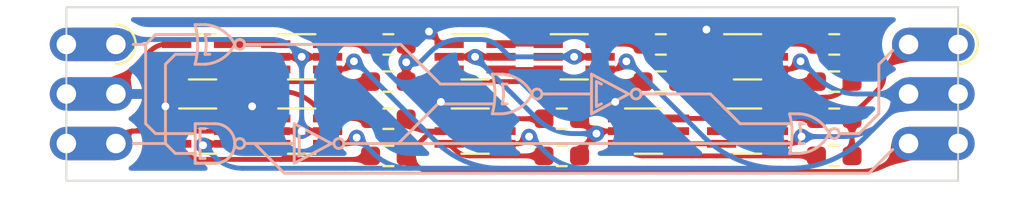
<source format=kicad_pcb>
(kicad_pcb (version 20211014) (generator pcbnew)
  (layers (0 "F.Cu" signal) (31 "B.Cu" signal) (34 "B.Paste" user) (35 "F.Paste" user) (36 "B.SilkS" user "B.Silkscreen") (37 "F.SilkS" user "F.Silkscreen") (38 "B.Mask" user) (39 "F.Mask" user) (44 "Edge.Cuts" user))
  (net 0 "")
  (net 1 "A")
  (net 2 "B")
  (net 3 "/NAny M/A")
  (net 4 "/Inverter BL/Out")
  (net 5 "VDD")
  (net 6 "Sum")
  (net 7 "/Inverter M/Out")
  (net 8 "VSS")
  (net 9 "Net-(Q1-Pad1)")
  (net 10 "Net-(Q1-Pad3)")
  (net 11 "Net-(Q1-Pad6)")
  (net 12 "/Inverter M/In")
  (net 13 "Net-(Q2-Pad3)")
  (net 14 "Net-(Q3-Pad1)")
  (net 15 "/Inverter M/Pti")
  (net 16 "Net-(Q3-Pad3)")
  (net 17 "Net-(Q3-Pad6)")
  (net 18 "/Inverter M/Nti")
  (net 19 "Net-(Q4-Pad3)")
  (net 20 "Net-(Q5-Pad1)")
  (net 21 "~{Carry}")
  (net 22 "Net-(Q5-Pad3)")
  (net 23 "Net-(Q5-Pad6)")
  (net 24 "Net-(Q6-Pad3)")
  (net 25 "/Inverter BL/Pti")
  (net 26 "/Inverter BL/Nti")
  (net 27 "Net-(Q10-Pad6)")
  (net 28 "Net-(Q10-Pad3)")
  (footprint "Resistor_SMD:R_0603_1608Metric_Pad0.98x0.95mm_HandSolder" (layer "F.Cu") (at 149.86 99.06 180)
    (fp_text reference "R4" hide)
    (fp_text value "12k")
  )
  (footprint "Resistor_SMD:R_0603_1608Metric_Pad0.98x0.95mm_HandSolder" (layer "F.Cu") (at 144.78 102.87 180)
    (fp_text reference "R10" hide)
    (fp_text value "12k")
  )
  (footprint "Package_TO_SOT_SMD:SOT-363_SC-70-6_Handsoldering" (layer "F.Cu") (at 131.445 103.505)
    (fp_text reference "Q9" hide)
    (fp_text value "BSS8402DW-7-F")
  )
  (footprint "Castellation:Hybrid_Castellation_1x03_P2.54" (layer "F.Cu") (at 163.83 99.06)
    (fp_text reference "J2" hide)
    (fp_text value "Conn_01x03")
  )
  (footprint "Castellation:Hybrid_Castellation_1x03_P2.54" (layer "F.Cu") (at 120.65 99.06)
    (fp_text reference "J1" hide)
    (fp_text value "Conn_01x03")
  )
  (footprint "Resistor_SMD:R_0603_1608Metric_Pad0.98x0.95mm_HandSolder" (layer "F.Cu") (at 158.75 100.965)
    (fp_text reference "R7" hide)
    (fp_text value "12k")
  )
  (footprint "Resistor_SMD:R_0603_1608Metric_Pad0.98x0.95mm_HandSolder" (layer "F.Cu") (at 135.89 100.965)
    (fp_text reference "R1" hide)
    (fp_text value "12k")
  )
  (footprint "Package_TO_SOT_SMD:SOT-363_SC-70-6_Handsoldering" (layer "F.Cu") (at 154.305 103.505)
    (fp_text reference "Q5" hide)
    (fp_text value "BSS8402DW-7-F")
  )
  (footprint "Resistor_SMD:R_0603_1608Metric_Pad0.98x0.95mm_HandSolder" (layer "F.Cu") (at 135.89 102.87 180)
    (fp_text reference "R12" hide)
    (fp_text value "12k")
  )
  (footprint "Resistor_SMD:R_0603_1608Metric_Pad0.98x0.95mm_HandSolder" (layer "F.Cu") (at 149.86 100.965)
    (fp_text reference "R3" hide)
    (fp_text value "12k")
  )
  (footprint "Package_TO_SOT_SMD:SOT-363_SC-70-6_Handsoldering" (layer "F.Cu") (at 126.365 99.695)
    (fp_text reference "Q2" hide)
    (fp_text value "BSS8402DW-7-F")
  )
  (footprint "Package_TO_SOT_SMD:SOT-363_SC-70-6_Handsoldering" (layer "F.Cu") (at 149.225 103.505)
    (fp_text reference "Q6" hide)
    (fp_text value "BSS8402DW-7-F")
  )
  (footprint "Resistor_SMD:R_0603_1608Metric_Pad0.98x0.95mm_HandSolder" (layer "F.Cu") (at 158.75 99.06 180)
    (fp_text reference "R8" hide)
    (fp_text value "12k")
  )
  (footprint "Resistor_SMD:R_0603_1608Metric_Pad0.98x0.95mm_HandSolder" (layer "F.Cu") (at 158.75 104.775)
    (fp_text reference "R5" hide)
    (fp_text value "12k")
  )
  (footprint "Package_TO_SOT_SMD:SOT-363_SC-70-6_Handsoldering" (layer "F.Cu") (at 126.365 103.505)
    (fp_text reference "Q10" hide)
    (fp_text value "BSS8402DW-7-F")
  )
  (footprint "Resistor_SMD:R_0603_1608Metric_Pad0.98x0.95mm_HandSolder" (layer "F.Cu") (at 144.78 104.775)
    (fp_text reference "R9" hide)
    (fp_text value "12k")
  )
  (footprint "Package_TO_SOT_SMD:SOT-363_SC-70-6_Handsoldering" (layer "F.Cu") (at 131.445 99.695)
    (fp_text reference "Q1" hide)
    (fp_text value "BSS8402DW-7-F")
  )
  (footprint "Package_TO_SOT_SMD:SOT-363_SC-70-6_Handsoldering" (layer "F.Cu") (at 154.305 99.695)
    (fp_text reference "Q7" hide)
    (fp_text value "BSS8402DW-7-F")
  )
  (footprint "Package_TO_SOT_SMD:SOT-363_SC-70-6_Handsoldering" (layer "F.Cu") (at 145.415 99.695)
    (fp_text reference "Q3" hide)
    (fp_text value "BSS8402DW-7-F")
  )
  (footprint "Package_TO_SOT_SMD:SOT-363_SC-70-6_Handsoldering" (layer "F.Cu") (at 140.335 99.695)
    (fp_text reference "Q4" hide)
    (fp_text value "BSS8402DW-7-F")
  )
  (footprint "Resistor_SMD:R_0603_1608Metric_Pad0.98x0.95mm_HandSolder" (layer "F.Cu") (at 135.89 104.775)
    (fp_text reference "R11" hide)
    (fp_text value "12k")
  )
  (footprint "Package_TO_SOT_SMD:SOT-363_SC-70-6_Handsoldering" (layer "F.Cu") (at 140.335 103.505)
    (fp_text reference "Q8" hide)
    (fp_text value "BSS8402DW-7-F")
  )
  (footprint "Resistor_SMD:R_0603_1608Metric_Pad0.98x0.95mm_HandSolder" (layer "F.Cu") (at 158.75 102.87 180)
    (fp_text reference "R6" hide)
    (fp_text value "12k")
  )
  (footprint "Resistor_SMD:R_0603_1608Metric_Pad0.98x0.95mm_HandSolder" (layer "F.Cu") (at 135.89 99.06 180)
    (fp_text reference "R2" hide)
    (fp_text value "12k")
  )
  (gr_line (start 146.812 101.092) (end 146.558 100.965) (layer "B.SilkS") (width 0.15))
  (gr_line (start 133.858 104.14) (end 137.16 104.14) (layer "B.SilkS") (width 0.15))
  (gr_line (start 152.654 101.854) (end 153.924 103.124) (layer "B.SilkS") (width 0.15))
  (gr_arc (start 141.21724 100.584) (mid 141.351 101.6) (end 141.21724 102.616) (layer "B.SilkS") (width 0.15))
  (gr_line (start 137.287 99.822) (end 138.557 101.092) (layer "B.SilkS") (width 0.15))
  (gr_line (start 128.778 104.14) (end 130.81 104.14) (layer "B.SilkS") (width 0.15))
  (gr_line (start 136.398 104.14) (end 137.668 102.87) (layer "B.SilkS") (width 0.15))
  (gr_arc (start 156.45724 102.616) (mid 156.591 103.632) (end 156.45724 104.648) (layer "B.SilkS") (width 0.15))
  (gr_line (start 123.444 99.06) (end 122.809 99.06) (layer "B.SilkS") (width 0.15))
  (gr_line (start 132.969 104.14) (end 131.064 103.124) (layer "B.SilkS") (width 0.15))
  (gr_line (start 131.064 105.156) (end 132.969 104.14) (layer "B.SilkS") (width 0.15))
  (gr_line (start 124.46 104.14) (end 122.809 104.14) (layer "B.SilkS") (width 0.15))
  (gr_line (start 146.558 100.965) (end 146.558 102.235) (layer "B.SilkS") (width 0.15))
  (gr_line (start 141.979241 102.108) (end 141.72524 102.108) (layer "B.SilkS") (width 0.15))
  (gr_line (start 146.304 102.616) (end 148.209 101.6) (layer "B.SilkS") (width 0.15))
  (gr_line (start 125.73 104.648) (end 125.984 104.648) (layer "B.SilkS") (width 0.15))
  (gr_line (start 127 105.156) (end 125.984 105.156) (layer "B.SilkS") (width 0.15))
  (gr_line (start 157.219241 103.124) (end 156.9811 103.124) (layer "B.SilkS") (width 0.15))
  (gr_line (start 160.02 103.632) (end 161.036 102.616) (layer "B.SilkS") (width 0.15))
  (gr_arc (start 143.256 101.6) (mid 142.626739 102.313083) (end 141.725241 102.615999) (layer "B.SilkS") (width 0.15))
  (gr_arc (start 127 103.124) (mid 127.71842 103.42158) (end 128.016 104.14) (layer "B.SilkS") (width 0.15))
  (gr_line (start 156.21 103.124) (end 156.4731 103.124) (layer "B.SilkS") (width 0.15))
  (gr_circle (center 158.75 103.632) (end 159.004 103.632) (layer "B.SilkS") (width 0.15) (fill none))
  (gr_line (start 131.572 104.648) (end 131.318 104.775) (layer "B.SilkS") (width 0.15))
  (gr_line (start 131.318 103.505) (end 131.318 104.775) (layer "B.SilkS") (width 0.15))
  (gr_line (start 148.209 101.6) (end 146.304 100.584) (layer "B.SilkS") (width 0.15))
  (gr_line (start 137.16 104.14) (end 156.21 104.14) (layer "B.SilkS") (width 0.15))
  (gr_line (start 126.739241 98.552) (end 126.5011 98.552) (layer "B.SilkS") (width 0.15))
  (gr_line (start 126.492 104.902) (end 126.238 104.902) (layer "B.SilkS") (width 0.15))
  (gr_line (start 156.21 103.124) (end 153.924 103.124) (layer "B.SilkS") (width 0.15))
  (gr_line (start 128.524 99.06) (end 128.778 99.06) (layer "B.SilkS") (width 0.15))
  (gr_circle (center 133.35 104.14) (end 133.604 104.14) (layer "B.SilkS") (width 0.15) (fill none))
  (gr_line (start 123.444 103.124) (end 123.952 103.632) (layer "B.SilkS") (width 0.15))
  (gr_line (start 146.812 102.108) (end 146.558 102.235) (layer "B.SilkS") (width 0.15))
  (gr_line (start 157.219241 104.14) (end 156.96524 104.14) (layer "B.SilkS") (width 0.15))
  (gr_line (start 130.81 104.14) (end 131.064 104.14) (layer "B.SilkS") (width 0.15))
  (gr_line (start 124.968 104.648) (end 124.46 104.14) (layer "B.SilkS") (width 0.15))
  (gr_line (start 146.304 100.584) (end 146.304 102.616) (layer "B.SilkS") (width 0.15))
  (gr_line (start 161.036 100.076) (end 161.7472 99.3648) (layer "B.SilkS") (width 0.15))
  (gr_line (start 143.764 101.6) (end 144.018 101.6) (layer "B.SilkS") (width 0.15))
  (gr_line (start 125.73 98.552) (end 125.9931 98.552) (layer "B.SilkS") (width 0.15))
  (gr_line (start 130.556 105.664) (end 160.528 105.664) (layer "B.SilkS") (width 0.15))
  (gr_line (start 124.46 104.14) (end 124.46 100.076) (layer "B.SilkS") (width 0.15))
  (gr_arc (start 128.016 99.06) (mid 127.386739 99.773083) (end 126.485241 100.075999) (layer "B.SilkS") (width 0.15))
  (gr_line (start 141.725241 100.584) (end 141.21724 100.584) (layer "B.SilkS") (width 0.15))
  (gr_line (start 149.098 101.6) (end 152.4 101.6) (layer "B.SilkS") (width 0.15))
  (gr_line (start 126.485241 100.076) (end 125.97724 100.076) (layer "B.SilkS") (width 0.15))
  (gr_line (start 141.979241 101.092) (end 141.7411 101.092) (layer "B.SilkS") (width 0.15))
  (gr_line (start 123.444 99.06) (end 123.444 103.124) (layer "B.SilkS") (width 0.15))
  (gr_line (start 125.73 99.568) (end 125.9931 99.568) (layer "B.SilkS") (width 0.15))
  (gr_line (start 159.004 103.632) (end 159.258 103.632) (layer "B.SilkS") (width 0.15))
  (gr_line (start 124.46 100.076) (end 124.968 99.568) (layer "B.SilkS") (width 0.15))
  (gr_circle (center 128.27 104.14) (end 128.524 104.14) (layer "B.SilkS") (width 0.15) (fill none))
  (gr_arc (start 128.016 104.14) (mid 127.71842 104.85842) (end 127 105.156) (layer "B.SilkS") (width 0.15))
  (gr_line (start 123.952 98.552) (end 123.444 99.06) (layer "B.SilkS") (width 0.15))
  (gr_line (start 152.4 101.6) (end 153.67 102.87) (layer "B.SilkS") (width 0.15))
  (gr_line (start 156.965241 102.616) (end 156.45724 102.616) (layer "B.SilkS") (width 0.15))
  (gr_line (start 131.064 103.124) (end 131.064 105.156) (layer "B.SilkS") (width 0.15))
  (gr_line (start 140.97 101.092) (end 141.2331 101.092) (layer "B.SilkS") (width 0.15))
  (gr_line (start 127 103.124) (end 125.984 103.124) (layer "B.SilkS") (width 0.15))
  (gr_line (start 136.525 99.06) (end 137.795 100.33) (layer "B.SilkS") (width 0.15))
  (gr_arc (start 156.965241 102.616) (mid 157.866739 102.918917) (end 158.496 103.632) (layer "B.SilkS") (width 0.15))
  (gr_line (start 141.725241 102.616) (end 141.21724 102.616) (layer "B.SilkS") (width 0.15))
  (gr_line (start 133.858 104.14) (end 133.604 104.14) (layer "B.SilkS") (width 0.15))
  (gr_line (start 125.73 104.648) (end 124.968 104.648) (layer "B.SilkS") (width 0.15))
  (gr_line (start 137.16 103.378) (end 138.43 102.108) (layer "B.SilkS") (width 0.15))
  (gr_arc (start 125.97724 98.044) (mid 126.111 99.06) (end 125.97724 100.076) (layer "B.SilkS") (width 0.15))
  (gr_line (start 124.968 99.568) (end 125.73 99.568) (layer "B.SilkS") (width 0.15))
  (gr_line (start 159.258 103.632) (end 160.02 103.632) (layer "B.SilkS") (width 0.15))
  (gr_arc (start 141.725241 100.584) (mid 142.626739 100.886917) (end 143.256 101.6) (layer "B.SilkS") (width 0.15))
  (gr_arc (start 156.96524 103.124) (mid 157.032117 103.632) (end 156.96524 104.14) (layer "B.SilkS") (width 0.15))
  (gr_line (start 160.528 105.664) (end 161.7472 104.4448) (layer "B.SilkS") (width 0.15))
  (gr_circle (center 128.27 99.06) (end 128.524 99.06) (layer "B.SilkS") (width 0.15) (fill none))
  (gr_line (start 140.97 102.108) (end 141.2331 102.108) (layer "B.SilkS") (width 0.15))
  (gr_line (start 123.952 103.632) (end 125.73 103.632) (layer "B.SilkS") (width 0.15))
  (gr_line (start 131.572 103.632) (end 131.318 103.505) (layer "B.SilkS") (width 0.15))
  (gr_line (start 125.73 98.552) (end 123.952 98.552) (layer "B.SilkS") (width 0.15))
  (gr_line (start 138.557 101.092) (end 140.97 101.092) (layer "B.SilkS") (width 0.15))
  (gr_line (start 125.984 103.124) (end 125.984 105.156) (layer "B.SilkS") (width 0.15))
  (gr_line (start 140.97 102.108) (end 138.43 102.108) (layer "B.SilkS") (width 0.15))
  (gr_circle (center 148.59 101.6) (end 148.844 101.6) (layer "B.SilkS") (width 0.15) (fill none))
  (gr_arc (start 158.496 103.632) (mid 157.866739 104.345083) (end 156.965241 104.647999) (layer "B.SilkS") (width 0.15))
  (gr_arc (start 141.72524 101.092) (mid 141.792117 101.6) (end 141.72524 102.108) (layer "B.SilkS") (width 0.15))
  (gr_line (start 126.492 103.378) (end 126.238 103.378) (layer "B.SilkS") (width 0.15))
  (gr_arc (start 126.48524 98.552) (mid 126.552117 99.06) (end 126.48524 99.568) (layer "B.SilkS") (width 0.15))
  (gr_line (start 129.032 104.14) (end 130.556 105.664) (layer "B.SilkS") (width 0.15))
  (gr_line (start 156.965241 104.648) (end 156.45724 104.648) (layer "B.SilkS") (width 0.15))
  (gr_line (start 126.739241 99.568) (end 126.48524 99.568) (layer "B.SilkS") (width 0.15))
  (gr_line (start 144.018 101.6) (end 146.05 101.6) (layer "B.SilkS") (width 0.15))
  (gr_line (start 125.73 103.632) (end 125.984 103.632) (layer "B.SilkS") (width 0.15))
  (gr_line (start 126.238 103.378) (end 126.238 104.902) (layer "B.SilkS") (width 0.15))
  (gr_arc (start 126.485241 98.044) (mid 127.386739 98.346917) (end 128.016 99.06) (layer "B.SilkS") (width 0.15))
  (gr_circle (center 143.51 101.6) (end 143.764 101.6) (layer "B.SilkS") (width 0.15) (fill none))
  (gr_line (start 128.778 99.06) (end 136.525 99.06) (layer "B.SilkS") (width 0.15))
  (gr_line (start 128.778 104.14) (end 128.524 104.14) (layer "B.SilkS") (width 0.15))
  (gr_line (start 156.21 104.14) (end 156.4731 104.14) (layer "B.SilkS") (width 0.15))
  (gr_line (start 126.485241 98.044) (end 125.97724 98.044) (layer "B.SilkS") (width 0.15))
  (gr_line (start 146.05 101.6) (end 146.304 101.6) (layer "B.SilkS") (width 0.15))
  (gr_line (start 161.036 102.616) (end 161.036 100.076) (layer "B.SilkS") (width 0.15))
  (gr_line (start 149.098 101.6) (end 148.844 101.6) (layer "B.SilkS") (width 0.15))
  (gr_line (start 165.1 106.045) (end 119.38 106.045) (layer "Edge.Cuts") (width 0.1))
  (gr_line (start 119.38 106.045) (end 119.38 97.155) (layer "Edge.Cuts") (width 0.1))
  (gr_line (start 119.38 97.155) (end 165.1 97.155) (layer "Edge.Cuts") (width 0.1))
  (gr_line (start 165.1 97.155) (end 165.1 106.045) (layer "Edge.Cuts") (width 0.1))
  (segment (start 131.445 99.695) (end 132.775 99.695) (width 0.25) (layer "F.Cu") (net 1))
  (segment (start 131.445 103.505) (end 132.775 103.505) (width 0.25) (layer "F.Cu") (net 1))
  (segment (start 131.445 103.505) (end 130.115 103.505) (width 0.25) (layer "F.Cu") (net 1))
  (segment (start 131.445 99.695) (end 130.115 99.695) (width 0.25) (layer "F.Cu") (net 1))
  (via (at 131.445 99.695) (size 0.8) (drill 0.4) (layers "F.Cu" "B.Cu") (net 1))
  (via (at 131.445 103.505) (size 0.8) (drill 0.4) (layers "F.Cu" "B.Cu") (net 1))
  (segment (start 122.353605 98.806) (end 129.927382 98.806) (width 0.25) (layer "B.Cu") (net 1))
  (segment (start 131.445 99.695) (end 131.0005 99.2505) (width 0.25) (layer "B.Cu") (net 1))
  (segment (start 122.047 98.933) (end 121.92 99.06) (width 0.25) (layer "B.Cu") (net 1))
  (segment (start 131.445 103.505) (end 131.445 99.695) (width 0.25) (layer "B.Cu") (net 1))
  (arc (start 122.047 98.933) (mid 122.187671 98.839006) (end 122.353605 98.806) (width 0.25) (layer "B.Cu") (net 1))
  (arc (start 129.927382 98.806) (mid 130.508149 98.921521) (end 131.0005 99.2505) (width 0.25) (layer "B.Cu") (net 1))
  (segment (start 123.3805 103.1875) (end 123.242605 103.325394) (width 0.25) (layer "F.Cu") (net 2))
  (segment (start 125.035 99.695) (end 124.273294 99.695) (width 0.25) (layer "F.Cu") (net 2))
  (segment (start 125.035 99.695) (end 127.695 99.695) (width 0.25) (layer "F.Cu") (net 2))
  (segment (start 125.035 103.505) (end 127.695 103.505) (width 0.25) (layer "F.Cu") (net 2))
  (segment (start 122.375394 103.684605) (end 121.92 104.14) (width 0.25) (layer "F.Cu") (net 2))
  (segment (start 123.698 102.420987) (end 123.698 100.270294) (width 0.25) (layer "F.Cu") (net 2))
  (segment (start 125.035 103.505) (end 122.809 103.505) (width 0.25) (layer "F.Cu") (net 2))
  (arc (start 123.242605 103.325394) (mid 123.043665 103.458321) (end 122.809 103.505) (width 0.25) (layer "F.Cu") (net 2))
  (arc (start 123.3805 103.1875) (mid 123.615484 102.83582) (end 123.698 102.420987) (width 0.25) (layer "F.Cu") (net 2))
  (arc (start 123.8665 99.8635) (mid 124.053138 99.738791) (end 124.273294 99.695) (width 0.25) (layer "F.Cu") (net 2))
  (arc (start 122.375394 103.684605) (mid 122.574334 103.551677) (end 122.809 103.505) (width 0.25) (layer "F.Cu") (net 2))
  (arc (start 123.8665 99.8635) (mid 123.741791 100.050138) (end 123.698 100.270294) (width 0.25) (layer "F.Cu") (net 2))
  (arc (start 122.809 103.505) (mid 122.809 103.505) (end 122.809 103.505) (width 0.25) (layer "F.Cu") (net 2))
  (arc (start 122.375394 103.684605) (mid 122.574334 103.551677) (end 122.809 103.505) (width 0.25) (layer "F.Cu") (net 2))
  (segment (start 136.8025 99.971156) (end 136.8025 99.06) (width 0.25) (layer "F.Cu") (net 3))
  (segment (start 145.415 99.695) (end 144.085 99.695) (width 0.25) (layer "F.Cu") (net 3))
  (segment (start 136.8025 99.977643) (end 136.8025 100.965) (width 0.25) (layer "F.Cu") (net 3))
  (segment (start 136.8044 99.9744) (end 136.80345 99.97345) (width 0.25) (layer "F.Cu") (net 3))
  (segment (start 145.415 99.695) (end 146.745 99.695) (width 0.25) (layer "F.Cu") (net 3))
  (segment (start 136.8044 99.9744) (end 136.80345 99.97535) (width 0.25) (layer "F.Cu") (net 3))
  (via (at 136.8044 99.9744) (size 0.8) (drill 0.4) (layers "F.Cu" "B.Cu") (net 3))
  (via (at 145.415 99.695) (size 0.8) (drill 0.4) (layers "F.Cu" "B.Cu") (net 3))
  (arc (start 136.80345 99.97535) (mid 136.802746 99.976402) (end 136.8025 99.977643) (width 0.25) (layer "F.Cu") (net 3))
  (arc (start 136.8025 99.971156) (mid 136.802746 99.972397) (end 136.80345 99.97345) (width 0.25) (layer "F.Cu") (net 3))
  (segment (start 137.16 100.076) (end 136.977842 100.076) (width 0.25) (layer "B.Cu") (net 3))
  (segment (start 138.049 99.441) (end 137.593605 99.896394) (width 0.25) (layer "B.Cu") (net 3))
  (segment (start 142.367 99.695) (end 142.319375 99.695) (width 0.25) (layer "B.Cu") (net 3))
  (segment (start 142.319375 99.695) (end 142.287625 99.695) (width 0.25) (layer "B.Cu") (net 3))
  (segment (start 142.224125 99.695) (end 142.192375 99.695) (width 0.25) (layer "B.Cu") (net 3))
  (segment (start 142.287625 99.695) (end 142.255875 99.695) (width 0.25) (layer "B.Cu") (net 3))
  (segment (start 142.068098 99.650098) (end 141.6685 99.2505) (width 0.25) (layer "B.Cu") (net 3))
  (segment (start 136.8044 99.9744) (end 136.8552 100.0252) (width 0.25) (layer "B.Cu") (net 3))
  (segment (start 142.494 99.695) (end 145.415 99.695) (width 0.25) (layer "B.Cu") (net 3))
  (segment (start 142.494 99.695) (end 142.367 99.695) (width 0.25) (layer "B.Cu") (net 3))
  (segment (start 142.224125 99.695) (end 142.255875 99.695) (width 0.25) (layer "B.Cu") (net 3))
  (segment (start 142.192375 99.695) (end 142.1765 99.695) (width 0.25) (layer "B.Cu") (net 3))
  (segment (start 140.595382 98.806) (end 139.582025 98.806) (width 0.25) (layer "B.Cu") (net 3))
  (arc (start 138.049 99.441) (mid 138.752357 98.971031) (end 139.582025 98.806) (width 0.25) (layer "B.Cu") (net 3))
  (arc (start 142.1765 99.695) (mid 142.117833 99.68333) (end 142.068098 99.650098) (width 0.25) (layer "B.Cu") (net 3))
  (arc (start 140.595382 98.806) (mid 141.176149 98.921521) (end 141.6685 99.2505) (width 0.25) (layer "B.Cu") (net 3))
  (arc (start 136.8552 100.0252) (mid 136.911468 100.062797) (end 136.977842 100.076) (width 0.25) (layer "B.Cu") (net 3))
  (arc (start 137.16 100.076) (mid 137.394665 100.029321) (end 137.593605 99.896394) (width 0.25) (layer "B.Cu") (net 3))
  (segment (start 145.6925 104.63625) (end 145.6925 104.775) (width 0.25) (layer "F.Cu") (net 4))
  (segment (start 147.895 103.505) (end 150.555 103.505) (width 0.25) (layer "F.Cu") (net 4))
  (segment (start 146.290907 103.468407) (end 145.6925 102.87) (width 0.25) (layer "F.Cu") (net 4))
  (segment (start 146.467592 103.541592) (end 146.558 103.632) (width 0.25) (layer "F.Cu") (net 4))
  (segment (start 145.790611 104.399388) (end 146.558 103.632) (width 0.25) (layer "F.Cu") (net 4))
  (segment (start 140.335 99.695) (end 141.665 99.695) (width 0.25) (layer "F.Cu") (net 4))
  (segment (start 146.37925 103.505) (end 147.895 103.505) (width 0.25) (layer "F.Cu") (net 4))
  (segment (start 140.335 99.695) (end 139.005 99.695) (width 0.25) (layer "F.Cu") (net 4))
  (via (at 146.558 103.632) (size 0.8) (drill 0.4) (layers "F.Cu" "B.Cu") (net 4))
  (via (at 140.335 99.695) (size 0.8) (drill 0.4) (layers "F.Cu" "B.Cu") (net 4))
  (arc (start 146.37925 103.505) (mid 146.37925 103.505) (end 146.37925 103.505) (width 0.25) (layer "F.Cu") (net 4))
  (arc (start 145.6925 104.63625) (mid 145.717998 104.508061) (end 145.790611 104.399388) (width 0.25) (layer "F.Cu") (net 4))
  (arc (start 146.37925 103.505) (mid 146.331439 103.495489) (end 146.290907 103.468407) (width 0.25) (layer "F.Cu") (net 4))
  (arc (start 146.37925 103.505) (mid 146.331439 103.495489) (end 146.290907 103.468407) (width 0.25) (layer "F.Cu") (net 4))
  (arc (start 146.467592 103.541592) (mid 146.42706 103.514509) (end 146.37925 103.505) (width 0.25) (layer "F.Cu") (net 4))
  (segment (start 140.335 99.695) (end 143.463776 102.823776) (width 0.25) (layer "B.Cu") (net 4))
  (segment (start 145.415 103.632) (end 146.558 103.632) (width 0.25) (layer "B.Cu") (net 4))
  (arc (start 145.415 103.632) (mid 144.359005 103.421949) (end 143.463776 102.823776) (width 0.25) (layer "B.Cu") (net 4))
  (segment (start 133.405396 100.345) (end 132.775 100.345) (width 0.25) (layer "F.Cu") (net 5))
  (segment (start 126.3904 104.2295) (end 126.42765 104.19225) (width 0.25) (layer "F.Cu") (net 5))
  (segment (start 156.303425 100.345) (end 155.635 100.345) (width 0.25) (layer "F.Cu") (net 5))
  (segment (start 126.517579 104.155) (end 127.695 104.155) (width 0.25) (layer "F.Cu") (net 5))
  (segment (start 156.440946 104.155) (end 155.635 104.155) (width 0.25) (layer "F.Cu") (net 5))
  (segment (start 133.718467 104.155) (end 132.775 104.155) (width 0.25) (layer "F.Cu") (net 5))
  (segment (start 156.8883 103.9697) (end 157.0736 103.7844) (width 0.25) (layer "F.Cu") (net 5))
  (segment (start 142.470946 104.155) (end 141.665 104.155) (width 0.25) (layer "F.Cu") (net 5))
  (segment (start 134.2644 103.8352) (end 134.1045 103.9951) (width 0.25) (layer "F.Cu") (net 5))
  (segment (start 134.123791 99.924174) (end 133.913378 100.134587) (width 0.25) (layer "F.Cu") (net 5))
  (segment (start 147.379961 100.345) (end 146.745 100.345) (width 0.25) (layer "F.Cu") (net 5))
  (segment (start 156.8121 100.1343) (end 157.0228 99.9236) (width 0.25) (layer "F.Cu") (net 5))
  (segment (start 148.09365 99.926931) (end 147.884615 100.135965) (width 0.25) (layer "F.Cu") (net 5))
  (segment (start 143.1036 103.7844) (end 142.9183 103.9697) (width 0.25) (layer "F.Cu") (net 5))
  (via (at 148.09365 99.926931) (size 0.8) (drill 0.4) (layers "F.Cu" "B.Cu") (net 5))
  (via (at 157.0228 99.9236) (size 0.8) (drill 0.4) (layers "F.Cu" "B.Cu") (net 5))
  (via (at 134.123791 99.924174) (size 0.8) (drill 0.4) (layers "F.Cu" "B.Cu") (net 5))
  (via (at 143.1036 103.7844) (size 0.8) (drill 0.4) (layers "F.Cu" "B.Cu") (net 5))
  (via (at 157.0736 103.7844) (size 0.8) (drill 0.4) (layers "F.Cu" "B.Cu") (net 5))
  (via (at 126.3904 104.2295) (size 0.8) (drill 0.4) (layers "F.Cu" "B.Cu") (net 5))
  (via (at 134.2644 103.8352) (size 0.8) (drill 0.4) (layers "F.Cu" "B.Cu") (net 5))
  (arc (start 156.8121 100.1343) (mid 156.578717 100.29024) (end 156.303425 100.345) (width 0.25) (layer "F.Cu") (net 5))
  (arc (start 147.884615 100.135965) (mid 147.653078 100.290673) (end 147.379961 100.345) (width 0.25) (layer "F.Cu") (net 5))
  (arc (start 156.440946 104.155) (mid 156.683052 104.106842) (end 156.8883 103.9697) (width 0.25) (layer "F.Cu") (net 5))
  (arc (start 142.470946 104.155) (mid 142.713052 104.106842) (end 142.9183 103.9697) (width 0.25) (layer "F.Cu") (net 5))
  (arc (start 133.405396 100.345) (mid 133.680313 100.290315) (end 133.913378 100.134587) (width 0.25) (layer "F.Cu") (net 5))
  (arc (start 133.718467 104.155) (mid 133.927386 104.113443) (end 134.1045 103.9951) (width 0.25) (layer "F.Cu") (net 5))
  (arc (start 126.42765 104.19225) (mid 126.468909 104.16468) (end 126.517579 104.155) (width 0.25) (layer "F.Cu") (net 5))
  (segment (start 145.607926 105.41) (end 144.964835 105.41) (width 0.25) (layer "B.Cu") (net 5))
  (segment (start 144.438226 105.41) (end 144.964835 105.41) (width 0.25) (layer "B.Cu") (net 5))
  (segment (start 138.214652 105.41) (end 137.945518 105.41) (width 0.25) (layer "B.Cu") (net 5))
  (segment (start 154.526996 105.41) (end 153.536232 105.41) (width 0.25) (layer "B.Cu") (net 5))
  (segment (start 152.076207 103.816207) (end 148.21991 99.95991) (width 0.25) (layer "B.Cu") (net 5))
  (segment (start 143.17236 103.80236) (end 143.9672 104.5972) (width 0.25) (layer "B.Cu") (net 5))
  (segment (start 143.1036 103.7844) (end 143.129 103.7844) (width 0.25) (layer "B.Cu") (net 5))
  (segment (start 159.218867 103.7844) (end 157.0736 103.7844) (width 0.25) (layer "B.Cu") (net 5))
  (segment (start 137.138117 105.41) (end 137.003551 105.41) (width 0.25) (layer "B.Cu") (net 5))
  (segment (start 143.562171 105.41) (end 142.686116 105.41) (width 0.25) (layer "B.Cu") (net 5))
  (segment (start 134.498059 105.41) (end 133.662895 105.41) (width 0.25) (layer "B.Cu") (net 5))
  (segment (start 133.662895 105.41) (end 131.435792 105.41) (width 0.25) (layer "B.Cu") (net 5))
  (segment (start 139.694887 105.41) (end 141.605 105.41) (width 0.25) (layer "B.Cu") (net 5))
  (segment (start 137.40725 105.41) (end 137.138117 105.41) (width 0.25) (layer "B.Cu") (net 5))
  (segment (start 142.364571 105.41) (end 142.686116 105.41) (width 0.25) (layer "B.Cu") (net 5))
  (segment (start 149.165806 105.41) (end 151.554704 105.41) (width 0.25) (layer "B.Cu") (net 5))
  (segment (start 148.09365 99.926931) (end 148.14029 99.926931) (width 0.25) (layer "B.Cu") (net 5))
  (segment (start 131.435792 105.41) (end 128.405639 105.41) (width 0.25) (layer "B.Cu") (net 5))
  (segment (start 138.352961 104.062961) (end 134.246129 99.956129) (width 0.25) (layer "B.Cu") (net 5))
  (segment (start 137.003551 105.41) (end 136.725163 105.41) (width 0.25) (layer "B.Cu") (net 5))
  (segment (start 160.397796 103.762203) (end 160.343792 103.816207) (width 0.25) (layer "B.Cu") (net 5))
  (segment (start 157.09156 99.94156) (end 157.9118 100.7618) (width 0.25) (layer "B.Cu") (net 5))
  (segment (start 134.33316 103.85316) (end 135.1026 104.6226) (width 0.25) (layer "B.Cu") (net 5))
  (segment (start 126.98065 104.81975) (end 126.3904 104.2295) (width 0.25) (layer "B.Cu") (net 5))
  (segment (start 160.505803 103.654196) (end 162.56 101.6) (width 0.25) (layer "B.Cu") (net 5))
  (segment (start 160.505803 103.654196) (end 160.397796 103.762203) (width 0.25) (layer "B.Cu") (net 5))
  (segment (start 145.929472 105.41) (end 147.00825 105.41) (width 0.25) (layer "B.Cu") (net 5))
  (segment (start 141.85819 105.41) (end 141.605 105.41) (width 0.25) (layer "B.Cu") (net 5))
  (segment (start 159.935393 101.6) (end 162.56 101.6) (width 0.25) (layer "B.Cu") (net 5))
  (segment (start 134.168982 99.924174) (end 134.123791 99.924174) (width 0.25) (layer "B.Cu") (net 5))
  (segment (start 137.676384 105.41) (end 137.40725 105.41) (width 0.25) (layer "B.Cu") (net 5))
  (segment (start 160.274 103.5812) (end 160.782 103.378) (width 0.25) (layer "B.Cu") (net 5))
  (segment (start 145.929472 105.41) (end 145.607926 105.41) (width 0.25) (layer "B.Cu") (net 5))
  (segment (start 152.545468 105.41) (end 151.554704 105.41) (width 0.25) (layer "B.Cu") (net 5))
  (segment (start 157.0482 99.9236) (end 157.0228 99.9236) (width 0.25) (layer "B.Cu") (net 5))
  (segment (start 144.438226 105.41) (end 143.562171 105.41) (width 0.25) (layer "B.Cu") (net 5))
  (segment (start 162.56 101.6) (end 160.67296 103.487039) (width 0.25) (layer "B.Cu") (net 5))
  (segment (start 155.517761 105.41) (end 154.526996 105.41) (width 0.25) (layer "B.Cu") (net 5))
  (segment (start 137.945518 105.41) (end 137.676384 105.41) (width 0.25) (layer "B.Cu") (net 5))
  (segment (start 156.013144 105.41) (end 156.496036 105.41) (width 0.25) (layer "B.Cu") (net 5))
  (segment (start 136.725163 105.41) (end 136.168387 105.41) (width 0.25) (layer "B.Cu") (net 5))
  (segment (start 135.054835 105.41) (end 134.498059 105.41) (width 0.25) (layer "B.Cu") (net 5))
  (segment (start 134.2644 103.8352) (end 134.2898 103.8352) (width 0.25) (layer "B.Cu") (net 5))
  (segment (start 153.536232 105.41) (end 152.545468 105.41) (width 0.25) (layer "B.Cu") (net 5))
  (segment (start 135.611611 105.41) (end 136.168387 105.41) (width 0.25) (layer "B.Cu") (net 5))
  (segment (start 139.694887 105.41) (end 138.618352 105.41) (width 0.25) (layer "B.Cu") (net 5))
  (segment (start 135.611611 105.41) (end 135.054835 105.41) (width 0.25) (layer "B.Cu") (net 5))
  (segment (start 149.165806 105.41) (end 147.00825 105.41) (width 0.25) (layer "B.Cu") (net 5))
  (segment (start 138.618352 105.41) (end 138.214652 105.41) (width 0.25) (layer "B.Cu") (net 5))
  (segment (start 155.517761 105.41) (end 156.013144 105.41) (width 0.25) (layer "B.Cu") (net 5))
  (segment (start 142.364571 105.41) (end 141.85819 105.41) (width 0.25) (layer "B.Cu") (net 5))
  (arc (start 135.1026 104.6226) (mid 135.974763 105.205361) (end 137.003551 105.41) (width 0.25) (layer "B.Cu") (net 5))
  (arc (start 152.076207 103.816207) (mid 153.864749 104.995786) (end 156.013144 105.41) (width 0.25) (layer "B.Cu") (net 5))
  (arc (start 134.168982 99.924174) (mid 134.210733 99.932478) (end 134.246129 99.956129) (width 0.25) (layer "B.Cu") (net 5))
  (arc (start 157.09156 99.94156) (mid 157.071666 99.928267) (end 157.0482 99.9236) (width 0.25) (layer "B.Cu") (net 5))
  (arc (start 126.98065 104.81975) (mid 127.63444 105.256599) (end 128.405639 105.41) (width 0.25) (layer "B.Cu") (net 5))
  (arc (start 157.9118 100.7618) (mid 158.840232 101.382158) (end 159.935393 101.6) (width 0.25) (layer "B.Cu") (net 5))
  (arc (start 145.929472 105.41) (mid 144.867498 105.19876) (end 143.9672 104.5972) (width 0.25) (layer "B.Cu") (net 5))
  (arc (start 160.343792 103.816207) (mid 158.578426 104.995786) (end 156.496036 105.41) (width 0.25) (layer "B.Cu") (net 5))
  (arc (start 138.352961 104.062961) (mid 139.845009 105.059915) (end 141.605 105.41) (width 0.25) (layer "B.Cu") (net 5))
  (arc (start 148.14029 99.926931) (mid 148.18338 99.935501) (end 148.21991 99.95991) (width 0.25) (layer "B.Cu") (net 5))
  (arc (start 160.274 103.5812) (mid 159.756127 103.733137) (end 159.218867 103.7844) (width 0.25) (layer "B.Cu") (net 5))
  (arc (start 134.33316 103.85316) (mid 134.313266 103.839867) (end 134.2898 103.8352) (width 0.25) (layer "B.Cu") (net 5))
  (arc (start 143.17236 103.80236) (mid 143.152466 103.789067) (end 143.129 103.7844) (width 0.25) (layer "B.Cu") (net 5))
  (segment (start 159.6625 102.964062) (end 159.6625 103.0205) (width 0.25) (layer "F.Cu") (net 6))
  (segment (start 159.6625 102.926437) (end 159.6625 102.964062) (width 0.25) (layer "F.Cu") (net 6))
  (segment (start 159.715709 102.66629) (end 161.020592 101.361407) (width 0.25) (layer "F.Cu") (net 6))
  (segment (start 159.6625 103.171) (end 159.6625 104.775) (width 0.25) (layer "F.Cu") (net 6))
  (segment (start 159.6625 102.813562) (end 159.6625 102.851187) (width 0.25) (layer "F.Cu") (net 6))
  (segment (start 159.6625 103.0205) (end 159.6625 103.171) (width 0.25) (layer "F.Cu") (net 6))
  (segment (start 159.6625 102.888812) (end 159.6625 102.851187) (width 0.25) (layer "F.Cu") (net 6))
  (segment (start 159.6625 102.79475) (end 159.6625 102.813562) (width 0.25) (layer "F.Cu") (net 6))
  (segment (start 161.559407 100.060592) (end 162.56 99.06) (width 0.25) (layer "F.Cu") (net 6))
  (segment (start 159.6625 102.888812) (end 159.6625 102.926437) (width 0.25) (layer "F.Cu") (net 6))
  (arc (start 159.715709 102.66629) (mid 159.676328 102.725228) (end 159.6625 102.79475) (width 0.25) (layer "F.Cu") (net 6))
  (arc (start 161.29 100.711) (mid 161.219983 101.062997) (end 161.020592 101.361407) (width 0.25) (layer "F.Cu") (net 6))
  (arc (start 161.29 100.711) (mid 161.360016 100.359001) (end 161.559407 100.060592) (width 0.25) (layer "F.Cu") (net 6))
  (segment (start 153.845 103.505) (end 154.765 103.505) (width 0.25) (layer "F.Cu") (net 7))
  (segment (start 154.714999 102.174999) (end 154.630269 102.25973) (width 0.25) (layer "F.Cu") (net 7))
  (segment (start 154.765 103.505) (end 155.635 103.505) (width 0.25) (layer "F.Cu") (net 7))
  (segment (start 153.845 103.505) (end 152.975 103.505) (width 0.25) (layer "F.Cu") (net 7))
  (segment (start 159.6625 100.399314) (end 159.6625 99.06) (width 0.25) (layer "F.Cu") (net 7))
  (segment (start 155.704827 101.765) (end 158.296814 101.765) (width 0.25) (layer "F.Cu") (net 7))
  (arc (start 154.305 103.045) (mid 154.43973 103.370269) (end 154.765 103.505) (width 0.25) (layer "F.Cu") (net 7))
  (arc (start 159.2625 101.365) (mid 158.819439 101.661043) (end 158.296814 101.765) (width 0.25) (layer "F.Cu") (net 7))
  (arc (start 153.845 103.505) (mid 154.170269 103.370269) (end 154.305 103.045) (width 0.25) (layer "F.Cu") (net 7))
  (arc (start 154.714999 102.174999) (mid 155.169136 101.871555) (end 155.704827 101.765) (width 0.25) (layer "F.Cu") (net 7))
  (arc (start 159.2625 101.365) (mid 159.558543 100.921939) (end 159.6625 100.399314) (width 0.25) (layer "F.Cu") (net 7))
  (arc (start 154.305 103.045) (mid 154.389534 102.620015) (end 154.630269 102.25973) (width 0.25) (layer "F.Cu") (net 7))
  (segment (start 137.9728 98.3996) (end 138.481445 98.908245) (width 0.25) (layer "F.Cu") (net 8))
  (segment (start 125.01909 102.79409) (end 124.46 102.235) (width 0.25) (layer "F.Cu") (net 8))
  (segment (start 152.9594 99.045) (end 152.975 99.045) (width 0.25) (layer "F.Cu") (net 8))
  (segment (start 138.8116 99.045) (end 139.005 99.045) (width 0.25) (layer "F.Cu") (net 8))
  (segment (start 128.905 102.235) (end 129.316403 102.646403) (width 0.25) (layer "F.Cu") (net 8))
  (segment (start 147.895 102.6166) (end 147.895 102.855) (width 0.25) (layer "F.Cu") (net 8))
  (segment (start 138.854386 102.278386) (end 138.5824 102.0064) (width 0.25) (layer "F.Cu") (net 8))
  (segment (start 121.92 101.38) (end 121.92 101.6) (width 0.25) (layer "F.Cu") (net 8))
  (segment (start 124.535 99.045) (end 125.035 99.045) (width 0.25) (layer "F.Cu") (net 8))
  (segment (start 129.82 102.855) (end 130.115 102.855) (width 0.25) (layer "F.Cu") (net 8))
  (segment (start 147.726425 102.209625) (end 147.5232 102.0064) (width 0.25) (layer "F.Cu") (net 8))
  (segment (start 123.681446 99.398553) (end 122.075563 101.004436) (width 0.25) (layer "F.Cu") (net 8))
  (segment (start 152.1968 98.298) (end 152.932769 99.033969) (width 0.25) (layer "F.Cu") (net 8))
  (segment (start 125.035 102.8325) (end 125.035 102.855) (width 0.25) (layer "F.Cu") (net 8))
  (segment (start 139.005 102.642) (end 139.005 102.855) (width 0.25) (layer "F.Cu") (net 8))
  (via (at 124.46 102.235) (size 0.8) (drill 0.4) (layers "F.Cu" "B.Cu") (net 8))
  (via (at 147.5232 102.0064) (size 0.8) (drill 0.4) (layers "F.Cu" "B.Cu") (net 8))
  (via (at 138.5824 102.0064) (size 0.8) (drill 0.4) (layers "F.Cu" "B.Cu") (net 8))
  (via (at 137.9728 98.3996) (size 0.8) (drill 0.4) (layers "F.Cu" "B.Cu") (net 8))
  (via (at 128.905 102.235) (size 0.8) (drill 0.4) (layers "F.Cu" "B.Cu") (net 8))
  (via (at 152.1968 98.298) (size 0.8) (drill 0.4) (layers "F.Cu" "B.Cu") (net 8))
  (arc (start 138.481445 98.908245) (mid 138.632921 99.009458) (end 138.8116 99.045) (width 0.25) (layer "F.Cu") (net 8))
  (arc (start 125.035 102.8325) (mid 125.030865 102.811712) (end 125.01909 102.79409) (width 0.25) (layer "F.Cu") (net 8))
  (arc (start 121.92 101.38) (mid 121.960429 101.176746) (end 122.075563 101.004436) (width 0.25) (layer "F.Cu") (net 8))
  (arc (start 129.82 102.855) (mid 129.547455 102.800787) (end 129.316403 102.646403) (width 0.25) (layer "F.Cu") (net 8))
  (arc (start 139.005 102.642) (mid 138.965856 102.445213) (end 138.854386 102.278386) (width 0.25) (layer "F.Cu") (net 8))
  (arc (start 147.726425 102.209625) (mid 147.851188 102.396346) (end 147.895 102.6166) (width 0.25) (layer "F.Cu") (net 8))
  (arc (start 152.9594 99.045) (mid 152.944987 99.042133) (end 152.932769 99.033969) (width 0.25) (layer "F.Cu") (net 8))
  (arc (start 124.535 99.045) (mid 124.07306 99.136885) (end 123.681446 99.398553) (width 0.25) (layer "F.Cu") (net 8))
  (segment (start 127.695 99.045) (end 130.115 99.045) (width 0.25) (layer "F.Cu") (net 9))
  (segment (start 127.695 100.345) (end 130.115 100.345) (width 0.25) (layer "F.Cu") (net 10))
  (segment (start 134.97 99.0525) (end 134.9775 99.06) (width 0.25) (layer "F.Cu") (net 11))
  (segment (start 134.951893 99.045) (end 132.775 99.045) (width 0.25) (layer "F.Cu") (net 11))
  (arc (start 134.951893 99.045) (mid 134.961692 99.046949) (end 134.97 99.0525) (width 0.25) (layer "F.Cu") (net 11))
  (segment (start 151.09 99.3775) (end 150.7725 99.06) (width 0.25) (layer "F.Cu") (net 12))
  (segment (start 153.208125 99.695) (end 152.975 99.695) (width 0.25) (layer "F.Cu") (net 12))
  (segment (start 153.208125 99.695) (end 152.975 99.695) (width 0.25) (layer "F.Cu") (net 12))
  (segment (start 152.741875 99.695) (end 152.50875 99.695) (width 0.25) (layer "F.Cu") (net 12))
  (segment (start 152.741875 99.695) (end 151.856512 99.695) (width 0.25) (layer "F.Cu") (net 12))
  (segment (start 151.712811 100.024688) (end 150.7725 100.965) (width 0.25) (layer "F.Cu") (net 12))
  (segment (start 153.674375 99.695) (end 153.208125 99.695) (width 0.25) (layer "F.Cu") (net 12))
  (segment (start 152.741875 99.695) (end 152.975 99.695) (width 0.25) (layer "F.Cu") (net 12))
  (segment (start 153.208125 99.695) (end 153.674375 99.695) (width 0.25) (layer "F.Cu") (net 12))
  (segment (start 152.741875 99.695) (end 152.975 99.695) (width 0.25) (layer "F.Cu") (net 12))
  (segment (start 153.674375 99.695) (end 155.635 99.695) (width 0.25) (layer "F.Cu") (net 12))
  (arc (start 151.09 99.3775) (mid 151.441678 99.612484) (end 151.856512 99.695) (width 0.25) (layer "F.Cu") (net 12))
  (arc (start 152.975 99.695) (mid 152.975 99.695) (end 152.975 99.695) (width 0.25) (layer "F.Cu") (net 12))
  (arc (start 153.208125 99.695) (mid 153.208125 99.695) (end 153.208125 99.695) (width 0.25) (layer "F.Cu") (net 12))
  (arc (start 152.741875 99.695) (mid 152.741875 99.695) (end 152.741875 99.695) (width 0.25) (layer "F.Cu") (net 12))
  (arc (start 151.712811 100.024688) (mid 152.077991 99.780683) (end 152.50875 99.695) (width 0.25) (layer "F.Cu") (net 12))
  (segment (start 126.093406 100.965) (end 134.9775 100.965) (width 0.25) (layer "F.Cu") (net 13))
  (segment (start 125.345 100.655) (end 125.035 100.345) (width 0.25) (layer "F.Cu") (net 13))
  (arc (start 126.093406 100.965) (mid 125.688371 100.884433) (end 125.345 100.655) (width 0.25) (layer "F.Cu") (net 13))
  (segment (start 141.665 99.045) (end 144.085 99.045) (width 0.25) (layer "F.Cu") (net 14))
  (segment (start 153.285 100.655) (end 152.975 100.345) (width 0.25) (layer "F.Cu") (net 15))
  (segment (start 154.033406 100.965) (end 157.8375 100.965) (width 0.25) (layer "F.Cu") (net 15))
  (arc (start 153.285 100.655) (mid 153.628371 100.884433) (end 154.033406 100.965) (width 0.25) (layer "F.Cu") (net 15))
  (segment (start 141.665 100.345) (end 144.085 100.345) (width 0.25) (layer "F.Cu") (net 16))
  (segment (start 148.94 99.0525) (end 148.9475 99.06) (width 0.25) (layer "F.Cu") (net 17))
  (segment (start 148.921893 99.045) (end 146.745 99.045) (width 0.25) (layer "F.Cu") (net 17))
  (arc (start 148.921893 99.045) (mid 148.931692 99.046949) (end 148.94 99.0525) (width 0.25) (layer "F.Cu") (net 17))
  (segment (start 157.811893 99.045) (end 155.635 99.045) (width 0.25) (layer "F.Cu") (net 18))
  (segment (start 157.83 99.0525) (end 157.8375 99.06) (width 0.25) (layer "F.Cu") (net 18))
  (arc (start 157.83 99.0525) (mid 157.821692 99.046949) (end 157.811893 99.045) (width 0.25) (layer "F.Cu") (net 18))
  (segment (start 139.315 100.655) (end 139.005 100.345) (width 0.25) (layer "F.Cu") (net 19))
  (segment (start 140.063406 100.965) (end 148.9475 100.965) (width 0.25) (layer "F.Cu") (net 19))
  (arc (start 140.063406 100.965) (mid 139.658371 100.884433) (end 139.315 100.655) (width 0.25) (layer "F.Cu") (net 19))
  (segment (start 150.555 102.855) (end 152.975 102.855) (width 0.25) (layer "F.Cu") (net 20))
  (segment (start 161.8425 104.8575) (end 162.56 104.14) (width 0.25) (layer "F.Cu") (net 21))
  (segment (start 139.005 103.505) (end 139.47125 103.505) (width 0.25) (layer "F.Cu") (net 21))
  (segment (start 137.12 103.1875) (end 136.8025 102.87) (width 0.25) (layer "F.Cu") (net 21))
  (segment (start 137.002499 104.574999) (end 137.742811 103.834688) (width 0.25) (layer "F.Cu") (net 21))
  (segment (start 139.005 103.505) (end 138.53875 103.505) (width 0.25) (layer "F.Cu") (net 21))
  (segment (start 139.005 103.505) (end 139.47125 103.505) (width 0.25) (layer "F.Cu") (net 21))
  (segment (start 138.168185 105.575) (end 160.110301 105.575) (width 0.25) (layer "F.Cu") (net 21))
  (segment (start 140.87 103.505) (end 139.9375 103.505) (width 0.25) (layer "F.Cu") (net 21))
  (segment (start 139.47125 103.505) (end 139.9375 103.505) (width 0.25) (layer "F.Cu") (net 21))
  (segment (start 138.53875 103.505) (end 137.886512 103.505) (width 0.25) (layer "F.Cu") (net 21))
  (segment (start 139.9375 103.505) (end 140.87 103.505) (width 0.25) (layer "F.Cu") (net 21))
  (segment (start 139.005 103.505) (end 138.53875 103.505) (width 0.25) (layer "F.Cu") (net 21))
  (segment (start 137.0025 104.975) (end 137.2025 105.175) (width 0.25) (layer "F.Cu") (net 21))
  (segment (start 140.87 103.505) (end 141.665 103.505) (width 0.25) (layer "F.Cu") (net 21))
  (segment (start 139.47125 103.505) (end 139.9375 103.505) (width 0.25) (layer "F.Cu") (net 21))
  (arc (start 137.12 103.1875) (mid 137.471678 103.422484) (end 137.886512 103.505) (width 0.25) (layer "F.Cu") (net 21))
  (arc (start 139.9375 103.505) (mid 139.9375 103.505) (end 139.9375 103.505) (width 0.25) (layer "F.Cu") (net 21))
  (arc (start 138.53875 103.505) (mid 138.107991 103.590683) (end 137.742811 103.834688) (width 0.25) (layer "F.Cu") (net 21))
  (arc (start 137.2025 105.175) (mid 137.64556 105.471043) (end 138.168185 105.575) (width 0.25) (layer "F.Cu") (net 21))
  (arc (start 138.53875 103.505) (mid 138.53875 103.505) (end 138.53875 103.505) (width 0.25) (layer "F.Cu") (net 21))
  (arc (start 160.110301 105.575) (mid 161.04776 105.388527) (end 161.8425 104.8575) (width 0.25) (layer "F.Cu") (net 21))
  (arc (start 137.0025 104.975) (mid 136.919656 104.774999) (end 137.002499 104.574999) (width 0.25) (layer "F.Cu") (net 21))
  (arc (start 139.47125 103.505) (mid 139.47125 103.505) (end 139.47125 103.505) (width 0.25) (layer "F.Cu") (net 21))
  (arc (start 139.005 103.505) (mid 139.005 103.505) (end 139.005 103.505) (width 0.25) (layer "F.Cu") (net 21))
  (segment (start 152.975 104.155) (end 150.555 104.155) (width 0.25) (layer "F.Cu") (net 22))
  (segment (start 157.811893 102.855) (end 155.635 102.855) (width 0.25) (layer "F.Cu") (net 23))
  (segment (start 157.83 102.8625) (end 157.8375 102.87) (width 0.25) (layer "F.Cu") (net 23))
  (arc (start 157.83 102.8625) (mid 157.821692 102.856949) (end 157.811893 102.855) (width 0.25) (layer "F.Cu") (net 23))
  (segment (start 148.953406 104.775) (end 157.8375 104.775) (width 0.25) (layer "F.Cu") (net 24))
  (segment (start 148.205 104.465) (end 147.895 104.155) (width 0.25) (layer "F.Cu") (net 24))
  (arc (start 148.205 104.465) (mid 148.548371 104.694433) (end 148.953406 104.775) (width 0.25) (layer "F.Cu") (net 24))
  (segment (start 140.063406 104.775) (end 143.8675 104.775) (width 0.25) (layer "F.Cu") (net 25))
  (segment (start 139.315 104.465) (end 139.005 104.155) (width 0.25) (layer "F.Cu") (net 25))
  (arc (start 140.063406 104.775) (mid 139.658371 104.694433) (end 139.315 104.465) (width 0.25) (layer "F.Cu") (net 25))
  (segment (start 141.6725 102.8625) (end 141.665 102.855) (width 0.25) (layer "F.Cu") (net 26))
  (segment (start 141.690606 102.87) (end 143.8675 102.87) (width 0.25) (layer "F.Cu") (net 26))
  (arc (start 141.6725 102.8625) (mid 141.680807 102.86805) (end 141.690606 102.87) (width 0.25) (layer "F.Cu") (net 26))
  (segment (start 132.084 102.164) (end 132.775 102.855) (width 0.25) (layer "F.Cu") (net 27))
  (segment (start 127.980317 101.762682) (end 127.982499 101.760499) (width 0.25) (layer "F.Cu") (net 27))
  (segment (start 134.951893 102.855) (end 132.775 102.855) (width 0.25) (layer "F.Cu") (net 27))
  (segment (start 134.97 102.8625) (end 134.9775 102.87) (width 0.25) (layer "F.Cu") (net 27))
  (segment (start 128.676586 101.473) (end 130.415778 101.473) (width 0.25) (layer "F.Cu") (net 27))
  (segment (start 127.695 102.4515) (end 127.695 102.855) (width 0.25) (layer "F.Cu") (net 27))
  (arc (start 127.695 102.4515) (mid 127.769151 102.078714) (end 127.980317 101.762682) (width 0.25) (layer "F.Cu") (net 27))
  (arc (start 128.676586 101.473) (mid 128.300949 101.547718) (end 127.982499 101.760499) (width 0.25) (layer "F.Cu") (net 27))
  (arc (start 134.951893 102.855) (mid 134.961692 102.856949) (end 134.97 102.8625) (width 0.25) (layer "F.Cu") (net 27))
  (arc (start 132.084 102.164) (mid 131.318613 101.652585) (end 130.415778 101.473) (width 0.25) (layer "F.Cu") (net 27))
  (segment (start 130.115 104.1556) (end 130.115 104.155) (width 0.25) (layer "F.Cu") (net 28))
  (segment (start 130.34867 104.954) (end 126.209649 104.954) (width 0.25) (layer "F.Cu") (net 28))
  (segment (start 131.476929 104.954) (end 134.671927 104.954) (width 0.25) (layer "F.Cu") (net 28))
  (segment (start 134.888 104.8645) (end 134.9775 104.775) (width 0.25) (layer "F.Cu") (net 28))
  (segment (start 125.568376 104.688376) (end 125.035 104.155) (width 0.25) (layer "F.Cu") (net 28))
  (segment (start 130.34867 104.954) (end 131.476929 104.954) (width 0.25) (layer "F.Cu") (net 28))
  (segment (start 130.5139 104.5551) (end 130.115424 104.156624) (width 0.25) (layer "F.Cu") (net 28))
  (arc (start 130.5139 104.5551) (mid 130.955741 104.850329) (end 131.476929 104.954) (width 0.25) (layer "F.Cu") (net 28))
  (arc (start 130.34867 104.954) (mid 130.564553 104.809751) (end 130.5139 104.5551) (width 0.25) (layer "F.Cu") (net 28))
  (arc (start 130.115 104.1556) (mid 130.11511 104.156154) (end 130.115424 104.156624) (width 0.25) (layer "F.Cu") (net 28))
  (arc (start 134.888 104.8645) (mid 134.788865 104.930739) (end 134.671927 104.954) (width 0.25) (layer "F.Cu") (net 28))
  (arc (start 125.568376 104.688376) (mid 125.862595 104.884967) (end 126.209649 104.954) (width 0.25) (layer "F.Cu") (net 28))
  (zone (net 12) (net_name "/Inverter M/In") (layer "F.Cu") (priority 16962) (connect_pads yes (clearance 0)) (min_thickness 0.0254) (fill yes (thermal_gap 0.508) (thermal_bridge_width 0.508))
    (polygon (pts (xy 153.198125 99.57) (xy 153.186965 99.569836) (xy 153.176186 99.569378) (xy 153.165953 99.568673) (xy 153.156429 99.56777) (xy 153.147779 99.566717) (xy 153.140166 99.565563) (xy 153.133755 99.564354) (xy 153.12871 99.563141) (xy 153.125194 99.56197) (xy 153.123373 99.560891) (xy 152.875 99.695) (xy 153.123373 99.829109) (xy 153.125194 99.828029) (xy 153.12871 99.826858) (xy 153.133755 99.825645) (xy 153.140166 99.824436) (xy 153.147779 99.823282) (xy 153.156429 99.822229) (xy 153.165953 99.821326) (xy 153.176186 99.820621) (xy 153.186965 99.820163) (xy 153.198125 99.82)))
  )
  (zone (net 8) (net_name "VSS") (layer "F.Cu") (priority 16962) (connect_pads yes (clearance 0)) (min_thickness 0.0254) (fill yes (thermal_gap 0.508) (thermal_bridge_width 0.508))
    (polygon (pts (xy 138.554264 99.111135) (xy 138.60249 99.132642) (xy 138.645451 99.148571) (xy 138.684115 99.160162) (xy 138.719452 99.168656) (xy 138.752434 99.175295) (xy 138.784029 99.181318) (xy 138.815207 99.187968) (xy 138.846939 99.196483) (xy 138.880195 99.208106) (xy 138.915945 99.224078) (xy 139.104994 99.046045) (xy 138.91971 98.864099) (xy 138.894886 98.876015) (xy 138.871328 98.887226) (xy 138.848491 98.897185) (xy 138.825828 98.905347) (xy 138.802794 98.911165) (xy 138.778843 98.914093) (xy 138.75343 98.913587) (xy 138.726007 98.909099) (xy 138.69603 98.900085) (xy 138.662954 98.885999)))
  )
  (zone (net 21) (net_name "~{Carry}") (layer "F.Cu") (priority 16962) (connect_pads yes (clearance 0)) (min_thickness 0.0254) (fill yes (thermal_gap 0.508) (thermal_bridge_width 0.508))
    (polygon (pts (xy 137.391407 104.009315) (xy 137.309932 104.084633) (xy 137.235775 104.141155) (xy 137.166775 104.182295) (xy 137.100771 104.211465) (xy 137.035601 104.232081) (xy 136.969104 104.247555) (xy 136.899118 104.261301) (xy 136.823482 104.276732) (xy 136.740035 104.297263) (xy 136.646616 104.326308) (xy 136.634563 104.942938) (xy 137.251193 104.930882) (xy 137.280236 104.837462) (xy 137.300767 104.754015) (xy 137.316198 104.678379) (xy 137.329944 104.608393) (xy 137.345417 104.541896) (xy 137.366033 104.476726) (xy 137.395203 104.410721) (xy 137.436343 104.341722) (xy 137.492865 104.267565) (xy 137.568184 104.186091)))
  )
  (zone (net 20) (net_name "Net-(Q5-Pad1)") (layer "F.Cu") (priority 16962) (connect_pads yes (clearance 0)) (min_thickness 0.0254) (fill yes (thermal_gap 0.508) (thermal_bridge_width 0.508))
    (polygon (pts (xy 150.945 102.73) (xy 150.901868 102.729788) (xy 150.864163 102.729002) (xy 150.830921 102.727416) (xy 150.801177 102.724806) (xy 150.773967 102.720946) (xy 150.748327 102.71561) (xy 150.723292 102.708572) (xy 150.697898 102.699609) (xy 150.671181 102.688493) (xy 150.642177 102.675) (xy 150.455 102.855) (xy 150.642177 103.035) (xy 150.671181 103.021506) (xy 150.697898 103.01039) (xy 150.723292 103.001427) (xy 150.748327 102.994389) (xy 150.773967 102.989053) (xy 150.801177 102.985193) (xy 150.830921 102.982583) (xy 150.864163 102.980997) (xy 150.901868 102.980211) (xy 150.945 102.98)))
  )
  (zone (net 16) (net_name "Net-(Q3-Pad3)") (layer "F.Cu") (priority 16962) (connect_pads yes (clearance 0)) (min_thickness 0.0254) (fill yes (thermal_gap 0.508) (thermal_bridge_width 0.508))
    (polygon (pts (xy 142.055 100.22) (xy 142.011868 100.219788) (xy 141.974163 100.219002) (xy 141.940921 100.217416) (xy 141.911177 100.214806) (xy 141.883967 100.210946) (xy 141.858327 100.20561) (xy 141.833292 100.198572) (xy 141.807898 100.189609) (xy 141.781181 100.178493) (xy 141.752177 100.165) (xy 141.565 100.345) (xy 141.752177 100.525) (xy 141.781181 100.511506) (xy 141.807898 100.50039) (xy 141.833292 100.491427) (xy 141.858327 100.484389) (xy 141.883967 100.479053) (xy 141.911177 100.475193) (xy 141.940921 100.472583) (xy 141.974163 100.470997) (xy 142.011868 100.470211) (xy 142.055 100.47)))
  )
  (zone (net 5) (net_name "VDD") (layer "F.Cu") (priority 16962) (connect_pads yes (clearance 0)) (min_thickness 0.0254) (fill yes (thermal_gap 0.508) (thermal_bridge_width 0.508))
    (polygon (pts (xy 133.165 104.03) (xy 133.121868 104.029788) (xy 133.084163 104.029002) (xy 133.050921 104.027416) (xy 133.021177 104.024806) (xy 132.993967 104.020946) (xy 132.968327 104.01561) (xy 132.943292 104.008572) (xy 132.917898 103.999609) (xy 132.891181 103.988493) (xy 132.862177 103.975) (xy 132.675 104.155) (xy 132.862177 104.335) (xy 132.891181 104.321506) (xy 132.917898 104.31039) (xy 132.943292 104.301427) (xy 132.968327 104.294389) (xy 132.993967 104.289053) (xy 133.021177 104.285193) (xy 133.050921 104.282583) (xy 133.084163 104.280997) (xy 133.121868 104.280211) (xy 133.165 104.28)))
  )
  (zone (net 5) (net_name "VDD") (layer "F.Cu") (priority 16962) (connect_pads yes (clearance 0)) (min_thickness 0.0254) (fill yes (thermal_gap 0.508) (thermal_bridge_width 0.508))
    (polygon (pts (xy 127.305 104.28) (xy 127.348131 104.280211) (xy 127.385836 104.280997) (xy 127.419078 104.282583) (xy 127.448822 104.285193) (xy 127.476032 104.289053) (xy 127.501672 104.294389) (xy 127.526707 104.301427) (xy 127.552101 104.31039) (xy 127.578818 104.321506) (xy 127.607823 104.335) (xy 127.795 104.155) (xy 127.607823 103.975) (xy 127.578818 103.988493) (xy 127.552101 103.999609) (xy 127.526707 104.008572) (xy 127.501672 104.01561) (xy 127.476032 104.020946) (xy 127.448822 104.024806) (xy 127.419078 104.027416) (xy 127.385836 104.029002) (xy 127.348131 104.029788) (xy 127.305 104.03)))
  )
  (zone (net 16) (net_name "Net-(Q3-Pad3)") (layer "F.Cu") (priority 16962) (connect_pads yes (clearance 0)) (min_thickness 0.0254) (fill yes (thermal_gap 0.508) (thermal_bridge_width 0.508))
    (polygon (pts (xy 143.695 100.47) (xy 143.738131 100.470211) (xy 143.775836 100.470997) (xy 143.809078 100.472583) (xy 143.838822 100.475193) (xy 143.866032 100.479053) (xy 143.891672 100.484389) (xy 143.916707 100.491427) (xy 143.942101 100.50039) (xy 143.968818 100.511506) (xy 143.997823 100.525) (xy 144.185 100.345) (xy 143.997823 100.165) (xy 143.968818 100.178493) (xy 143.942101 100.189609) (xy 143.916707 100.198572) (xy 143.891672 100.20561) (xy 143.866032 100.210946) (xy 143.838822 100.214806) (xy 143.809078 100.217416) (xy 143.775836 100.219002) (xy 143.738131 100.219788) (xy 143.695 100.22)))
  )
  (zone (net 24) (net_name "Net-(Q6-Pad3)") (layer "F.Cu") (priority 16962) (connect_pads yes (clearance 0)) (min_thickness 0.0254) (fill yes (thermal_gap 0.508) (thermal_bridge_width 0.508))
    (polygon (pts (xy 156.8925 104.9) (xy 157.001689 104.904413) (xy 157.092597 104.917037) (xy 157.169131 104.936946) (xy 157.235195 104.963213) (xy 157.294695 104.994913) (xy 157.351538 105.03112) (xy 157.40963 105.070908) (xy 157.472875 105.113351) (xy 157.545181 105.157523) (xy 157.630453 105.2025) (xy 158.075 104.775) (xy 157.630453 104.3475) (xy 157.545181 104.392476) (xy 157.472875 104.436648) (xy 157.40963 104.479091) (xy 157.351538 104.518879) (xy 157.294695 104.555086) (xy 157.235195 104.586786) (xy 157.169131 104.613053) (xy 157.092597 104.632962) (xy 157.001689 104.645586) (xy 156.8925 104.65)))
  )
  (zone (net 26) (net_name "/Inverter BL/Nti") (layer "F.Cu") (priority 16962) (connect_pads yes (clearance 0)) (min_thickness 0.0254) (fill yes (thermal_gap 0.508) (thermal_bridge_width 0.508))
    (polygon (pts (xy 142.070606 102.745) (xy 142.026813 102.744776) (xy 141.988429 102.743923) (xy 141.954526 102.742169) (xy 141.924181 102.739243) (xy 141.89647 102.734871) (xy 141.870466 102.728783) (xy 141.845247 102.720706) (xy 141.819886 102.710367) (xy 141.79346 102.697496) (xy 141.765044 102.681821) (xy 141.565266 102.847724) (xy 141.738849 103.040866) (xy 141.771348 103.028563) (xy 141.801099 103.018683) (xy 141.829187 103.010962) (xy 141.856701 103.005132) (xy 141.884727 103.000929) (xy 141.914353 102.998085) (xy 141.946667 102.996337) (xy 141.982755 102.995417) (xy 142.023706 102.995059) (xy 142.070606 102.995)))
  )
  (zone (net 27) (net_name "Net-(Q10-Pad6)") (layer "F.Cu") (priority 16962) (connect_pads yes (clearance 0)) (min_thickness 0.0254) (fill yes (thermal_gap 0.508) (thermal_bridge_width 0.508))
    (polygon (pts (xy 133.165 102.73) (xy 133.121868 102.729788) (xy 133.084163 102.729002) (xy 133.050921 102.727416) (xy 133.021177 102.724806) (xy 132.993967 102.720946) (xy 132.968327 102.71561) (xy 132.943292 102.708572) (xy 132.917898 102.699609) (xy 132.891181 102.688493) (xy 132.862177 102.675) (xy 132.675 102.855) (xy 132.862177 103.035) (xy 132.891181 103.021506) (xy 132.917898 103.01039) (xy 132.943292 103.001427) (xy 132.968327 102.994389) (xy 132.993967 102.989053) (xy 133.021177 102.985193) (xy 133.050921 102.982583) (xy 133.084163 102.980997) (xy 133.121868 102.980211) (xy 133.165 102.98)))
  )
  (zone (net 12) (net_name "/Inverter M/In") (layer "F.Cu") (priority 16962) (connect_pads yes (clearance 0)) (min_thickness 0.0254) (fill yes (thermal_gap 0.508) (thermal_bridge_width 0.508))
    (polygon (pts (xy 151.55526 99.521454) (xy 151.466958 99.484733) (xy 151.401197 99.44152) (xy 151.354081 99.392114) (xy 151.321714 99.336815) (xy 151.300198 99.275922) (xy 151.285638 99.209734) (xy 151.274137 99.13855) (xy 151.261799 99.062669) (xy 151.244727 98.982391) (xy 151.219026 98.898016) (xy 150.602289 98.894367) (xy 150.623294 99.510957) (xy 150.724399 99.543442) (xy 150.811561 99.569656) (xy 150.888696 99.59131) (xy 150.959718 99.610112) (xy 151.028543 99.627773) (xy 151.099085 99.646003) (xy 151.17526 99.66651) (xy 151.260983 99.691005) (xy 151.360168 99.721198) (xy 151.476732 99.758798)))
  )
  (zone (net 26) (net_name "/Inverter BL/Nti") (layer "F.Cu") (priority 16962) (connect_pads yes (clearance 0)) (min_thickness 0.0254) (fill yes (thermal_gap 0.508) (thermal_bridge_width 0.508))
    (polygon (pts (xy 142.9225 102.995) (xy 143.031689 102.999413) (xy 143.122597 103.012037) (xy 143.199131 103.031946) (xy 143.265195 103.058213) (xy 143.324695 103.089913) (xy 143.381538 103.12612) (xy 143.43963 103.165908) (xy 143.502875 103.208351) (xy 143.575181 103.252523) (xy 143.660453 103.2975) (xy 144.105 102.87) (xy 143.660453 102.4425) (xy 143.575181 102.487476) (xy 143.502875 102.531648) (xy 143.43963 102.574091) (xy 143.381538 102.613879) (xy 143.324695 102.650086) (xy 143.265195 102.681786) (xy 143.199131 102.708053) (xy 143.122597 102.727962) (xy 143.031689 102.740586) (xy 142.9225 102.745)))
  )
  (zone (net 22) (net_name "Net-(Q5-Pad3)") (layer "F.Cu") (priority 16962) (connect_pads yes (clearance 0)) (min_thickness 0.0254) (fill yes (thermal_gap 0.508) (thermal_bridge_width 0.508))
    (polygon (pts (xy 150.945 104.03) (xy 150.901868 104.029788) (xy 150.864163 104.029002) (xy 150.830921 104.027416) (xy 150.801177 104.024806) (xy 150.773967 104.020946) (xy 150.748327 104.01561) (xy 150.723292 104.008572) (xy 150.697898 103.999609) (xy 150.671181 103.988493) (xy 150.642177 103.975) (xy 150.455 104.155) (xy 150.642177 104.335) (xy 150.671181 104.321506) (xy 150.697898 104.31039) (xy 150.723292 104.301427) (xy 150.748327 104.294389) (xy 150.773967 104.289053) (xy 150.801177 104.285193) (xy 150.830921 104.282583) (xy 150.864163 104.280997) (xy 150.901868 104.280211) (xy 150.945 104.28)))
  )
  (zone (net 8) (net_name "VSS") (layer "F.Cu") (priority 16962) (connect_pads yes (clearance 0)) (min_thickness 0.0254) (fill yes (thermal_gap 0.508) (thermal_bridge_width 0.508))
    (polygon (pts (xy 152.843802 98.768225) (xy 152.782146 98.701949) (xy 152.735215 98.641737) (xy 152.700383 98.585824) (xy 152.675022 98.532449) (xy 152.656506 98.479846) (xy 152.642207 98.426254) (xy 152.629499 98.36991) (xy 152.615753 98.30905) (xy 152.598345 98.241911) (xy 152.574646 98.16673) (xy 152.055379 98.156579) (xy 152.06553 98.675846) (xy 152.140711 98.699545) (xy 152.20785 98.716953) (xy 152.26871 98.730699) (xy 152.325054 98.743407) (xy 152.378646 98.757706) (xy 152.431249 98.776222) (xy 152.484624 98.801583) (xy 152.540537 98.836415) (xy 152.600749 98.883346) (xy 152.667025 98.945002)))
  )
  (zone (net 5) (net_name "VDD") (layer "F.Cu") (priority 16962) (connect_pads yes (clearance 0)) (min_thickness 0.0254) (fill yes (thermal_gap 0.508) (thermal_bridge_width 0.508))
    (polygon (pts (xy 133.468997 100.467598) (xy 133.564936 100.457745) (xy 133.645625 100.444593) (xy 133.714497 100.428995) (xy 133.774982 100.411805) (xy 133.830512 100.393876) (xy 133.88452 100.376063) (xy 133.940436 100.359218) (xy 134.001692 100.344196) (xy 134.071721 100.33185) (xy 134.153953 100.323035) (xy 134.275386 99.793719) (xy 133.756813 99.765031) (xy 133.732986 99.829296) (xy 133.715389 99.89257) (xy 133.701115 99.953647) (xy 133.687259 100.011319) (xy 133.670913 100.064381) (xy 133.649174 100.111626) (xy 133.619133 100.151848) (xy 133.577886 100.18384) (xy 133.522525 100.206396) (xy 133.450147 100.21831)))
  )
  (zone (net 3) (net_name "/NAny M/A") (layer "F.Cu") (priority 16962) (connect_pads yes (clearance 0)) (min_thickness 0.0254) (fill yes (thermal_gap 0.508) (thermal_bridge_width 0.508))
    (polygon (pts (xy 146.355 99.82) (xy 146.398131 99.820211) (xy 146.435836 99.820997) (xy 146.469078 99.822583) (xy 146.498822 99.825193) (xy 146.526032 99.829053) (xy 146.551672 99.834389) (xy 146.576707 99.841427) (xy 146.602101 99.85039) (xy 146.628818 99.861506) (xy 146.657823 99.875) (xy 146.845 99.695) (xy 146.657823 99.515) (xy 146.628818 99.528493) (xy 146.602101 99.539609) (xy 146.576707 99.548572) (xy 146.551672 99.55561) (xy 146.526032 99.560946) (xy 146.498822 99.564806) (xy 146.469078 99.567416) (xy 146.435836 99.569002) (xy 146.398131 99.569788) (xy 146.355 99.57)))
  )
  (zone (net 15) (net_name "/Inverter M/Pti") (layer "F.Cu") (priority 16962) (connect_pads yes (clearance 0)) (min_thickness 0.0254) (fill yes (thermal_gap 0.508) (thermal_bridge_width 0.508))
    (polygon (pts (xy 153.339159 100.532383) (xy 153.30881 100.501734) (xy 153.282704 100.474517) (xy 153.26032 100.449891) (xy 153.241133 100.427013) (xy 153.224623 100.405043) (xy 153.210266 100.38314) (xy 153.19754 100.360461) (xy 153.185922 100.336167) (xy 153.174891 100.309415) (xy 153.163923 100.279365) (xy 152.90429 100.27429) (xy 152.909365 100.533923) (xy 152.939415 100.544891) (xy 152.966167 100.555922) (xy 152.990461 100.56754) (xy 153.01314 100.580266) (xy 153.035043 100.594623) (xy 153.057013 100.611133) (xy 153.079891 100.63032) (xy 153.104517 100.652704) (xy 153.131734 100.67881) (xy 153.162383 100.709159)))
  )
  (zone (net 14) (net_name "Net-(Q3-Pad1)") (layer "F.Cu") (priority 16962) (connect_pads yes (clearance 0)) (min_thickness 0.0254) (fill yes (thermal_gap 0.508) (thermal_bridge_width 0.508))
    (polygon (pts (xy 143.695 99.17) (xy 143.738131 99.170211) (xy 143.775836 99.170997) (xy 143.809078 99.172583) (xy 143.838822 99.175193) (xy 143.866032 99.179053) (xy 143.891672 99.184389) (xy 143.916707 99.191427) (xy 143.942101 99.20039) (xy 143.968818 99.211506) (xy 143.997823 99.225) (xy 144.185 99.045) (xy 143.997823 98.865) (xy 143.968818 98.878493) (xy 143.942101 98.889609) (xy 143.916707 98.898572) (xy 143.891672 98.90561) (xy 143.866032 98.910946) (xy 143.838822 98.914806) (xy 143.809078 98.917416) (xy 143.775836 98.919002) (xy 143.738131 98.919788) (xy 143.695 98.92)))
  )
  (zone (net 12) (net_name "/Inverter M/In") (layer "F.Cu") (priority 16962) (connect_pads yes (clearance 0)) (min_thickness 0.0254) (fill yes (thermal_gap 0.508) (thermal_bridge_width 0.508))
    (polygon (pts (xy 152.751875 99.82) (xy 152.763034 99.820163) (xy 152.773813 99.820621) (xy 152.784046 99.821326) (xy 152.79357 99.822229) (xy 152.80222 99.823282) (xy 152.809833 99.824436) (xy 152.816244 99.825645) (xy 152.821289 99.826858) (xy 152.824805 99.828029) (xy 152.826627 99.829109) (xy 153.075 99.695) (xy 152.826627 99.560891) (xy 152.824805 99.56197) (xy 152.821289 99.563141) (xy 152.816244 99.564354) (xy 152.809833 99.565563) (xy 152.80222 99.566717) (xy 152.79357 99.56777) (xy 152.784046 99.568673) (xy 152.773813 99.569378) (xy 152.763034 99.569836) (xy 152.751875 99.57)))
  )
  (zone (net 15) (net_name "/Inverter M/Pti") (layer "F.Cu") (priority 16962) (connect_pads yes (clearance 0)) (min_thickness 0.0254) (fill yes (thermal_gap 0.508) (thermal_bridge_width 0.508))
    (polygon (pts (xy 156.8925 101.09) (xy 157.001689 101.094413) (xy 157.092597 101.107037) (xy 157.169131 101.126946) (xy 157.235195 101.153213) (xy 157.294695 101.184913) (xy 157.351538 101.22112) (xy 157.40963 101.260908) (xy 157.472875 101.303351) (xy 157.545181 101.347523) (xy 157.630453 101.3925) (xy 158.075 100.965) (xy 157.630453 100.5375) (xy 157.545181 100.582476) (xy 157.472875 100.626648) (xy 157.40963 100.669091) (xy 157.351538 100.708879) (xy 157.294695 100.745086) (xy 157.235195 100.776786) (xy 157.169131 100.803053) (xy 157.092597 100.822962) (xy 157.001689 100.835586) (xy 156.8925 100.84)))
  )
  (zone (net 1) (net_name "A") (layer "F.Cu") (priority 16962) (connect_pads yes (clearance 0)) (min_thickness 0.0254) (fill yes (thermal_gap 0.508) (thermal_bridge_width 0.508))
    (polygon (pts (xy 130.655 99.82) (xy 130.745461 99.823266) (xy 130.821222 99.832658) (xy 130.885389 99.847564) (xy 130.941064 99.867374) (xy 130.991352 99.891476) (xy 131.039359 99.919261) (xy 131.088187 99.950116) (xy 131.140941 99.983432) (xy 131.200725 100.018596) (xy 131.270645 100.055) (xy 131.645 99.695) (xy 131.270645 99.335) (xy 131.200725 99.371403) (xy 131.140941 99.406567) (xy 131.088187 99.439883) (xy 131.039359 99.470738) (xy 130.991352 99.498523) (xy 130.941064 99.522625) (xy 130.885389 99.542435) (xy 130.821222 99.557341) (xy 130.745461 99.566733) (xy 130.655 99.57)))
  )
  (zone (net 6) (net_name "Sum") (layer "F.Cu") (priority 16962) (connect_pads yes (clearance 0)) (min_thickness 0.0254) (fill yes (thermal_gap 0.508) (thermal_bridge_width 0.508))
    (polygon (pts (xy 159.5375 103.83) (xy 159.533086 103.939189) (xy 159.520462 104.030097) (xy 159.500553 104.106631) (xy 159.474286 104.172695) (xy 159.442586 104.232195) (xy 159.406379 104.289038) (xy 159.366591 104.34713) (xy 159.324148 104.410375) (xy 159.279976 104.482681) (xy 159.235 104.567953) (xy 159.6625 105.0125) (xy 160.09 104.567953) (xy 160.045023 104.482681) (xy 160.000851 104.410375) (xy 159.958408 104.34713) (xy 159.91862 104.289038) (xy 159.882413 104.232195) (xy 159.850713 104.172695) (xy 159.824446 104.106631) (xy 159.804537 104.030097) (xy 159.791913 103.939189) (xy 159.7875 103.83)))
  )
  (zone (net 5) (net_name "VDD") (layer "F.Cu") (priority 16962) (connect_pads yes (clearance 0)) (min_thickness 0.0254) (fill yes (thermal_gap 0.508) (thermal_bridge_width 0.508))
    (polygon (pts (xy 133.557249 104.28) (xy 133.654966 104.278745) (xy 133.737773 104.27534) (xy 133.809012 104.270323) (xy 133.872024 104.26423) (xy 133.930149 104.2576) (xy 133.986727 104.250969) (xy 134.045101 104.244876) (xy 134.10861 104.239859) (xy 134.180596 104.236454) (xy 134.2644 104.2352) (xy 134.427373 103.71927) (xy 133.91365 103.642915) (xy 133.884512 103.701657) (xy 133.86034 103.758872) (xy 133.83873 103.813463) (xy 133.817277 103.864332) (xy 133.793579 103.910384) (xy 133.76523 103.950521) (xy 133.729826 103.983648) (xy 133.684964 104.008668) (xy 133.62824 104.024484) (xy 133.557249 104.03)))
  )
  (zone (net 1) (net_name "A") (layer "F.Cu") (priority 16962) (connect_pads yes (clearance 0)) (min_thickness 0.0254) (fill yes (thermal_gap 0.508) (thermal_bridge_width 0.508))
    (polygon (pts (xy 132.385 99.82) (xy 132.428131 99.820211) (xy 132.465836 99.820997) (xy 132.499078 99.822583) (xy 132.528822 99.825193) (xy 132.556032 99.829053) (xy 132.581672 99.834389) (xy 132.606707 99.841427) (xy 132.632101 99.85039) (xy 132.658818 99.861506) (xy 132.687823 99.875) (xy 132.875 99.695) (xy 132.687823 99.515) (xy 132.658818 99.528493) (xy 132.632101 99.539609) (xy 132.606707 99.548572) (xy 132.581672 99.55561) (xy 132.556032 99.560946) (xy 132.528822 99.564806) (xy 132.499078 99.567416) (xy 132.465836 99.569002) (xy 132.428131 99.569788) (xy 132.385 99.57)))
  )
  (zone (net 5) (net_name "VDD") (layer "F.Cu") (priority 16962) (connect_pads yes (clearance 0)) (min_thickness 0.0254) (fill yes (thermal_gap 0.508) (thermal_bridge_width 0.508))
    (polygon (pts (xy 133.165 100.22) (xy 133.121868 100.219788) (xy 133.084163 100.219002) (xy 133.050921 100.217416) (xy 133.021177 100.214806) (xy 132.993967 100.210946) (xy 132.968327 100.20561) (xy 132.943292 100.198572) (xy 132.917898 100.189609) (xy 132.891181 100.178493) (xy 132.862177 100.165) (xy 132.675 100.345) (xy 132.862177 100.525) (xy 132.891181 100.511506) (xy 132.917898 100.50039) (xy 132.943292 100.491427) (xy 132.968327 100.484389) (xy 132.993967 100.479053) (xy 133.021177 100.475193) (xy 133.050921 100.472583) (xy 133.084163 100.470997) (xy 133.121868 100.470211) (xy 133.165 100.47)))
  )
  (zone (net 4) (net_name "/Inverter BL/Out") (layer "F.Cu") (priority 16962) (connect_pads yes (clearance 0)) (min_thickness 0.0254) (fill yes (thermal_gap 0.508) (thermal_bridge_width 0.508))
    (polygon (pts (xy 139.545 99.82) (xy 139.635461 99.823266) (xy 139.711222 99.832658) (xy 139.775389 99.847564) (xy 139.831064 99.867374) (xy 139.881352 99.891476) (xy 139.929359 99.919261) (xy 139.978187 99.950116) (xy 140.030941 99.983432) (xy 140.090725 100.018596) (xy 140.160645 100.055) (xy 140.535 99.695) (xy 140.160645 99.335) (xy 140.090725 99.371403) (xy 140.030941 99.406567) (xy 139.978187 99.439883) (xy 139.929359 99.470738) (xy 139.881352 99.498523) (xy 139.831064 99.522625) (xy 139.775389 99.542435) (xy 139.711222 99.557341) (xy 139.635461 99.566733) (xy 139.545 99.57)))
  )
  (zone (net 14) (net_name "Net-(Q3-Pad1)") (layer "F.Cu") (priority 16962) (connect_pads yes (clearance 0)) (min_thickness 0.0254) (fill yes (thermal_gap 0.508) (thermal_bridge_width 0.508))
    (polygon (pts (xy 142.055 98.92) (xy 142.011868 98.919788) (xy 141.974163 98.919002) (xy 141.940921 98.917416) (xy 141.911177 98.914806) (xy 141.883967 98.910946) (xy 141.858327 98.90561) (xy 141.833292 98.898572) (xy 141.807898 98.889609) (xy 141.781181 98.878493) (xy 141.752177 98.865) (xy 141.565 99.045) (xy 141.752177 99.225) (xy 141.781181 99.211506) (xy 141.807898 99.20039) (xy 141.833292 99.191427) (xy 141.858327 99.184389) (xy 141.883967 99.179053) (xy 141.911177 99.175193) (xy 141.940921 99.172583) (xy 141.974163 99.170997) (xy 142.011868 99.170211) (xy 142.055 99.17)))
  )
  (zone (net 4) (net_name "/Inverter BL/Out") (layer "F.Cu") (priority 16962) (connect_pads yes (clearance 0)) (min_thickness 0.0254) (fill yes (thermal_gap 0.508) (thermal_bridge_width 0.508))
    (polygon (pts (xy 146.372224 103.372947) (xy 146.317508 103.313789) (xy 146.274163 103.257627) (xy 146.240769 103.203803) (xy 146.215905 103.151657) (xy 146.198153 103.100533) (xy 146.186092 103.049773) (xy 146.178302 102.998719) (xy 146.173364 102.946712) (xy 146.169859 102.893096) (xy 146.166366 102.837212) (xy 145.524563 102.702063) (xy 145.659712 103.343866) (xy 145.715596 103.347359) (xy 145.769212 103.350864) (xy 145.821219 103.355802) (xy 145.872273 103.363592) (xy 145.923033 103.375653) (xy 145.974157 103.393405) (xy 146.026303 103.418269) (xy 146.080127 103.451663) (xy 146.136289 103.495008) (xy 146.195447 103.549724)))
  )
  (zone (net 17) (net_name "Net-(Q3-Pad6)") (layer "F.Cu") (priority 16962) (connect_pads yes (clearance 0)) (min_thickness 0.0254) (fill yes (thermal_gap 0.508) (thermal_bridge_width 0.508))
    (polygon (pts (xy 147.996893 99.17) (xy 148.105554 99.174404) (xy 148.196034 99.187042) (xy 148.272181 99.207047) (xy 148.337841 99.233556) (xy 148.396864 99.265704) (xy 148.453097 99.302625) (xy 148.510387 99.343457) (xy 148.572582 99.387332) (xy 148.64353 99.433388) (xy 148.72708 99.48076) (xy 149.184881 99.067486) (xy 148.754032 98.626186) (xy 148.665906 98.669149) (xy 148.591187 98.711634) (xy 148.525882 98.752689) (xy 148.465998 98.791362) (xy 148.40754 98.826698) (xy 148.346516 98.857746) (xy 148.278933 98.883553) (xy 148.200796 98.903166) (xy 148.108114 98.915632) (xy 147.996893 98.92)))
  )
  (zone (net 20) (net_name "Net-(Q5-Pad1)") (layer "F.Cu") (priority 16962) (connect_pads yes (clearance 0)) (min_thickness 0.0254) (fill yes (thermal_gap 0.508) (thermal_bridge_width 0.508))
    (polygon (pts (xy 152.585 102.98) (xy 152.628131 102.980211) (xy 152.665836 102.980997) (xy 152.699078 102.982583) (xy 152.728822 102.985193) (xy 152.756032 102.989053) (xy 152.781672 102.994389) (xy 152.806707 103.001427) (xy 152.832101 103.01039) (xy 152.858818 103.021506) (xy 152.887823 103.035) (xy 153.075 102.855) (xy 152.887823 102.675) (xy 152.858818 102.688493) (xy 152.832101 102.699609) (xy 152.806707 102.708572) (xy 152.781672 102.71561) (xy 152.756032 102.720946) (xy 152.728822 102.724806) (xy 152.699078 102.727416) (xy 152.665836 102.729002) (xy 152.628131 102.729788) (xy 152.585 102.73)))
  )
  (zone (net 12) (net_name "/Inverter M/In") (layer "F.Cu") (priority 16962) (connect_pads yes (clearance 0)) (min_thickness 0.0254) (fill yes (thermal_gap 0.508) (thermal_bridge_width 0.508))
    (polygon (pts (xy 155.245 99.82) (xy 155.288131 99.820211) (xy 155.325836 99.820997) (xy 155.359078 99.822583) (xy 155.388822 99.825193) (xy 155.416032 99.829053) (xy 155.441672 99.834389) (xy 155.466707 99.841427) (xy 155.492101 99.85039) (xy 155.518818 99.861506) (xy 155.547823 99.875) (xy 155.735 99.695) (xy 155.547823 99.515) (xy 155.518818 99.528493) (xy 155.492101 99.539609) (xy 155.466707 99.548572) (xy 155.441672 99.55561) (xy 155.416032 99.560946) (xy 155.388822 99.564806) (xy 155.359078 99.567416) (xy 155.325836 99.569002) (xy 155.288131 99.569788) (xy 155.245 99.57)))
  )
  (zone (net 4) (net_name "/Inverter BL/Out") (layer "F.Cu") (priority 16962) (connect_pads yes (clearance 0)) (min_thickness 0.0254) (fill yes (thermal_gap 0.508) (thermal_bridge_width 0.508))
    (polygon (pts (xy 139.395 99.57) (xy 139.351868 99.569788) (xy 139.314163 99.569002) (xy 139.280921 99.567416) (xy 139.251177 99.564806) (xy 139.223967 99.560946) (xy 139.198327 99.55561) (xy 139.173292 99.548572) (xy 139.147898 99.539609) (xy 139.121181 99.528493) (xy 139.092177 99.515) (xy 138.905 99.695) (xy 139.092177 99.875) (xy 139.121181 99.861506) (xy 139.147898 99.85039) (xy 139.173292 99.841427) (xy 139.198327 99.834389) (xy 139.223967 99.829053) (xy 139.251177 99.825193) (xy 139.280921 99.822583) (xy 139.314163 99.820997) (xy 139.351868 99.820211) (xy 139.395 99.82)))
  )
  (zone (net 4) (net_name "/Inverter BL/Out") (layer "F.Cu") (priority 16962) (connect_pads yes (clearance 0)) (min_thickness 0.0254) (fill yes (thermal_gap 0.508) (thermal_bridge_width 0.508))
    (polygon (pts (xy 150.165 103.63) (xy 150.208131 103.630211) (xy 150.245836 103.630997) (xy 150.279078 103.632583) (xy 150.308822 103.635193) (xy 150.336032 103.639053) (xy 150.361672 103.644389) (xy 150.386707 103.651427) (xy 150.412101 103.66039) (xy 150.438818 103.671506) (xy 150.467823 103.685) (xy 150.655 103.505) (xy 150.467823 103.325) (xy 150.438818 103.338493) (xy 150.412101 103.349609) (xy 150.386707 103.358572) (xy 150.361672 103.36561) (xy 150.336032 103.370946) (xy 150.308822 103.374806) (xy 150.279078 103.377416) (xy 150.245836 103.379002) (xy 150.208131 103.379788) (xy 150.165 103.38)))
  )
  (zone (net 13) (net_name "Net-(Q2-Pad3)") (layer "F.Cu") (priority 16962) (connect_pads yes (clearance 0)) (min_thickness 0.0254) (fill yes (thermal_gap 0.508) (thermal_bridge_width 0.508))
    (polygon (pts (xy 134.0325 101.09) (xy 134.141689 101.094413) (xy 134.232597 101.107037) (xy 134.309131 101.126946) (xy 134.375195 101.153213) (xy 134.434695 101.184913) (xy 134.491538 101.22112) (xy 134.54963 101.260908) (xy 134.612875 101.303351) (xy 134.685181 101.347523) (xy 134.770453 101.3925) (xy 135.215 100.965) (xy 134.770453 100.5375) (xy 134.685181 100.582476) (xy 134.612875 100.626648) (xy 134.54963 100.669091) (xy 134.491538 100.708879) (xy 134.434695 100.745086) (xy 134.375195 100.776786) (xy 134.309131 100.803053) (xy 134.232597 100.822962) (xy 134.141689 100.835586) (xy 134.0325 100.84)))
  )
  (zone (net 5) (net_name "VDD") (layer "F.Cu") (priority 16962) (connect_pads yes (clearance 0)) (min_thickness 0.0254) (fill yes (thermal_gap 0.508) (thermal_bridge_width 0.508))
    (polygon (pts (xy 147.135 100.22) (xy 147.091868 100.219788) (xy 147.054163 100.219002) (xy 147.020921 100.217416) (xy 146.991177 100.214806) (xy 146.963967 100.210946) (xy 146.938327 100.20561) (xy 146.913292 100.198572) (xy 146.887898 100.189609) (xy 146.861181 100.178493) (xy 146.832177 100.165) (xy 146.645 100.345) (xy 146.832177 100.525) (xy 146.861181 100.511506) (xy 146.887898 100.50039) (xy 146.913292 100.491427) (xy 146.938327 100.484389) (xy 146.963967 100.479053) (xy 146.991177 100.475193) (xy 147.020921 100.472583) (xy 147.054163 100.470997) (xy 147.091868 100.470211) (xy 147.135 100.47)))
  )
  (zone (net 27) (net_name "Net-(Q10-Pad6)") (layer "F.Cu") (priority 16962) (connect_pads yes (clearance 0)) (min_thickness 0.0254) (fill yes (thermal_gap 0.508) (thermal_bridge_width 0.508))
    (polygon (pts (xy 127.57 102.465) (xy 127.569788 102.508131) (xy 127.569002 102.545836) (xy 127.567416 102.579078) (xy 127.564806 102.608822) (xy 127.560946 102.636032) (xy 127.55561 102.661672) (xy 127.548572 102.686707) (xy 127.539609 102.712101) (xy 127.528493 102.738818) (xy 127.515 102.767823) (xy 127.695 102.955) (xy 127.875 102.767823) (xy 127.861506 102.738818) (xy 127.85039 102.712101) (xy 127.841427 102.686707) (xy 127.834389 102.661672) (xy 127.829053 102.636032) (xy 127.825193 102.608822) (xy 127.822583 102.579078) (xy 127.820997 102.545836) (xy 127.820211 102.508131) (xy 127.82 102.465)))
  )
  (zone (net 8) (net_name "VSS") (layer "F.Cu") (priority 16962) (connect_pads yes (clearance 0)) (min_thickness 0.0254) (fill yes (thermal_gap 0.508) (thermal_bridge_width 0.508))
    (polygon (pts (xy 152.582752 98.860728) (xy 152.616646 98.894629) (xy 152.646086 98.924345) (xy 152.671679 98.950865) (xy 152.694031 98.975181) (xy 152.713749 98.998282) (xy 152.731439 99.021158) (xy 152.74771 99.044801) (xy 152.763167 99.070199) (xy 152.778417 99.098344) (xy 152.794068 99.130226) (xy 153.052785 99.107844) (xy 153.020309 98.8502) (xy 152.98912 98.842254) (xy 152.961272 98.833542) (xy 152.935937 98.823626) (xy 152.91229 98.812073) (xy 152.889503 98.798445) (xy 152.866749 98.782308) (xy 152.843201 98.763225) (xy 152.818033 98.740762) (xy 152.790417 98.714483) (xy 152.759528 98.683952)))
  )
  (zone (net 2) (net_name "B") (layer "F.Cu") (priority 16962) (connect_pads yes (clearance 0)) (min_thickness 0.0254) (fill yes (thermal_gap 0.508) (thermal_bridge_width 0.508))
    (polygon (pts (xy 124.645 99.82) (xy 124.688131 99.820211) (xy 124.725836 99.820997) (xy 124.759078 99.822583) (xy 124.788822 99.825193) (xy 124.816032 99.829053) (xy 124.841672 99.834389) (xy 124.866707 99.841427) (xy 124.892101 99.85039) (xy 124.918818 99.861506) (xy 124.947823 99.875) (xy 125.135 99.695) (xy 124.947823 99.515) (xy 124.918818 99.528493) (xy 124.892101 99.539609) (xy 124.866707 99.548572) (xy 124.841672 99.55561) (xy 124.816032 99.560946) (xy 124.788822 99.564806) (xy 124.759078 99.567416) (xy 124.725836 99.569002) (xy 124.688131 99.569788) (xy 124.645 99.57)))
  )
  (zone (net 22) (net_name "Net-(Q5-Pad3)") (layer "F.Cu") (priority 16962) (connect_pads yes (clearance 0)) (min_thickness 0.0254) (fill yes (thermal_gap 0.508) (thermal_bridge_width 0.508))
    (polygon (pts (xy 152.585 104.28) (xy 152.628131 104.280211) (xy 152.665836 104.280997) (xy 152.699078 104.282583) (xy 152.728822 104.285193) (xy 152.756032 104.289053) (xy 152.781672 104.294389) (xy 152.806707 104.301427) (xy 152.832101 104.31039) (xy 152.858818 104.321506) (xy 152.887823 104.335) (xy 153.075 104.155) (xy 152.887823 103.975) (xy 152.858818 103.988493) (xy 152.832101 103.999609) (xy 152.806707 104.008572) (xy 152.781672 104.01561) (xy 152.756032 104.020946) (xy 152.728822 104.024806) (xy 152.699078 104.027416) (xy 152.665836 104.029002) (xy 152.628131 104.029788) (xy 152.585 104.03)))
  )
  (zone (net 1) (net_name "A") (layer "F.Cu") (priority 16962) (connect_pads yes (clearance 0)) (min_thickness 0.0254) (fill yes (thermal_gap 0.508) (thermal_bridge_width 0.508))
    (polygon (pts (xy 130.505 103.38) (xy 130.461868 103.379788) (xy 130.424163 103.379002) (xy 130.390921 103.377416) (xy 130.361177 103.374806) (xy 130.333967 103.370946) (xy 130.308327 103.36561) (xy 130.283292 103.358572) (xy 130.257898 103.349609) (xy 130.231181 103.338493) (xy 130.202177 103.325) (xy 130.015 103.505) (xy 130.202177 103.685) (xy 130.231181 103.671506) (xy 130.257898 103.66039) (xy 130.283292 103.651427) (xy 130.308327 103.644389) (xy 130.333967 103.639053) (xy 130.361177 103.635193) (xy 130.390921 103.632583) (xy 130.424163 103.630997) (xy 130.461868 103.630211) (xy 130.505 103.63)))
  )
  (zone (net 5) (net_name "VDD") (layer "F.Cu") (priority 16962) (connect_pads yes (clearance 0)) (min_thickness 0.0254) (fill yes (thermal_gap 0.508) (thermal_bridge_width 0.508))
    (polygon (pts (xy 147.43927 100.467871) (xy 147.534864 100.458478) (xy 147.615274 100.445669) (xy 147.683915 100.430325) (xy 147.744206 100.413327) (xy 147.799562 100.395556) (xy 147.853401 100.377892) (xy 147.909139 100.361217) (xy 147.970193 100.346411) (xy 148.03998 100.334355) (xy 148.121918 100.32593) (xy 148.245359 99.796607) (xy 147.72681 99.767469) (xy 147.703056 99.831434) (xy 147.685522 99.894473) (xy 147.671311 99.955362) (xy 147.657528 100.012876) (xy 147.641275 100.065791) (xy 147.619656 100.11288) (xy 147.589776 100.15292) (xy 147.548738 100.184686) (xy 147.493645 100.206953) (xy 147.421602 100.218497)))
  )
  (zone (net 21) (net_name "~{Carry}") (layer "F.Cu") (priority 16962) (connect_pads yes (clearance 0)) (min_thickness 0.0254) (fill yes (thermal_gap 0.508) (thermal_bridge_width 0.508))
    (polygon (pts (xy 138.615 103.63) (xy 138.658131 103.630211) (xy 138.695836 103.630997) (xy 138.729078 103.632583) (xy 138.758822 103.635193) (xy 138.786032 103.639053) (xy 138.811672 103.644389) (xy 138.836707 103.651427) (xy 138.862101 103.66039) (xy 138.888818 103.671506) (xy 138.917823 103.685) (xy 139.105 103.505) (xy 138.917823 103.325) (xy 138.888818 103.338493) (xy 138.862101 103.349609) (xy 138.836707 103.358572) (xy 138.811672 103.36561) (xy 138.786032 103.370946) (xy 138.758822 103.374806) (xy 138.729078 103.377416) (xy 138.695836 103.379002) (xy 138.658131 103.379788) (xy 138.615 103.38)))
  )
  (zone (net 2) (net_name "B") (layer "F.Cu") (priority 16962) (connect_pads yes (clearance 0)) (min_thickness 0.0254) (fill yes (thermal_gap 0.508) (thermal_bridge_width 0.508))
    (polygon (pts (xy 125.425 103.38) (xy 125.381868 103.379788) (xy 125.344163 103.379002) (xy 125.310921 103.377416) (xy 125.281177 103.374806) (xy 125.253967 103.370946) (xy 125.228327 103.36561) (xy 125.203292 103.358572) (xy 125.177898 103.349609) (xy 125.151181 103.338493) (xy 125.122177 103.325) (xy 124.935 103.505) (xy 125.122177 103.685) (xy 125.151181 103.671506) (xy 125.177898 103.66039) (xy 125.203292 103.651427) (xy 125.228327 103.644389) (xy 125.253967 103.639053) (xy 125.281177 103.635193) (xy 125.310921 103.632583) (xy 125.344163 103.630997) (xy 125.381868 103.630211) (xy 125.425 103.63)))
  )
  (zone (net 12) (net_name "/Inverter M/In") (layer "F.Cu") (priority 16962) (connect_pads yes (clearance 0)) (min_thickness 0.0254) (fill yes (thermal_gap 0.508) (thermal_bridge_width 0.508))
    (polygon (pts (xy 151.352327 100.208396) (xy 151.271997 100.282483) (xy 151.198789 100.337839) (xy 151.130594 100.377878) (xy 151.065306 100.406019) (xy 151.000818 100.425677) (xy 150.935022 100.440269) (xy 150.865811 100.453212) (xy 150.791078 100.467921) (xy 150.708715 100.487814) (xy 150.616617 100.516308) (xy 150.604563 101.132937) (xy 151.221192 101.120883) (xy 151.249685 101.028784) (xy 151.269578 100.946421) (xy 151.284287 100.871688) (xy 151.29723 100.802477) (xy 151.311821 100.736681) (xy 151.331479 100.672193) (xy 151.35962 100.606905) (xy 151.39966 100.538711) (xy 151.455015 100.465502) (xy 151.529103 100.385173)))
  )
  (zone (net 4) (net_name "/Inverter BL/Out") (layer "F.Cu") (priority 16962) (connect_pads yes (clearance 0)) (min_thickness 0.0254) (fill yes (thermal_gap 0.508) (thermal_bridge_width 0.508))
    (polygon (pts (xy 146.108808 103.904415) (xy 146.017528 103.990021) (xy 145.935402 104.056683) (xy 145.860413 104.108752) (xy 145.790545 104.150578) (xy 145.723779 104.186512) (xy 145.6581 104.220906) (xy 145.591489 104.258111) (xy 145.52193 104.302477) (xy 145.447405 104.358357) (xy 145.365899 104.4301) (xy 145.608476 104.997139) (xy 146.165602 104.732587) (xy 146.156428 104.651394) (xy 146.145784 104.577849) (xy 146.135987 104.510421) (xy 146.129351 104.44758) (xy 146.128192 104.387797) (xy 146.134825 104.329541) (xy 146.151565 104.271283) (xy 146.180729 104.211491) (xy 146.22463 104.148637) (xy 146.285585 104.081191)))
  )
  (zone (net 25) (net_name "/Inverter BL/Pti") (layer "F.Cu") (priority 16962) (connect_pads yes (clearance 0)) (min_thickness 0.0254) (fill yes (thermal_gap 0.508) (thermal_bridge_width 0.508))
    (polygon (pts (xy 139.369159 104.342383) (xy 139.33881 104.311734) (xy 139.312704 104.284517) (xy 139.29032 104.259891) (xy 139.271133 104.237013) (xy 139.254623 104.215043) (xy 139.240266 104.19314) (xy 139.22754 104.170461) (xy 139.215922 104.146167) (xy 139.204891 104.119415) (xy 139.193923 104.089365) (xy 138.93429 104.08429) (xy 138.939365 104.343923) (xy 138.969415 104.354891) (xy 138.996167 104.365922) (xy 139.020461 104.37754) (xy 139.04314 104.390266) (xy 139.065043 104.404623) (xy 139.087013 104.421133) (xy 139.109891 104.44032) (xy 139.134517 104.462704) (xy 139.161734 104.48881) (xy 139.192383 104.519159)))
  )
  (zone (net 9) (net_name "Net-(Q1-Pad1)") (layer "F.Cu") (priority 16962) (connect_pads yes (clearance 0)) (min_thickness 0.0254) (fill yes (thermal_gap 0.508) (thermal_bridge_width 0.508))
    (polygon (pts (xy 129.725 99.17) (xy 129.768131 99.170211) (xy 129.805836 99.170997) (xy 129.839078 99.172583) (xy 129.868822 99.175193) (xy 129.896032 99.179053) (xy 129.921672 99.184389) (xy 129.946707 99.191427) (xy 129.972101 99.20039) (xy 129.998818 99.211506) (xy 130.027823 99.225) (xy 130.215 99.045) (xy 130.027823 98.865) (xy 129.998818 98.878493) (xy 129.972101 98.889609) (xy 129.946707 98.898572) (xy 129.921672 98.90561) (xy 129.896032 98.910946) (xy 129.868822 98.914806) (xy 129.839078 98.917416) (xy 129.805836 98.919002) (xy 129.768131 98.919788) (xy 129.725 98.92)))
  )
  (zone (net 8) (net_name "VSS") (layer "F.Cu") (priority 16962) (connect_pads yes (clearance 0)) (min_thickness 0.0254) (fill yes (thermal_gap 0.508) (thermal_bridge_width 0.508))
    (polygon (pts (xy 129.689706 102.715363) (xy 129.594066 102.686438) (xy 129.519754 102.64892) (xy 129.463351 102.603345) (xy 129.421439 102.550249) (xy 129.390599 102.490167) (xy 129.367414 102.423636) (xy 129.348464 102.35119) (xy 129.330331 102.273367) (xy 129.309598 102.190701) (xy 129.282846 102.10373) (xy 128.763579 102.093579) (xy 128.816245 102.625028) (xy 128.916971 102.652092) (xy 129.001319 102.682531) (xy 129.073854 102.715608) (xy 129.13914 102.750587) (xy 129.201742 102.786731) (xy 129.266223 102.823302) (xy 129.337148 102.859564) (xy 129.419082 102.894781) (xy 129.516589 102.928214) (xy 129.634234 102.959129)))
  )
  (zone (net 5) (net_name "VDD") (layer "F.Cu") (priority 16962) (connect_pads yes (clearance 0)) (min_thickness 0.0254) (fill yes (thermal_gap 0.508) (thermal_bridge_width 0.508))
    (polygon (pts (xy 142.417822 104.28) (xy 142.513163 104.277323) (xy 142.593684 104.270057) (xy 142.662711 104.25935) (xy 142.723572 104.246348) (xy 142.779594 104.2322) (xy 142.834106 104.218051) (xy 142.890435 104.205049) (xy 142.951909 104.194342) (xy 143.021854 104.187076) (xy 143.1036 104.1844) (xy 143.260282 103.6601) (xy 142.743267 103.610735) (xy 142.717394 103.672116) (xy 142.697089 103.732784) (xy 142.679707 103.791386) (xy 142.662604 103.846568) (xy 142.643138 103.896975) (xy 142.618665 103.941253) (xy 142.58654 103.978049) (xy 142.54412 104.006007) (xy 142.488762 104.023776) (xy 142.417822 104.03)))
  )
  (zone (net 3) (net_name "/NAny M/A") (layer "F.Cu") (priority 16962) (connect_pads yes (clearance 0)) (min_thickness 0.0254) (fill yes (thermal_gap 0.508) (thermal_bridge_width 0.508))
    (polygon (pts (xy 146.205 99.57) (xy 146.114538 99.566733) (xy 146.038777 99.557341) (xy 145.97461 99.542435) (xy 145.918935 99.522625) (xy 145.868647 99.498523) (xy 145.82064 99.470738) (xy 145.771812 99.439883) (xy 145.719058 99.406567) (xy 145.659274 99.371403) (xy 145.589355 99.335) (xy 145.215 99.695) (xy 145.589355 100.055) (xy 145.659274 100.018596) (xy 145.719058 99.983432) (xy 145.771812 99.950116) (xy 145.82064 99.919261) (xy 145.868647 99.891476) (xy 145.918935 99.867374) (xy 145.97461 99.847564) (xy 146.038777 99.832658) (xy 146.114538 99.823266) (xy 146.205 99.82)))
  )
  (zone (net 4) (net_name "/Inverter BL/Out") (layer "F.Cu") (priority 16962) (connect_pads yes (clearance 0)) (min_thickness 0.0254) (fill yes (thermal_gap 0.508) (thermal_bridge_width 0.508))
    (polygon (pts (xy 146.087775 104.279001) (xy 146.15405 104.217345) (xy 146.214262 104.170414) (xy 146.270175 104.135582) (xy 146.323551 104.110222) (xy 146.376153 104.091706) (xy 146.429745 104.077407) (xy 146.486089 104.064698) (xy 146.546949 104.050953) (xy 146.614089 104.033545) (xy 146.68927 104.009846) (xy 146.699421 103.490579) (xy 146.180154 103.50073) (xy 146.156454 103.57591) (xy 146.139046 103.643049) (xy 146.1253 103.70391) (xy 146.112592 103.760254) (xy 146.098293 103.813846) (xy 146.079777 103.866448) (xy 146.054416 103.919824) (xy 146.019584 103.975736) (xy 145.972653 104.035948) (xy 145.910998 104.102224)))
  )
  (zone (net 8) (net_name "VSS") (layer "F.Cu") (priority 16962) (connect_pads yes (clearance 0)) (min_thickness 0.0254) (fill yes (thermal_gap 0.508) (thermal_bridge_width 0.508))
    (polygon (pts (xy 138.850929 102.494406) (xy 138.864042 102.530491) (xy 138.872443 102.562933) (xy 138.876589 102.59237) (xy 138.87694 102.619438) (xy 138.873953 102.644776) (xy 138.868087 102.669021) (xy 138.8598 102.692811) (xy 138.849551 102.716783) (xy 138.837798 102.741574) (xy 138.825 102.767823) (xy 139.005 102.955) (xy 139.185 102.767823) (xy 139.169233 102.731632) (xy 139.157811 102.698063) (xy 139.149562 102.66608) (xy 139.143314 102.634647) (xy 139.137897 102.602729) (xy 139.132138 102.569289) (xy 139.124866 102.533292) (xy 139.114909 102.493702) (xy 139.101096 102.449484) (xy 139.082255 102.399602)))
  )
  (zone (net 2) (net_name "B") (layer "F.Cu") (priority 16962) (connect_pads yes (clearance 0)) (min_thickness 0.0254) (fill yes (thermal_gap 0.508) (thermal_bridge_width 0.508))
    (polygon (pts (xy 127.305 103.63) (xy 127.348131 103.630211) (xy 127.385836 103.630997) (xy 127.419078 103.632583) (xy 127.448822 103.635193) (xy 127.476032 103.639053) (xy 127.501672 103.644389) (xy 127.526707 103.651427) (xy 127.552101 103.66039) (xy 127.578818 103.671506) (xy 127.607823 103.685) (xy 127.795 103.505) (xy 127.607823 103.325) (xy 127.578818 103.338493) (xy 127.552101 103.349609) (xy 127.526707 103.358572) (xy 127.501672 103.36561) (xy 127.476032 103.370946) (xy 127.448822 103.374806) (xy 127.419078 103.377416) (xy 127.385836 103.379002) (xy 127.348131 103.379788) (xy 127.305 103.38)))
  )
  (zone (net 1) (net_name "A") (layer "F.Cu") (priority 16962) (connect_pads yes (clearance 0)) (min_thickness 0.0254) (fill yes (thermal_gap 0.508) (thermal_bridge_width 0.508))
    (polygon (pts (xy 130.505 99.57) (xy 130.461868 99.569788) (xy 130.424163 99.569002) (xy 130.390921 99.567416) (xy 130.361177 99.564806) (xy 130.333967 99.560946) (xy 130.308327 99.55561) (xy 130.283292 99.548572) (xy 130.257898 99.539609) (xy 130.231181 99.528493) (xy 130.202177 99.515) (xy 130.015 99.695) (xy 130.202177 99.875) (xy 130.231181 99.861506) (xy 130.257898 99.85039) (xy 130.283292 99.841427) (xy 130.308327 99.834389) (xy 130.333967 99.829053) (xy 130.361177 99.825193) (xy 130.390921 99.822583) (xy 130.424163 99.820997) (xy 130.461868 99.820211) (xy 130.505 99.82)))
  )
  (zone (net 28) (net_name "Net-(Q10-Pad3)") (layer "F.Cu") (priority 16962) (connect_pads yes (clearance 0)) (min_thickness 0.0254) (fill yes (thermal_gap 0.508) (thermal_bridge_width 0.508))
    (polygon (pts (xy 134.056927 105.079) (xy 134.181089 105.083028) (xy 134.2854 105.094079) (xy 134.374355 105.110599) (xy 134.452451 105.131033) (xy 134.524182 105.15383) (xy 134.594045 105.177435) (xy 134.666536 105.200294) (xy 134.746151 105.220855) (xy 134.837386 105.237564) (xy 134.944737 105.248868) (xy 135.197881 104.686467) (xy 134.626015 104.455496) (xy 134.571188 104.518848) (xy 134.523523 104.577926) (xy 134.480159 104.632166) (xy 134.438239 104.681003) (xy 134.394904 104.723875) (xy 134.347293 104.760216) (xy 134.292549 104.789463) (xy 134.227813 104.811052) (xy 134.150225 104.824419) (xy 134.056927 104.829)))
  )
  (zone (net 23) (net_name "Net-(Q5-Pad6)") (layer "F.Cu") (priority 16962) (connect_pads yes (clearance 0)) (min_thickness 0.0254) (fill yes (thermal_gap 0.508) (thermal_bridge_width 0.508))
    (polygon (pts (xy 156.886893 102.98) (xy 156.995554 102.984404) (xy 157.086034 102.997042) (xy 157.162181 103.017047) (xy 157.227841 103.043556) (xy 157.286864 103.075704) (xy 157.343097 103.112625) (xy 157.400387 103.153457) (xy 157.462582 103.197332) (xy 157.53353 103.243388) (xy 157.61708 103.29076) (xy 158.074881 102.877486) (xy 157.644032 102.436186) (xy 157.555906 102.479149) (xy 157.481187 102.521634) (xy 157.415882 102.562689) (xy 157.355998 102.601362) (xy 157.29754 102.636698) (xy 157.236516 102.667746) (xy 157.168933 102.693553) (xy 157.090796 102.713166) (xy 156.998114 102.725632) (xy 156.886893 102.73)))
  )
  (zone (net 3) (net_name "/NAny M/A") (layer "F.Cu") (priority 16962) (connect_pads yes (clearance 0)) (min_thickness 0.0254) (fill yes (thermal_gap 0.508) (thermal_bridge_width 0.508))
    (polygon (pts (xy 144.625 99.82) (xy 144.715461 99.823266) (xy 144.791222 99.832658) (xy 144.855389 99.847564) (xy 144.911064 99.867374) (xy 144.961352 99.891476) (xy 145.009359 99.919261) (xy 145.058187 99.950116) (xy 145.110941 99.983432) (xy 145.170725 100.018596) (xy 145.240645 100.055) (xy 145.615 99.695) (xy 145.240645 99.335) (xy 145.170725 99.371403) (xy 145.110941 99.406567) (xy 145.058187 99.439883) (xy 145.009359 99.470738) (xy 144.961352 99.498523) (xy 144.911064 99.522625) (xy 144.855389 99.542435) (xy 144.791222 99.557341) (xy 144.715461 99.566733) (xy 144.625 99.57)))
  )
  (zone (net 10) (net_name "Net-(Q1-Pad3)") (layer "F.Cu") (priority 16962) (connect_pads yes (clearance 0)) (min_thickness 0.0254) (fill yes (thermal_gap 0.508) (thermal_bridge_width 0.508))
    (polygon (pts (xy 129.725 100.47) (xy 129.768131 100.470211) (xy 129.805836 100.470997) (xy 129.839078 100.472583) (xy 129.868822 100.475193) (xy 129.896032 100.479053) (xy 129.921672 100.484389) (xy 129.946707 100.491427) (xy 129.972101 100.50039) (xy 129.998818 100.511506) (xy 130.027823 100.525) (xy 130.215 100.345) (xy 130.027823 100.165) (xy 129.998818 100.178493) (xy 129.972101 100.189609) (xy 129.946707 100.198572) (xy 129.921672 100.20561) (xy 129.896032 100.210946) (xy 129.868822 100.214806) (xy 129.839078 100.217416) (xy 129.805836 100.219002) (xy 129.768131 100.219788) (xy 129.725 100.22)))
  )
  (zone (net 8) (net_name "VSS") (layer "F.Cu") (priority 16962) (connect_pads yes (clearance 0)) (min_thickness 0.0254) (fill yes (thermal_gap 0.508) (thermal_bridge_width 0.508))
    (polygon (pts (xy 122.772062 100.13116) (xy 122.60748 100.281544) (xy 122.457104 100.393054) (xy 122.317609 100.474599) (xy 122.185671 100.535089) (xy 122.057965 100.583436) (xy 121.931165 100.628549) (xy 121.801948 100.679339) (xy 121.666989 100.744716) (xy 121.522963 100.833591) (xy 121.366545 100.954875) (xy 121.750317 101.989656) (xy 122.769309 101.565736) (xy 122.756714 101.406484) (xy 122.736175 101.262879) (xy 122.713218 101.131842) (xy 122.693366 101.010296) (xy 122.682144 100.895162) (xy 122.685076 100.783362) (xy 122.707688 100.671817) (xy 122.755502 100.55745) (xy 122.834044 100.437183) (xy 122.948839 100.307937)))
  )
  (zone (net 8) (net_name "VSS") (layer "F.Cu") (priority 16962) (connect_pads yes (clearance 0)) (min_thickness 0.0254) (fill yes (thermal_gap 0.508) (thermal_bridge_width 0.508))
    (polygon (pts (xy 139.13 102.658128) (xy 139.125867 102.566398) (xy 139.114649 102.489457) (xy 139.098118 102.423972) (xy 139.078044 102.36661) (xy 139.0562 102.314039) (xy 139.034355 102.262926) (xy 139.014281 102.209938) (xy 138.99775 102.151743) (xy 138.986532 102.085008) (xy 138.9824 102.0064) (xy 138.443664 101.862344) (xy 138.444047 102.38171) (xy 138.506541 102.401018) (xy 138.568852 102.414974) (xy 138.629475 102.426278) (xy 138.686902 102.437632) (xy 138.739627 102.451739) (xy 138.786144 102.4713) (xy 138.824946 102.499017) (xy 138.854527 102.537593) (xy 138.87338 102.589729) (xy 138.88 102.658128)))
  )
  (zone (net 11) (net_name "Net-(Q1-Pad6)") (layer "F.Cu") (priority 16962) (connect_pads yes (clearance 0)) (min_thickness 0.0254) (fill yes (thermal_gap 0.508) (thermal_bridge_width 0.508))
    (polygon (pts (xy 134.026893 99.17) (xy 134.135554 99.174404) (xy 134.226034 99.187042) (xy 134.302181 99.207047) (xy 134.367841 99.233556) (xy 134.426864 99.265704) (xy 134.483097 99.302625) (xy 134.540387 99.343457) (xy 134.602582 99.387332) (xy 134.67353 99.433388) (xy 134.75708 99.48076) (xy 135.214881 99.067486) (xy 134.784032 98.626186) (xy 134.695906 98.669149) (xy 134.621187 98.711634) (xy 134.555882 98.752689) (xy 134.495998 98.791362) (xy 134.43754 98.826698) (xy 134.376516 98.857746) (xy 134.308933 98.883553) (xy 134.230796 98.903166) (xy 134.138114 98.915632) (xy 134.026893 98.92)))
  )
  (zone (net 3) (net_name "/NAny M/A") (layer "F.Cu") (priority 16962) (connect_pads yes (clearance 0)) (min_thickness 0.0254) (fill yes (thermal_gap 0.508) (thermal_bridge_width 0.508))
    (polygon (pts (xy 136.6775 99.181156) (xy 136.674251 99.272216) (xy 136.66491 99.348504) (xy 136.650082 99.413142) (xy 136.630374 99.469255) (xy 136.60639 99.519964) (xy 136.578738 99.568394) (xy 136.548023 99.617667) (xy 136.514852 99.670908) (xy 136.479829 99.73124) (xy 136.443562 99.801786) (xy 136.805366 100.174397) (xy 137.163553 99.798307) (xy 137.126741 99.728348) (xy 137.091277 99.668498) (xy 137.057754 99.615653) (xy 137.02677 99.566709) (xy 136.998918 99.518563) (xy 136.974795 99.46811) (xy 136.954997 99.412246) (xy 136.940117 99.347869) (xy 136.930753 99.271873) (xy 136.9275 99.181156)))
  )
  (zone (net 21) (net_name "~{Carry}") (layer "F.Cu") (priority 16962) (connect_pads yes (clearance 0)) (min_thickness 0.0254) (fill yes (thermal_gap 0.508) (thermal_bridge_width 0.508))
    (polygon (pts (xy 161.203276 105.456497) (xy 161.418375 105.360397) (xy 161.6028 105.287192) (xy 161.763759 105.232025) (xy 161.908461 105.190039) (xy 162.044114 105.156376) (xy 162.177927 105.12618) (xy 162.317108 105.094594) (xy 162.468866 105.056761) (xy 162.64041 105.007823) (xy 162.838949 104.942924) (xy 162.86052 103.83948) (xy 161.757076 103.861051) (xy 161.703679 104.044658) (xy 161.669959 104.215797) (xy 161.647488 104.375254) (xy 161.627836 104.523811) (xy 161.602576 104.662251) (xy 161.563278 104.791359) (xy 161.501515 104.911919) (xy 161.408859 105.024713) (xy 161.27688 105.130526) (xy 161.09715 105.230141)))
  )
  (zone (net 21) (net_name "~{Carry}") (layer "F.Cu") (priority 16962) (connect_pads yes (clearance 0)) (min_thickness 0.0254) (fill yes (thermal_gap 0.508) (thermal_bridge_width 0.508))
    (polygon (pts (xy 137.642438 105.3331) (xy 137.545001 105.280163) (xy 137.471244 105.224509) (xy 137.417145 105.165618) (xy 137.378685 105.102971) (xy 137.351843 105.036049) (xy 137.332598 104.96433) (xy 137.316931 104.887298) (xy 137.300821 104.804431) (xy 137.280248 104.71521) (xy 137.251192 104.619117) (xy 136.634563 104.607063) (xy 136.646617 105.223692) (xy 136.754251 105.260432) (xy 136.846905 105.291071) (xy 136.928642 105.317633) (xy 137.003526 105.342143) (xy 137.075621 105.366627) (xy 137.148991 105.39311) (xy 137.227699 105.423618) (xy 137.315811 105.460175) (xy 137.417389 105.504808) (xy 137.536498 105.559542)))
  )
  (zone (net 4) (net_name "/Inverter BL/Out") (layer "F.Cu") (priority 16962) (connect_pads yes (clearance 0)) (min_thickness 0.0254) (fill yes (thermal_gap 0.508) (thermal_bridge_width 0.508))
    (polygon (pts (xy 148.285 103.38) (xy 148.241868 103.379788) (xy 148.204163 103.379002) (xy 148.170921 103.377416) (xy 148.141177 103.374806) (xy 148.113967 103.370946) (xy 148.088327 103.36561) (xy 148.063292 103.358572) (xy 148.037898 103.349609) (xy 148.011181 103.338493) (xy 147.982177 103.325) (xy 147.795 103.505) (xy 147.982177 103.685) (xy 148.011181 103.671506) (xy 148.037898 103.66039) (xy 148.063292 103.651427) (xy 148.088327 103.644389) (xy 148.113967 103.639053) (xy 148.141177 103.635193) (xy 148.170921 103.632583) (xy 148.204163 103.630997) (xy 148.241868 103.630211) (xy 148.285 103.63)))
  )
  (zone (net 8) (net_name "VSS") (layer "F.Cu") (priority 16962) (connect_pads yes (clearance 0)) (min_thickness 0.0254) (fill yes (thermal_gap 0.508) (thermal_bridge_width 0.508))
    (polygon (pts (xy 148.02 102.684572) (xy 148.017289 102.590253) (xy 148.009932 102.510612) (xy 147.999091 102.442354) (xy 147.985926 102.382183) (xy 147.9716 102.326802) (xy 147.957273 102.272916) (xy 147.944108 102.217229) (xy 147.933267 102.156445) (xy 147.92591 102.087267) (xy 147.9232 102.0064) (xy 147.396878 101.851344) (xy 147.354225 102.368956) (xy 147.41499 102.393641) (xy 147.475094 102.412904) (xy 147.533183 102.42935) (xy 147.587909 102.445587) (xy 147.637921 102.464221) (xy 147.681868 102.487858) (xy 147.7184 102.519105) (xy 147.746166 102.560569) (xy 147.763816 102.614855) (xy 147.77 102.684572)))
  )
  (zone (net 1) (net_name "A") (layer "F.Cu") (priority 16962) (connect_pads yes (clearance 0)) (min_thickness 0.0254) (fill yes (thermal_gap 0.508) (thermal_bridge_width 0.508))
    (polygon (pts (xy 132.235 99.57) (xy 132.144538 99.566733) (xy 132.068777 99.557341) (xy 132.00461 99.542435) (xy 131.948935 99.522625) (xy 131.898647 99.498523) (xy 131.85064 99.470738) (xy 131.801812 99.439883) (xy 131.749058 99.406567) (xy 131.689274 99.371403) (xy 131.619355 99.335) (xy 131.245 99.695) (xy 131.619355 100.055) (xy 131.689274 100.018596) (xy 131.749058 99.983432) (xy 131.801812 99.950116) (xy 131.85064 99.919261) (xy 131.898647 99.891476) (xy 131.948935 99.867374) (xy 132.00461 99.847564) (xy 132.068777 99.832658) (xy 132.144538 99.823266) (xy 132.235 99.82)))
  )
  (zone (net 27) (net_name "Net-(Q10-Pad6)") (layer "F.Cu") (priority 16962) (connect_pads yes (clearance 0)) (min_thickness 0.0254) (fill yes (thermal_gap 0.508) (thermal_bridge_width 0.508))
    (polygon (pts (xy 132.410841 102.667617) (xy 132.441189 102.698265) (xy 132.467295 102.725482) (xy 132.489679 102.750108) (xy 132.508866 102.772986) (xy 132.525376 102.794956) (xy 132.539733 102.816859) (xy 132.552459 102.839538) (xy 132.564077 102.863832) (xy 132.575108 102.890584) (xy 132.586077 102.920635) (xy 132.84571 102.92571) (xy 132.840635 102.666077) (xy 132.810584 102.655108) (xy 132.783832 102.644077) (xy 132.759538 102.632459) (xy 132.736859 102.619733) (xy 132.714956 102.605376) (xy 132.692986 102.588866) (xy 132.670108 102.569679) (xy 132.645482 102.547295) (xy 132.618265 102.521189) (xy 132.587617 102.490841)))
  )
  (zone (net 2) (net_name "B") (layer "F.Cu") (priority 16962) (connect_pads yes (clearance 0)) (min_thickness 0.0254) (fill yes (thermal_gap 0.508) (thermal_bridge_width 0.508))
    (polygon (pts (xy 122.809 103.379996) (xy 122.749751 103.382582) (xy 122.693641 103.389481) (xy 122.641104 103.399406) (xy 122.592572 103.411067) (xy 122.548481 103.423175) (xy 122.509265 103.434442) (xy 122.475357 103.44358) (xy 122.447192 103.449299) (xy 122.425204 103.450311) (xy 122.409827 103.445329) (xy 121.568441 104.378811) (xy 122.746291 103.940645) (xy 122.741596 103.922943) (xy 122.734168 103.894109) (xy 122.725945 103.857204) (xy 122.718866 103.815289) (xy 122.714871 103.771425) (xy 122.715898 103.728673) (xy 122.723885 103.690093) (xy 122.740772 103.658746) (xy 122.768497 103.637693) (xy 122.809 103.629996)))
  )
  (zone (net 1) (net_name "A") (layer "F.Cu") (priority 16962) (connect_pads yes (clearance 0)) (min_thickness 0.0254) (fill yes (thermal_gap 0.508) (thermal_bridge_width 0.508))
    (polygon (pts (xy 132.235 103.38) (xy 132.144538 103.376733) (xy 132.068777 103.367341) (xy 132.00461 103.352435) (xy 131.948935 103.332625) (xy 131.898647 103.308523) (xy 131.85064 103.280738) (xy 131.801812 103.249883) (xy 131.749058 103.216567) (xy 131.689274 103.181403) (xy 131.619355 103.145) (xy 131.245 103.505) (xy 131.619355 103.865) (xy 131.689274 103.828596) (xy 131.749058 103.793432) (xy 131.801812 103.760116) (xy 131.85064 103.729261) (xy 131.898647 103.701476) (xy 131.948935 103.677374) (xy 132.00461 103.657564) (xy 132.068777 103.642658) (xy 132.144538 103.633266) (xy 132.235 103.63)))
  )
  (zone (net 5) (net_name "VDD") (layer "F.Cu") (priority 16962) (connect_pads yes (clearance 0)) (min_thickness 0.0254) (fill yes (thermal_gap 0.508) (thermal_bridge_width 0.508))
    (polygon (pts (xy 156.025 104.03) (xy 155.981868 104.029788) (xy 155.944163 104.029002) (xy 155.910921 104.027416) (xy 155.881177 104.024806) (xy 155.853967 104.020946) (xy 155.828327 104.01561) (xy 155.803292 104.008572) (xy 155.777898 103.999609) (xy 155.751181 103.988493) (xy 155.722177 103.975) (xy 155.535 104.155) (xy 155.722177 104.335) (xy 155.751181 104.321506) (xy 155.777898 104.31039) (xy 155.803292 104.301427) (xy 155.828327 104.294389) (xy 155.853967 104.289053) (xy 155.881177 104.285193) (xy 155.910921 104.282583) (xy 155.944163 104.280997) (xy 155.981868 104.280211) (xy 156.025 104.28)))
  )
  (zone (net 28) (net_name "Net-(Q10-Pad3)") (layer "F.Cu") (priority 16962) (connect_pads yes (clearance 0)) (min_thickness 0.0254) (fill yes (thermal_gap 0.508) (thermal_bridge_width 0.508))
    (polygon (pts (xy 125.399159 104.342383) (xy 125.36881 104.311734) (xy 125.342704 104.284517) (xy 125.32032 104.259891) (xy 125.301133 104.237013) (xy 125.284623 104.215043) (xy 125.270266 104.19314) (xy 125.25754 104.170461) (xy 125.245922 104.146167) (xy 125.234891 104.119415) (xy 125.223923 104.089365) (xy 124.96429 104.08429) (xy 124.969365 104.343923) (xy 124.999415 104.354891) (xy 125.026167 104.365922) (xy 125.050461 104.37754) (xy 125.07314 104.390266) (xy 125.095043 104.404623) (xy 125.117013 104.421133) (xy 125.139891 104.44032) (xy 125.164517 104.462704) (xy 125.191734 104.48881) (xy 125.222383 104.519159)))
  )
  (zone (net 4) (net_name "/Inverter BL/Out") (layer "F.Cu") (priority 16962) (connect_pads yes (clearance 0)) (min_thickness 0.0254) (fill yes (thermal_gap 0.508) (thermal_bridge_width 0.508))
    (polygon (pts (xy 145.856037 103.210314) (xy 145.923213 103.281838) (xy 145.975317 103.346232) (xy 146.015355 103.405373) (xy 146.046336 103.461138) (xy 146.071267 103.515406) (xy 146.093155 103.570052) (xy 146.115008 103.626956) (xy 146.139834 103.687993) (xy 146.170639 103.755042) (xy 146.210433 103.829981) (xy 146.722842 103.745256) (xy 146.618154 103.23655) (xy 146.544084 103.227106) (xy 146.477812 103.221178) (xy 146.417708 103.216542) (xy 146.362142 103.210976) (xy 146.309485 103.202256) (xy 146.258109 103.188158) (xy 146.206383 103.166461) (xy 146.152678 103.134941) (xy 146.095364 103.091373) (xy 146.032814 103.033537)))
  )
  (zone (net 8) (net_name "VSS") (layer "F.Cu") (priority 16962) (connect_pads yes (clearance 0)) (min_thickness 0.0254) (fill yes (thermal_gap 0.508) (thermal_bridge_width 0.508))
    (polygon (pts (xy 138.835956 98.919134) (xy 138.727053 98.916784) (xy 138.640936 98.894009) (xy 138.574089 98.85324) (xy 138.523001 98.796909) (xy 138.484157 98.727448) (xy 138.454045 98.64729) (xy 138.429151 98.558867) (xy 138.405962 98.464611) (xy 138.380964 98.366955) (xy 138.350646 98.26833) (xy 137.831379 98.258179) (xy 138.001294 98.798583) (xy 138.108888 98.802961) (xy 138.197539 98.82937) (xy 138.272489 98.872267) (xy 138.338978 98.926106) (xy 138.402249 98.985346) (xy 138.467542 99.04444) (xy 138.540099 99.097847) (xy 138.62516 99.140021) (xy 138.727968 99.165419) (xy 138.853764 99.168498)))
  )
  (zone (net 5) (net_name "VDD") (layer "F.Cu") (priority 16962) (connect_pads yes (clearance 0)) (min_thickness 0.0254) (fill yes (thermal_gap 0.508) (thermal_bridge_width 0.508))
    (polygon (pts (xy 142.055 104.03) (xy 142.011868 104.029788) (xy 141.974163 104.029002) (xy 141.940921 104.027416) (xy 141.911177 104.024806) (xy 141.883967 104.020946) (xy 141.858327 104.01561) (xy 141.833292 104.008572) (xy 141.807898 103.999609) (xy 141.781181 103.988493) (xy 141.752177 103.975) (xy 141.565 104.155) (xy 141.752177 104.335) (xy 141.781181 104.321506) (xy 141.807898 104.31039) (xy 141.833292 104.301427) (xy 141.858327 104.294389) (xy 141.883967 104.289053) (xy 141.911177 104.285193) (xy 141.940921 104.282583) (xy 141.974163 104.280997) (xy 142.011868 104.280211) (xy 142.055 104.28)))
  )
  (zone (net 21) (net_name "~{Carry}") (layer "F.Cu") (priority 16962) (connect_pads yes (clearance 0)) (min_thickness 0.0254) (fill yes (thermal_gap 0.508) (thermal_bridge_width 0.508))
    (polygon (pts (xy 141.275 103.63) (xy 141.318131 103.630211) (xy 141.355836 103.630997) (xy 141.389078 103.632583) (xy 141.418822 103.635193) (xy 141.446032 103.639053) (xy 141.471672 103.644389) (xy 141.496707 103.651427) (xy 141.522101 103.66039) (xy 141.548818 103.671506) (xy 141.577823 103.685) (xy 141.765 103.505) (xy 141.577823 103.325) (xy 141.548818 103.338493) (xy 141.522101 103.349609) (xy 141.496707 103.358572) (xy 141.471672 103.36561) (xy 141.446032 103.370946) (xy 141.418822 103.374806) (xy 141.389078 103.377416) (xy 141.355836 103.379002) (xy 141.318131 103.379788) (xy 141.275 103.38)))
  )
  (zone (net 6) (net_name "Sum") (layer "F.Cu") (priority 16962) (connect_pads yes (clearance 0)) (min_thickness 0.0254) (fill yes (thermal_gap 0.508) (thermal_bridge_width 0.508))
    (polygon (pts (xy 160.168256 102.036966) (xy 160.080943 102.118385) (xy 160.002102 102.180713) (xy 159.929527 102.227904) (xy 159.861012 102.263914) (xy 159.794353 102.292696) (xy 159.727342 102.318206) (xy 159.657776 102.344398) (xy 159.583448 102.375228) (xy 159.502153 102.41465) (xy 159.411685 102.466619) (xy 159.535643 103.070781) (xy 160.134499 102.923306) (xy 160.14205 102.833272) (xy 160.145056 102.752587) (xy 160.146346 102.679336) (xy 160.148749 102.611602) (xy 160.155096 102.547469) (xy 160.168217 102.48502) (xy 160.190941 102.422339) (xy 160.226098 102.35751) (xy 160.276519 102.288617) (xy 160.345033 102.213743)))
  )
  (zone (net 5) (net_name "VDD") (layer "F.Cu") (priority 16962) (connect_pads yes (clearance 0)) (min_thickness 0.0254) (fill yes (thermal_gap 0.508) (thermal_bridge_width 0.508))
    (polygon (pts (xy 127.187579 104.03) (xy 127.089079 104.026949) (xy 127.006328 104.018325) (xy 126.93586 104.004917) (xy 126.874209 103.987516) (xy 126.817909 103.966913) (xy 126.763497 103.943898) (xy 126.707504 103.919261) (xy 126.646468 103.893794) (xy 126.57692 103.868285) (xy 126.495398 103.843527) (xy 126.193829 104.266371) (xy 126.628136 104.551185) (xy 126.687319 104.505227) (xy 126.738509 104.462356) (xy 126.784435 104.422984) (xy 126.827822 104.387524) (xy 126.871398 104.356387) (xy 126.917891 104.329987) (xy 126.970029 104.308736) (xy 127.030537 104.293046) (xy 127.102145 104.28333) (xy 127.187579 104.28)))
  )
  (zone (net 24) (net_name "Net-(Q6-Pad3)") (layer "F.Cu") (priority 16962) (connect_pads yes (clearance 0)) (min_thickness 0.0254) (fill yes (thermal_gap 0.508) (thermal_bridge_width 0.508))
    (polygon (pts (xy 148.259159 104.342383) (xy 148.22881 104.311734) (xy 148.202704 104.284517) (xy 148.18032 104.259891) (xy 148.161133 104.237013) (xy 148.144623 104.215043) (xy 148.130266 104.19314) (xy 148.11754 104.170461) (xy 148.105922 104.146167) (xy 148.094891 104.119415) (xy 148.083923 104.089365) (xy 147.82429 104.08429) (xy 147.829365 104.343923) (xy 147.859415 104.354891) (xy 147.886167 104.365922) (xy 147.910461 104.37754) (xy 147.93314 104.390266) (xy 147.955043 104.404623) (xy 147.977013 104.421133) (xy 147.999891 104.44032) (xy 148.024517 104.462704) (xy 148.051734 104.48881) (xy 148.082383 104.519159)))
  )
  (zone (net 6) (net_name "Sum") (layer "F.Cu") (priority 16962) (connect_pads yes (clearance 0)) (min_thickness 0.0254) (fill yes (thermal_gap 0.508) (thermal_bridge_width 0.508))
    (polygon (pts (xy 159.7875 103.826) (xy 159.791861 103.715371) (xy 159.804353 103.623182) (xy 159.824083 103.545495) (xy 159.85016 103.478373) (xy 159.881693 103.417879) (xy 159.917791 103.360077) (xy 159.957561 103.30103) (xy 160.000114 103.2368) (xy 160.044557 103.163452) (xy 160.09 103.077047) (xy 159.6625 102.6325) (xy 159.235 103.077047) (xy 159.280442 103.163452) (xy 159.324885 103.2368) (xy 159.367438 103.30103) (xy 159.407208 103.360077) (xy 159.443306 103.417879) (xy 159.474839 103.478373) (xy 159.500916 103.545495) (xy 159.520646 103.623182) (xy 159.533138 103.715371) (xy 159.5375 103.826)))
  )
  (zone (net 23) (net_name "Net-(Q5-Pad6)") (layer "F.Cu") (priority 16962) (connect_pads yes (clearance 0)) (min_thickness 0.0254) (fill yes (thermal_gap 0.508) (thermal_bridge_width 0.508))
    (polygon (pts (xy 156.025 102.73) (xy 155.981868 102.729788) (xy 155.944163 102.729002) (xy 155.910921 102.727416) (xy 155.881177 102.724806) (xy 155.853967 102.720946) (xy 155.828327 102.71561) (xy 155.803292 102.708572) (xy 155.777898 102.699609) (xy 155.751181 102.688493) (xy 155.722177 102.675) (xy 155.535 102.855) (xy 155.722177 103.035) (xy 155.751181 103.021506) (xy 155.777898 103.01039) (xy 155.803292 103.001427) (xy 155.828327 102.994389) (xy 155.853967 102.989053) (xy 155.881177 102.985193) (xy 155.910921 102.982583) (xy 155.944163 102.980997) (xy 155.981868 102.980211) (xy 156.025 102.98)))
  )
  (zone (net 8) (net_name "VSS") (layer "F.Cu") (priority 16962) (connect_pads yes (clearance 0)) (min_thickness 0.0254) (fill yes (thermal_gap 0.508) (thermal_bridge_width 0.508))
    (polygon (pts (xy 147.743056 102.463165) (xy 147.756248 102.50392) (xy 147.764835 102.540388) (xy 147.769209 102.573318) (xy 147.769766 102.603462) (xy 147.766898 102.631569) (xy 147.761001 102.65839) (xy 147.752469 102.684676) (xy 147.741695 102.711176) (xy 147.729074 102.738642) (xy 147.715 102.767823) (xy 147.895 102.955) (xy 148.075 102.767823) (xy 148.058534 102.729798) (xy 148.046838 102.694515) (xy 148.038688 102.660864) (xy 148.032859 102.627739) (xy 148.028128 102.594033) (xy 148.023272 102.558638) (xy 148.017066 102.520449) (xy 148.008287 102.478356) (xy 147.995711 102.431254) (xy 147.978114 102.378035)))
  )
  (zone (net 4) (net_name "/Inverter BL/Out") (layer "F.Cu") (priority 16962) (connect_pads yes (clearance 0)) (min_thickness 0.0254) (fill yes (thermal_gap 0.508) (thermal_bridge_width 0.508))
    (polygon (pts (xy 147.505 103.63) (xy 147.548131 103.630211) (xy 147.585836 103.630997) (xy 147.619078 103.632583) (xy 147.648822 103.635193) (xy 147.676032 103.639053) (xy 147.701672 103.644389) (xy 147.726707 103.651427) (xy 147.752101 103.66039) (xy 147.778818 103.671506) (xy 147.807823 103.685) (xy 147.995 103.505) (xy 147.807823 103.325) (xy 147.778818 103.338493) (xy 147.752101 103.349609) (xy 147.726707 103.358572) (xy 147.701672 103.36561) (xy 147.676032 103.370946) (xy 147.648822 103.374806) (xy 147.619078 103.377416) (xy 147.585836 103.379002) (xy 147.548131 103.379788) (xy 147.505 103.38)))
  )
  (zone (net 3) (net_name "/NAny M/A") (layer "F.Cu") (priority 16962) (connect_pads yes (clearance 0)) (min_thickness 0.0254) (fill yes (thermal_gap 0.508) (thermal_bridge_width 0.508))
    (polygon (pts (xy 136.892788 99.886012) (xy 136.862009 99.843949) (xy 136.846252 99.797559) (xy 136.842744 99.748905) (xy 136.848715 99.700047) (xy 136.861391 99.653046) (xy 136.878002 99.609962) (xy 136.895776 99.572857) (xy 136.91194 99.543791) (xy 136.923724 99.524826) (xy 136.928355 99.518023) (xy 136.8025 98.8225) (xy 136.676645 99.518023) (xy 136.672689 99.528105) (xy 136.662448 99.556208) (xy 136.648935 99.599273) (xy 136.635165 99.654242) (xy 136.624155 99.718057) (xy 136.618918 99.787659) (xy 136.62247 99.859992) (xy 136.637827 99.931996) (xy 136.668002 100.000614) (xy 136.716012 100.062788)))
  )
  (zone (net 3) (net_name "/NAny M/A") (layer "F.Cu") (priority 16962) (connect_pads yes (clearance 0)) (min_thickness 0.0254) (fill yes (thermal_gap 0.508) (thermal_bridge_width 0.508))
    (polygon (pts (xy 144.475 99.57) (xy 144.431868 99.569788) (xy 144.394163 99.569002) (xy 144.360921 99.567416) (xy 144.331177 99.564806) (xy 144.303967 99.560946) (xy 144.278327 99.55561) (xy 144.253292 99.548572) (xy 144.227898 99.539609) (xy 144.201181 99.528493) (xy 144.172177 99.515) (xy 143.985 99.695) (xy 144.172177 99.875) (xy 144.201181 99.861506) (xy 144.227898 99.85039) (xy 144.253292 99.841427) (xy 144.278327 99.834389) (xy 144.303967 99.829053) (xy 144.331177 99.825193) (xy 144.360921 99.822583) (xy 144.394163 99.820997) (xy 144.431868 99.820211) (xy 144.475 99.82)))
  )
  (zone (net 7) (net_name "/Inverter M/Out") (layer "F.Cu") (priority 16962) (connect_pads yes (clearance 0)) (min_thickness 0.0254) (fill yes (thermal_gap 0.508) (thermal_bridge_width 0.508))
    (polygon (pts (xy 153.365 103.38) (xy 153.321868 103.379788) (xy 153.284163 103.379002) (xy 153.250921 103.377416) (xy 153.221177 103.374806) (xy 153.193967 103.370946) (xy 153.168327 103.36561) (xy 153.143292 103.358572) (xy 153.117898 103.349609) (xy 153.091181 103.338493) (xy 153.062177 103.325) (xy 152.875 103.505) (xy 153.062177 103.685) (xy 153.091181 103.671506) (xy 153.117898 103.66039) (xy 153.143292 103.651427) (xy 153.168327 103.644389) (xy 153.193967 103.639053) (xy 153.221177 103.635193) (xy 153.250921 103.632583) (xy 153.284163 103.630997) (xy 153.321868 103.630211) (xy 153.365 103.63)))
  )
  (zone (net 8) (net_name "VSS") (layer "F.Cu") (priority 16962) (connect_pads yes (clearance 0)) (min_thickness 0.0254) (fill yes (thermal_gap 0.508) (thermal_bridge_width 0.508))
    (polygon (pts (xy 124.683215 102.634991) (xy 124.712721 102.664936) (xy 124.738059 102.691841) (xy 124.759623 102.716482) (xy 124.77781 102.739636) (xy 124.793018 102.762078) (xy 124.805641 102.784585) (xy 124.816077 102.807933) (xy 124.824723 102.832897) (xy 124.831974 102.860254) (xy 124.838227 102.890781) (xy 125.093987 102.935749) (xy 125.128924 102.678427) (xy 125.097369 102.661034) (xy 125.069544 102.644339) (xy 125.044439 102.627692) (xy 125.021043 102.610448) (xy 124.998346 102.59196) (xy 124.975338 102.571581) (xy 124.951009 102.548663) (xy 124.924348 102.522561) (xy 124.894345 102.492627) (xy 124.859991 102.458215)))
  )
  (zone (net 8) (net_name "VSS") (layer "F.Cu") (priority 16962) (connect_pads yes (clearance 0)) (min_thickness 0.0254) (fill yes (thermal_gap 0.508) (thermal_bridge_width 0.508))
    (polygon (pts (xy 125.152115 102.885081) (xy 125.163316 102.805377) (xy 125.147191 102.74072) (xy 125.110474 102.687669) (xy 125.059897 102.642784) (xy 125.002192 102.602624) (xy 124.944093 102.56375) (xy 124.892333 102.522722) (xy 124.853644 102.476098) (xy 124.834759 102.420439) (xy 124.842412 102.352305) (xy 124.318579 102.093579) (xy 124.32873 102.612846) (xy 124.40808 102.631482) (xy 124.493868 102.638444) (xy 124.581938 102.638214) (xy 124.668133 102.635275) (xy 124.748294 102.63411) (xy 124.818266 102.6392) (xy 124.87389 102.655028) (xy 124.91101 102.686077) (xy 124.925469 102.736829) (xy 124.913109 102.811767)))
  )
  (zone (net 3) (net_name "/NAny M/A") (layer "F.Cu") (priority 16962) (connect_pads yes (clearance 0)) (min_thickness 0.0254) (fill yes (thermal_gap 0.508) (thermal_bridge_width 0.508))
    (polygon (pts (xy 136.9275 100.767643) (xy 136.930753 100.676925) (xy 136.940117 100.600929) (xy 136.954997 100.536552) (xy 136.974795 100.480689) (xy 136.998918 100.430236) (xy 137.02677 100.382089) (xy 137.057754 100.333146) (xy 137.091277 100.280301) (xy 137.126741 100.220451) (xy 137.163553 100.150493) (xy 136.805366 99.774403) (xy 136.443562 100.147014) (xy 136.479829 100.217559) (xy 136.514852 100.277891) (xy 136.548023 100.331131) (xy 136.578738 100.380405) (xy 136.60639 100.428835) (xy 136.630374 100.479544) (xy 136.650082 100.535656) (xy 136.66491 100.600294) (xy 136.674251 100.676582) (xy 136.6775 100.767643)))
  )
  (zone (net 2) (net_name "B") (layer "F.Cu") (priority 16962) (connect_pads yes (clearance 0)) (min_thickness 0.0254) (fill yes (thermal_gap 0.508) (thermal_bridge_width 0.508))
    (polygon (pts (xy 124.645 103.63) (xy 124.688131 103.630211) (xy 124.725836 103.630997) (xy 124.759078 103.632583) (xy 124.788822 103.635193) (xy 124.816032 103.639053) (xy 124.841672 103.644389) (xy 124.866707 103.651427) (xy 124.892101 103.66039) (xy 124.918818 103.671506) (xy 124.947823 103.685) (xy 125.135 103.505) (xy 124.947823 103.325) (xy 124.918818 103.338493) (xy 124.892101 103.349609) (xy 124.866707 103.358572) (xy 124.841672 103.36561) (xy 124.816032 103.370946) (xy 124.788822 103.374806) (xy 124.759078 103.377416) (xy 124.725836 103.379002) (xy 124.688131 103.379788) (xy 124.645 103.38)))
  )
  (zone (net 2) (net_name "B") (layer "F.Cu") (priority 16962) (connect_pads yes (clearance 0)) (min_thickness 0.0254) (fill yes (thermal_gap 0.508) (thermal_bridge_width 0.508))
    (polygon (pts (xy 127.305 99.82) (xy 127.348131 99.820211) (xy 127.385836 99.820997) (xy 127.419078 99.822583) (xy 127.448822 99.825193) (xy 127.476032 99.829053) (xy 127.501672 99.834389) (xy 127.526707 99.841427) (xy 127.552101 99.85039) (xy 127.578818 99.861506) (xy 127.607823 99.875) (xy 127.795 99.695) (xy 127.607823 99.515) (xy 127.578818 99.528493) (xy 127.552101 99.539609) (xy 127.526707 99.548572) (xy 127.501672 99.55561) (xy 127.476032 99.560946) (xy 127.448822 99.564806) (xy 127.419078 99.567416) (xy 127.385836 99.569002) (xy 127.348131 99.569788) (xy 127.305 99.57)))
  )
  (zone (net 10) (net_name "Net-(Q1-Pad3)") (layer "F.Cu") (priority 16962) (connect_pads yes (clearance 0)) (min_thickness 0.0254) (fill yes (thermal_gap 0.508) (thermal_bridge_width 0.508))
    (polygon (pts (xy 128.085 100.22) (xy 128.041868 100.219788) (xy 128.004163 100.219002) (xy 127.970921 100.217416) (xy 127.941177 100.214806) (xy 127.913967 100.210946) (xy 127.888327 100.20561) (xy 127.863292 100.198572) (xy 127.837898 100.189609) (xy 127.811181 100.178493) (xy 127.782177 100.165) (xy 127.595 100.345) (xy 127.782177 100.525) (xy 127.811181 100.511506) (xy 127.837898 100.50039) (xy 127.863292 100.491427) (xy 127.888327 100.484389) (xy 127.913967 100.479053) (xy 127.941177 100.475193) (xy 127.970921 100.472583) (xy 128.004163 100.470997) (xy 128.041868 100.470211) (xy 128.085 100.47)))
  )
  (zone (net 5) (net_name "VDD") (layer "F.Cu") (priority 16962) (connect_pads yes (clearance 0)) (min_thickness 0.0254) (fill yes (thermal_gap 0.508) (thermal_bridge_width 0.508))
    (polygon (pts (xy 156.387822 104.28) (xy 156.483163 104.277323) (xy 156.563684 104.270057) (xy 156.632711 104.25935) (xy 156.693572 104.246348) (xy 156.749594 104.2322) (xy 156.804106 104.218051) (xy 156.860435 104.205049) (xy 156.921909 104.194342) (xy 156.991854 104.187076) (xy 157.0736 104.1844) (xy 157.230282 103.6601) (xy 156.713267 103.610735) (xy 156.687394 103.672116) (xy 156.667089 103.732784) (xy 156.649707 103.791386) (xy 156.632604 103.846568) (xy 156.613138 103.896975) (xy 156.588665 103.941253) (xy 156.55654 103.978049) (xy 156.51412 104.006007) (xy 156.458762 104.023776) (xy 156.387822 104.03)))
  )
  (zone (net 17) (net_name "Net-(Q3-Pad6)") (layer "F.Cu") (priority 16962) (connect_pads yes (clearance 0)) (min_thickness 0.0254) (fill yes (thermal_gap 0.508) (thermal_bridge_width 0.508))
    (polygon (pts (xy 147.135 98.92) (xy 147.091868 98.919788) (xy 147.054163 98.919002) (xy 147.020921 98.917416) (xy 146.991177 98.914806) (xy 146.963967 98.910946) (xy 146.938327 98.90561) (xy 146.913292 98.898572) (xy 146.887898 98.889609) (xy 146.861181 98.878493) (xy 146.832177 98.865) (xy 146.645 99.045) (xy 146.832177 99.225) (xy 146.861181 99.211506) (xy 146.887898 99.20039) (xy 146.913292 99.191427) (xy 146.938327 99.184389) (xy 146.963967 99.179053) (xy 146.991177 99.175193) (xy 147.020921 99.172583) (xy 147.054163 99.170997) (xy 147.091868 99.170211) (xy 147.135 99.17)))
  )
  (zone (net 27) (net_name "Net-(Q10-Pad6)") (layer "F.Cu") (priority 16962) (connect_pads yes (clearance 0)) (min_thickness 0.0254) (fill yes (thermal_gap 0.508) (thermal_bridge_width 0.508))
    (polygon (pts (xy 134.026893 102.98) (xy 134.135554 102.984404) (xy 134.226034 102.997042) (xy 134.302181 103.017047) (xy 134.367841 103.043556) (xy 134.426864 103.075704) (xy 134.483097 103.112625) (xy 134.540387 103.153457) (xy 134.602582 103.197332) (xy 134.67353 103.243388) (xy 134.75708 103.29076) (xy 135.214881 102.877486) (xy 134.784032 102.436186) (xy 134.695906 102.479149) (xy 134.621187 102.521634) (xy 134.555882 102.562689) (xy 134.495998 102.601362) (xy 134.43754 102.636698) (xy 134.376516 102.667746) (xy 134.308933 102.693553) (xy 134.230796 102.713166) (xy 134.138114 102.725632) (xy 134.026893 102.73)))
  )
  (zone (net 4) (net_name "/Inverter BL/Out") (layer "F.Cu") (priority 16962) (connect_pads yes (clearance 0)) (min_thickness 0.0254) (fill yes (thermal_gap 0.508) (thermal_bridge_width 0.508))
    (polygon (pts (xy 141.275 99.82) (xy 141.318131 99.820211) (xy 141.355836 99.820997) (xy 141.389078 99.822583) (xy 141.418822 99.825193) (xy 141.446032 99.829053) (xy 141.471672 99.834389) (xy 141.496707 99.841427) (xy 141.522101 99.85039) (xy 141.548818 99.861506) (xy 141.577823 99.875) (xy 141.765 99.695) (xy 141.577823 99.515) (xy 141.548818 99.528493) (xy 141.522101 99.539609) (xy 141.496707 99.548572) (xy 141.471672 99.55561) (xy 141.446032 99.560946) (xy 141.418822 99.564806) (xy 141.389078 99.567416) (xy 141.355836 99.569002) (xy 141.318131 99.569788) (xy 141.275 99.57)))
  )
  (zone (net 4) (net_name "/Inverter BL/Out") (layer "F.Cu") (priority 16962) (connect_pads yes (clearance 0)) (min_thickness 0.0254) (fill yes (thermal_gap 0.508) (thermal_bridge_width 0.508))
    (polygon (pts (xy 141.125 99.57) (xy 141.034538 99.566733) (xy 140.958777 99.557341) (xy 140.89461 99.542435) (xy 140.838935 99.522625) (xy 140.788647 99.498523) (xy 140.74064 99.470738) (xy 140.691812 99.439883) (xy 140.639058 99.406567) (xy 140.579274 99.371403) (xy 140.509355 99.335) (xy 140.135 99.695) (xy 140.509355 100.055) (xy 140.579274 100.018596) (xy 140.639058 99.983432) (xy 140.691812 99.950116) (xy 140.74064 99.919261) (xy 140.788647 99.891476) (xy 140.838935 99.867374) (xy 140.89461 99.847564) (xy 140.958777 99.832658) (xy 141.034538 99.823266) (xy 141.125 99.82)))
  )
  (zone (net 4) (net_name "/Inverter BL/Out") (layer "F.Cu") (priority 16962) (connect_pads yes (clearance 0)) (min_thickness 0.0254) (fill yes (thermal_gap 0.508) (thermal_bridge_width 0.508))
    (polygon (pts (xy 147.16925 103.38) (xy 147.082977 103.375856) (xy 147.010725 103.364608) (xy 146.949332 103.348031) (xy 146.895635 103.327904) (xy 146.846472 103.306) (xy 146.798682 103.284096) (xy 146.749102 103.263968) (xy 146.694569 103.247392) (xy 146.631922 103.236144) (xy 146.558 103.232) (xy 146.386591 103.735048) (xy 146.892917 103.8507) (xy 146.915955 103.813776) (xy 146.936405 103.779163) (xy 146.955618 103.747233) (xy 146.974951 103.718357) (xy 146.995755 103.692905) (xy 147.019385 103.671248) (xy 147.047196 103.653759) (xy 147.080541 103.640806) (xy 147.120774 103.632763) (xy 147.16925 103.63)))
  )
  (zone (net 8) (net_name "VSS") (layer "F.Cu") (priority 16962) (connect_pads yes (clearance 0)) (min_thickness 0.0254) (fill yes (thermal_gap 0.508) (thermal_bridge_width 0.508))
    (polygon (pts (xy 124.645 99.17) (xy 124.688131 99.170211) (xy 124.725836 99.170997) (xy 124.759078 99.172583) (xy 124.788822 99.175193) (xy 124.816032 99.179053) (xy 124.841672 99.184389) (xy 124.866707 99.191427) (xy 124.892101 99.20039) (xy 124.918818 99.211506) (xy 124.947823 99.225) (xy 125.135 99.045) (xy 124.947823 98.865) (xy 124.918818 98.878493) (xy 124.892101 98.889609) (xy 124.866707 98.898572) (xy 124.841672 98.90561) (xy 124.816032 98.910946) (xy 124.788822 98.914806) (xy 124.759078 98.917416) (xy 124.725836 98.919002) (xy 124.688131 98.919788) (xy 124.645 98.92)))
  )
  (zone (net 2) (net_name "B") (layer "F.Cu") (priority 16962) (connect_pads yes (clearance 0)) (min_thickness 0.0254) (fill yes (thermal_gap 0.508) (thermal_bridge_width 0.508))
    (polygon (pts (xy 122.809 103.379996) (xy 122.749751 103.382582) (xy 122.693641 103.389481) (xy 122.641104 103.399406) (xy 122.592572 103.411067) (xy 122.548481 103.423175) (xy 122.509265 103.434442) (xy 122.475357 103.44358) (xy 122.447192 103.449299) (xy 122.425204 103.450311) (xy 122.409827 103.445329) (xy 121.568441 104.378811) (xy 122.746291 103.940645) (xy 122.741596 103.922943) (xy 122.734168 103.894109) (xy 122.725945 103.857204) (xy 122.718866 103.815289) (xy 122.714871 103.771425) (xy 122.715898 103.728673) (xy 122.723885 103.690093) (xy 122.740772 103.658746) (xy 122.768497 103.637693) (xy 122.809 103.629996)))
  )
  (zone (net 19) (net_name "Net-(Q4-Pad3)") (layer "F.Cu") (priority 16962) (connect_pads yes (clearance 0)) (min_thickness 0.0254) (fill yes (thermal_gap 0.508) (thermal_bridge_width 0.508))
    (polygon (pts (xy 148.0025 101.09) (xy 148.111689 101.094413) (xy 148.202597 101.107037) (xy 148.279131 101.126946) (xy 148.345195 101.153213) (xy 148.404695 101.184913) (xy 148.461538 101.22112) (xy 148.51963 101.260908) (xy 148.582875 101.303351) (xy 148.655181 101.347523) (xy 148.740453 101.3925) (xy 149.185 100.965) (xy 148.740453 100.5375) (xy 148.655181 100.582476) (xy 148.582875 100.626648) (xy 148.51963 100.669091) (xy 148.461538 100.708879) (xy 148.404695 100.745086) (xy 148.345195 100.776786) (xy 148.279131 100.803053) (xy 148.202597 100.822962) (xy 148.111689 100.835586) (xy 148.0025 100.84)))
  )
  (zone (net 1) (net_name "A") (layer "F.Cu") (priority 16962) (connect_pads yes (clearance 0)) (min_thickness 0.0254) (fill yes (thermal_gap 0.508) (thermal_bridge_width 0.508))
    (polygon (pts (xy 130.655 103.63) (xy 130.745461 103.633266) (xy 130.821222 103.642658) (xy 130.885389 103.657564) (xy 130.941064 103.677374) (xy 130.991352 103.701476) (xy 131.039359 103.729261) (xy 131.088187 103.760116) (xy 131.140941 103.793432) (xy 131.200725 103.828596) (xy 131.270645 103.865) (xy 131.645 103.505) (xy 131.270645 103.145) (xy 131.200725 103.181403) (xy 131.140941 103.216567) (xy 131.088187 103.249883) (xy 131.039359 103.280738) (xy 130.991352 103.308523) (xy 130.941064 103.332625) (xy 130.885389 103.352435) (xy 130.821222 103.367341) (xy 130.745461 103.376733) (xy 130.655 103.38)))
  )
  (zone (net 7) (net_name "/Inverter M/Out") (layer "F.Cu") (priority 16962) (connect_pads yes (clearance 0)) (min_thickness 0.0254) (fill yes (thermal_gap 0.508) (thermal_bridge_width 0.508))
    (polygon (pts (xy 159.7875 100.005) (xy 159.791913 99.89581) (xy 159.804537 99.804902) (xy 159.824446 99.728368) (xy 159.850713 99.662304) (xy 159.882413 99.602804) (xy 159.91862 99.545961) (xy 159.958408 99.487869) (xy 160.000851 99.424624) (xy 160.045023 99.352318) (xy 160.09 99.267047) (xy 159.6625 98.8225) (xy 159.235 99.267047) (xy 159.279976 99.352318) (xy 159.324148 99.424624) (xy 159.366591 99.487869) (xy 159.406379 99.545961) (xy 159.442586 99.602804) (xy 159.474286 99.662304) (xy 159.500553 99.728368) (xy 159.520462 99.804902) (xy 159.533086 99.89581) (xy 159.5375 100.005)))
  )
  (zone (net 25) (net_name "/Inverter BL/Pti") (layer "F.Cu") (priority 16962) (connect_pads yes (clearance 0)) (min_thickness 0.0254) (fill yes (thermal_gap 0.508) (thermal_bridge_width 0.508))
    (polygon (pts (xy 142.9225 104.9) (xy 143.031689 104.904413) (xy 143.122597 104.917037) (xy 143.199131 104.936946) (xy 143.265195 104.963213) (xy 143.324695 104.994913) (xy 143.381538 105.03112) (xy 143.43963 105.070908) (xy 143.502875 105.113351) (xy 143.575181 105.157523) (xy 143.660453 105.2025) (xy 144.105 104.775) (xy 143.660453 104.3475) (xy 143.575181 104.392476) (xy 143.502875 104.436648) (xy 143.43963 104.479091) (xy 143.381538 104.518879) (xy 143.324695 104.555086) (xy 143.265195 104.586786) (xy 143.199131 104.613053) (xy 143.122597 104.632962) (xy 143.031689 104.645586) (xy 142.9225 104.65)))
  )
  (zone (net 21) (net_name "~{Carry}") (layer "F.Cu") (priority 16962) (connect_pads yes (clearance 0)) (min_thickness 0.0254) (fill yes (thermal_gap 0.508) (thermal_bridge_width 0.508))
    (polygon (pts (xy 137.58526 103.331454) (xy 137.496958 103.294733) (xy 137.431197 103.25152) (xy 137.384081 103.202114) (xy 137.351714 103.146815) (xy 137.330198 103.085922) (xy 137.315638 103.019734) (xy 137.304137 102.94855) (xy 137.291799 102.872669) (xy 137.274727 102.792391) (xy 137.249026 102.708016) (xy 136.632289 102.704367) (xy 136.653294 103.320957) (xy 136.754399 103.353442) (xy 136.841561 103.379656) (xy 136.918696 103.40131) (xy 136.989718 103.420112) (xy 137.058543 103.437773) (xy 137.129085 103.456003) (xy 137.20526 103.47651) (xy 137.290983 103.501005) (xy 137.390168 103.531198) (xy 137.506732 103.568798)))
  )
  (zone (net 8) (net_name "VSS") (layer "F.Cu") (priority 16962) (connect_pads yes (clearance 0)) (min_thickness 0.0254) (fill yes (thermal_gap 0.508) (thermal_bridge_width 0.508))
    (polygon (pts (xy 129.587976 102.947205) (xy 129.648656 102.96283) (xy 129.702254 102.97332) (xy 129.750033 102.980029) (xy 129.79326 102.984313) (xy 129.833198 102.987527) (xy 129.871112 102.991028) (xy 129.908267 102.99617) (xy 129.945927 103.004308) (xy 129.985358 103.0168) (xy 130.027823 103.035) (xy 130.215 102.855) (xy 130.027823 102.675) (xy 129.992445 102.691732) (xy 129.959305 102.706102) (xy 129.927424 102.717868) (xy 129.895822 102.726787) (xy 129.863521 102.732619) (xy 129.829541 102.735121) (xy 129.792904 102.734051) (xy 129.75263 102.729169) (xy 129.707742 102.720232) (xy 129.65726 102.706999)))
  )
  (zone (net 5) (net_name "VDD") (layer "F.Cu") (priority 16962) (connect_pads yes (clearance 0)) (min_thickness 0.0254) (fill yes (thermal_gap 0.508) (thermal_bridge_width 0.508))
    (polygon (pts (xy 156.367921 100.467541) (xy 156.463932 100.45759) (xy 156.54468 100.444366) (xy 156.6136 100.428715) (xy 156.674127 100.411485) (xy 156.729694 100.393525) (xy 156.783737 100.375681) (xy 156.839691 100.358802) (xy 156.90099 100.343735) (xy 156.971069 100.331328) (xy 157.053363 100.32243) (xy 157.174372 99.793117) (xy 156.655793 99.764523) (xy 156.631951 99.828851) (xy 156.61434 99.892174) (xy 156.600053 99.953289) (xy 156.58618 100.010994) (xy 156.569815 100.064087) (xy 156.54805 100.111364) (xy 156.517975 100.151623) (xy 156.476684 100.183663) (xy 156.421268 100.20628) (xy 156.348819 100.218273)))
  )
  (zone (net 7) (net_name "/Inverter M/Out") (layer "F.Cu") (priority 16962) (connect_pads yes (clearance 0)) (min_thickness 0.0254) (fill yes (thermal_gap 0.508) (thermal_bridge_width 0.508))
    (polygon (pts (xy 155.245 103.63) (xy 155.288131 103.630211) (xy 155.325836 103.630997) (xy 155.359078 103.632583) (xy 155.388822 103.635193) (xy 155.416032 103.639053) (xy 155.441672 103.644389) (xy 155.466707 103.651427) (xy 155.492101 103.66039) (xy 155.518818 103.671506) (xy 155.547823 103.685) (xy 155.735 103.505) (xy 155.547823 103.325) (xy 155.518818 103.338493) (xy 155.492101 103.349609) (xy 155.466707 103.358572) (xy 155.441672 103.36561) (xy 155.416032 103.370946) (xy 155.388822 103.374806) (xy 155.359078 103.377416) (xy 155.325836 103.379002) (xy 155.288131 103.379788) (xy 155.245 103.38)))
  )
  (zone (net 2) (net_name "B") (layer "F.Cu") (priority 16962) (connect_pads yes (clearance 0)) (min_thickness 0.0254) (fill yes (thermal_gap 0.508) (thermal_bridge_width 0.508))
    (polygon (pts (xy 125.425 99.57) (xy 125.381868 99.569788) (xy 125.344163 99.569002) (xy 125.310921 99.567416) (xy 125.281177 99.564806) (xy 125.253967 99.560946) (xy 125.228327 99.55561) (xy 125.203292 99.548572) (xy 125.177898 99.539609) (xy 125.151181 99.528493) (xy 125.122177 99.515) (xy 124.935 99.695) (xy 125.122177 99.875) (xy 125.151181 99.861506) (xy 125.177898 99.85039) (xy 125.203292 99.841427) (xy 125.228327 99.834389) (xy 125.253967 99.829053) (xy 125.281177 99.825193) (xy 125.310921 99.822583) (xy 125.344163 99.820997) (xy 125.381868 99.820211) (xy 125.425 99.82)))
  )
  (zone (net 12) (net_name "/Inverter M/In") (layer "F.Cu") (priority 16962) (connect_pads yes (clearance 0)) (min_thickness 0.0254) (fill yes (thermal_gap 0.508) (thermal_bridge_width 0.508))
    (polygon (pts (xy 152.751875 99.82) (xy 152.763034 99.820163) (xy 152.773813 99.820621) (xy 152.784046 99.821326) (xy 152.79357 99.822229) (xy 152.80222 99.823282) (xy 152.809833 99.824436) (xy 152.816244 99.825645) (xy 152.821289 99.826858) (xy 152.824805 99.828029) (xy 152.826627 99.829109) (xy 153.075 99.695) (xy 152.826627 99.560891) (xy 152.824805 99.56197) (xy 152.821289 99.563141) (xy 152.816244 99.564354) (xy 152.809833 99.565563) (xy 152.80222 99.566717) (xy 152.79357 99.56777) (xy 152.784046 99.568673) (xy 152.773813 99.569378) (xy 152.763034 99.569836) (xy 152.751875 99.57)))
  )
  (zone (net 19) (net_name "Net-(Q4-Pad3)") (layer "F.Cu") (priority 16962) (connect_pads yes (clearance 0)) (min_thickness 0.0254) (fill yes (thermal_gap 0.508) (thermal_bridge_width 0.508))
    (polygon (pts (xy 139.369159 100.532383) (xy 139.33881 100.501734) (xy 139.312704 100.474517) (xy 139.29032 100.449891) (xy 139.271133 100.427013) (xy 139.254623 100.405043) (xy 139.240266 100.38314) (xy 139.22754 100.360461) (xy 139.215922 100.336167) (xy 139.204891 100.309415) (xy 139.193923 100.279365) (xy 138.93429 100.27429) (xy 138.939365 100.533923) (xy 138.969415 100.544891) (xy 138.996167 100.555922) (xy 139.020461 100.56754) (xy 139.04314 100.580266) (xy 139.065043 100.594623) (xy 139.087013 100.611133) (xy 139.109891 100.63032) (xy 139.134517 100.652704) (xy 139.161734 100.67881) (xy 139.192383 100.709159)))
  )
  (zone (net 28) (net_name "Net-(Q10-Pad3)") (layer "F.Cu") (priority 16962) (connect_pads yes (clearance 0)) (min_thickness 0.0254) (fill yes (thermal_gap 0.508) (thermal_bridge_width 0.508))
    (polygon (pts (xy 130.479583 104.344007) (xy 130.449157 104.313285) (xy 130.422979 104.286001) (xy 130.400529 104.26131) (xy 130.381288 104.238369) (xy 130.364738 104.216333) (xy 130.350362 104.194359) (xy 130.337639 104.171603) (xy 130.326052 104.147221) (xy 130.315082 104.120369) (xy 130.304212 104.090203) (xy 130.044604 104.083977) (xy 130.048529 104.34363) (xy 130.078733 104.354809) (xy 130.105609 104.366037) (xy 130.130007 104.377841) (xy 130.152777 104.390747) (xy 130.174769 104.40528) (xy 130.196833 104.421968) (xy 130.219819 104.441336) (xy 130.244576 104.46391) (xy 130.271955 104.490217) (xy 130.302807 104.520783)))
  )
  (zone (net 9) (net_name "Net-(Q1-Pad1)") (layer "F.Cu") (priority 16962) (connect_pads yes (clearance 0)) (min_thickness 0.0254) (fill yes (thermal_gap 0.508) (thermal_bridge_width 0.508))
    (polygon (pts (xy 128.085 98.92) (xy 128.041868 98.919788) (xy 128.004163 98.919002) (xy 127.970921 98.917416) (xy 127.941177 98.914806) (xy 127.913967 98.910946) (xy 127.888327 98.90561) (xy 127.863292 98.898572) (xy 127.837898 98.889609) (xy 127.811181 98.878493) (xy 127.782177 98.865) (xy 127.595 99.045) (xy 127.782177 99.225) (xy 127.811181 99.211506) (xy 127.837898 99.20039) (xy 127.863292 99.191427) (xy 127.888327 99.184389) (xy 127.913967 99.179053) (xy 127.941177 99.175193) (xy 127.970921 99.172583) (xy 128.004163 99.170997) (xy 128.041868 99.170211) (xy 128.085 99.17)))
  )
  (zone (net 1) (net_name "A") (layer "F.Cu") (priority 16962) (connect_pads yes (clearance 0)) (min_thickness 0.0254) (fill yes (thermal_gap 0.508) (thermal_bridge_width 0.508))
    (polygon (pts (xy 132.385 103.63) (xy 132.428131 103.630211) (xy 132.465836 103.630997) (xy 132.499078 103.632583) (xy 132.528822 103.635193) (xy 132.556032 103.639053) (xy 132.581672 103.644389) (xy 132.606707 103.651427) (xy 132.632101 103.66039) (xy 132.658818 103.671506) (xy 132.687823 103.685) (xy 132.875 103.505) (xy 132.687823 103.325) (xy 132.658818 103.338493) (xy 132.632101 103.349609) (xy 132.606707 103.358572) (xy 132.581672 103.36561) (xy 132.556032 103.370946) (xy 132.528822 103.374806) (xy 132.499078 103.377416) (xy 132.465836 103.379002) (xy 132.428131 103.379788) (xy 132.385 103.38)))
  )
  (zone (net 21) (net_name "~{Carry}") (layer "F.Cu") (priority 16962) (connect_pads yes (clearance 0)) (min_thickness 0.0254) (fill yes (thermal_gap 0.508) (thermal_bridge_width 0.508))
    (polygon (pts (xy 138.615 103.63) (xy 138.658131 103.630211) (xy 138.695836 103.630997) (xy 138.729078 103.632583) (xy 138.758822 103.635193) (xy 138.786032 103.639053) (xy 138.811672 103.644389) (xy 138.836707 103.651427) (xy 138.862101 103.66039) (xy 138.888818 103.671506) (xy 138.917823 103.685) (xy 139.105 103.505) (xy 138.917823 103.325) (xy 138.888818 103.338493) (xy 138.862101 103.349609) (xy 138.836707 103.358572) (xy 138.811672 103.36561) (xy 138.786032 103.370946) (xy 138.758822 103.374806) (xy 138.729078 103.377416) (xy 138.695836 103.379002) (xy 138.658131 103.379788) (xy 138.615 103.38)))
  )
  (zone (net 3) (net_name "/NAny M/A") (layer "F.Cu") (priority 16962) (connect_pads yes (clearance 0)) (min_thickness 0.0254) (fill yes (thermal_gap 0.508) (thermal_bridge_width 0.508))
    (polygon (pts (xy 136.6775 100.02) (xy 136.673086 100.129189) (xy 136.660462 100.220097) (xy 136.640553 100.296631) (xy 136.614286 100.362695) (xy 136.582586 100.422195) (xy 136.546379 100.479038) (xy 136.506591 100.53713) (xy 136.464148 100.600375) (xy 136.419976 100.672681) (xy 136.375 100.757953) (xy 136.8025 101.2025) (xy 137.23 100.757953) (xy 137.185023 100.672681) (xy 137.140851 100.600375) (xy 137.098408 100.53713) (xy 137.05862 100.479038) (xy 137.022413 100.422195) (xy 136.990713 100.362695) (xy 136.964446 100.296631) (xy 136.944537 100.220097) (xy 136.931913 100.129189) (xy 136.9275 100.02)))
  )
  (zone (net 21) (net_name "~{Carry}") (layer "F.Cu") (priority 16962) (connect_pads yes (clearance 0)) (min_thickness 0.0254) (fill yes (thermal_gap 0.508) (thermal_bridge_width 0.508))
    (polygon (pts (xy 139.395 103.38) (xy 139.351868 103.379788) (xy 139.314163 103.379002) (xy 139.280921 103.377416) (xy 139.251177 103.374806) (xy 139.223967 103.370946) (xy 139.198327 103.36561) (xy 139.173292 103.358572) (xy 139.147898 103.349609) (xy 139.121181 103.338493) (xy 139.092177 103.325) (xy 138.905 103.505) (xy 139.092177 103.685) (xy 139.121181 103.671506) (xy 139.147898 103.66039) (xy 139.173292 103.651427) (xy 139.198327 103.644389) (xy 139.223967 103.639053) (xy 139.251177 103.635193) (xy 139.280921 103.632583) (xy 139.314163 103.630997) (xy 139.351868 103.630211) (xy 139.395 103.63)))
  )
  (zone (net 11) (net_name "Net-(Q1-Pad6)") (layer "F.Cu") (priority 16962) (connect_pads yes (clearance 0)) (min_thickness 0.0254) (fill yes (thermal_gap 0.508) (thermal_bridge_width 0.508))
    (polygon (pts (xy 133.165 98.92) (xy 133.121868 98.919788) (xy 133.084163 98.919002) (xy 133.050921 98.917416) (xy 133.021177 98.914806) (xy 132.993967 98.910946) (xy 132.968327 98.90561) (xy 132.943292 98.898572) (xy 132.917898 98.889609) (xy 132.891181 98.878493) (xy 132.862177 98.865) (xy 132.675 99.045) (xy 132.862177 99.225) (xy 132.891181 99.211506) (xy 132.917898 99.20039) (xy 132.943292 99.191427) (xy 132.968327 99.184389) (xy 132.993967 99.179053) (xy 133.021177 99.175193) (xy 133.050921 99.172583) (xy 133.084163 99.170997) (xy 133.121868 99.170211) (xy 133.165 99.17)))
  )
  (zone (net 6) (net_name "Sum") (layer "F.Cu") (priority 16962) (connect_pads yes (clearance 0)) (min_thickness 0.0254) (fill yes (thermal_gap 0.508) (thermal_bridge_width 0.508))
    (polygon (pts (xy 161.422632 100.820889) (xy 161.414317 100.594999) (xy 161.4561 100.419895) (xy 161.54169 100.287373) (xy 161.664795 100.18923) (xy 161.819125 100.117262) (xy 161.998388 100.063266) (xy 162.196294 100.019037) (xy 162.406549 99.976373) (xy 162.622865 99.92707) (xy 162.838949 99.862924) (xy 162.86052 98.75948) (xy 161.718164 99.17752) (xy 161.725817 99.388264) (xy 161.691302 99.564231) (xy 161.625267 99.714883) (xy 161.538363 99.849681) (xy 161.441238 99.978088) (xy 161.344542 100.109568) (xy 161.258924 100.253581) (xy 161.195034 100.419592) (xy 161.16352 100.617061) (xy 161.175034 100.855453)))
  )
  (zone (net 13) (net_name "Net-(Q2-Pad3)") (layer "F.Cu") (priority 16962) (connect_pads yes (clearance 0)) (min_thickness 0.0254) (fill yes (thermal_gap 0.508) (thermal_bridge_width 0.508))
    (polygon (pts (xy 125.399159 100.532383) (xy 125.36881 100.501734) (xy 125.342704 100.474517) (xy 125.32032 100.449891) (xy 125.301133 100.427013) (xy 125.284623 100.405043) (xy 125.270266 100.38314) (xy 125.25754 100.360461) (xy 125.245922 100.336167) (xy 125.234891 100.309415) (xy 125.223923 100.279365) (xy 124.96429 100.27429) (xy 124.969365 100.533923) (xy 124.999415 100.544891) (xy 125.026167 100.555922) (xy 125.050461 100.56754) (xy 125.07314 100.580266) (xy 125.095043 100.594623) (xy 125.117013 100.611133) (xy 125.139891 100.63032) (xy 125.164517 100.652704) (xy 125.191734 100.67881) (xy 125.222383 100.709159)))
  )
  (zone (net 12) (net_name "/Inverter M/In") (layer "F.Cu") (priority 16962) (connect_pads yes (clearance 0)) (min_thickness 0.0254) (fill yes (thermal_gap 0.508) (thermal_bridge_width 0.508))
    (polygon (pts (xy 153.198125 99.57) (xy 153.186965 99.569836) (xy 153.176186 99.569378) (xy 153.165953 99.568673) (xy 153.156429 99.56777) (xy 153.147779 99.566717) (xy 153.140166 99.565563) (xy 153.133755 99.564354) (xy 153.12871 99.563141) (xy 153.125194 99.56197) (xy 153.123373 99.560891) (xy 152.875 99.695) (xy 153.123373 99.829109) (xy 153.125194 99.828029) (xy 153.12871 99.826858) (xy 153.133755 99.825645) (xy 153.140166 99.824436) (xy 153.147779 99.823282) (xy 153.156429 99.822229) (xy 153.165953 99.821326) (xy 153.176186 99.820621) (xy 153.186965 99.820163) (xy 153.198125 99.82)))
  )
  (zone (net 21) (net_name "~{Carry}") (layer "F.Cu") (priority 16962) (connect_pads yes (clearance 0)) (min_thickness 0.0254) (fill yes (thermal_gap 0.508) (thermal_bridge_width 0.508))
    (polygon (pts (xy 139.395 103.38) (xy 139.351868 103.379788) (xy 139.314163 103.379002) (xy 139.280921 103.377416) (xy 139.251177 103.374806) (xy 139.223967 103.370946) (xy 139.198327 103.36561) (xy 139.173292 103.358572) (xy 139.147898 103.349609) (xy 139.121181 103.338493) (xy 139.092177 103.325) (xy 138.905 103.505) (xy 139.092177 103.685) (xy 139.121181 103.671506) (xy 139.147898 103.66039) (xy 139.173292 103.651427) (xy 139.198327 103.644389) (xy 139.223967 103.639053) (xy 139.251177 103.635193) (xy 139.280921 103.632583) (xy 139.314163 103.630997) (xy 139.351868 103.630211) (xy 139.395 103.63)))
  )
  (zone (net 5) (net_name "VDD") (layer "F.Cu") (priority 16962) (connect_pads yes (clearance 0)) (min_thickness 0.0254) (fill yes (thermal_gap 0.508) (thermal_bridge_width 0.508))
    (polygon (pts (xy 156.025 100.22) (xy 155.981868 100.219788) (xy 155.944163 100.219002) (xy 155.910921 100.217416) (xy 155.881177 100.214806) (xy 155.853967 100.210946) (xy 155.828327 100.20561) (xy 155.803292 100.198572) (xy 155.777898 100.189609) (xy 155.751181 100.178493) (xy 155.722177 100.165) (xy 155.535 100.345) (xy 155.722177 100.525) (xy 155.751181 100.511506) (xy 155.777898 100.50039) (xy 155.803292 100.491427) (xy 155.828327 100.484389) (xy 155.853967 100.479053) (xy 155.881177 100.475193) (xy 155.910921 100.472583) (xy 155.944163 100.470997) (xy 155.981868 100.470211) (xy 156.025 100.47)))
  )
  (zone (net 18) (net_name "/Inverter M/Nti") (layer "F.Cu") (priority 16962) (connect_pads yes (clearance 0)) (min_thickness 0.0254) (fill yes (thermal_gap 0.508) (thermal_bridge_width 0.508))
    (polygon (pts (xy 156.025 98.92) (xy 155.981868 98.919788) (xy 155.944163 98.919002) (xy 155.910921 98.917416) (xy 155.881177 98.914806) (xy 155.853967 98.910946) (xy 155.828327 98.90561) (xy 155.803292 98.898572) (xy 155.777898 98.889609) (xy 155.751181 98.878493) (xy 155.722177 98.865) (xy 155.535 99.045) (xy 155.722177 99.225) (xy 155.751181 99.211506) (xy 155.777898 99.20039) (xy 155.803292 99.191427) (xy 155.828327 99.184389) (xy 155.853967 99.179053) (xy 155.881177 99.175193) (xy 155.910921 99.172583) (xy 155.944163 99.170997) (xy 155.981868 99.170211) (xy 156.025 99.17)))
  )
  (zone (net 18) (net_name "/Inverter M/Nti") (layer "F.Cu") (priority 16962) (connect_pads yes (clearance 0)) (min_thickness 0.0254) (fill yes (thermal_gap 0.508) (thermal_bridge_width 0.508))
    (polygon (pts (xy 156.886893 99.17) (xy 156.995554 99.174404) (xy 157.086034 99.187042) (xy 157.162181 99.207047) (xy 157.227841 99.233556) (xy 157.286864 99.265704) (xy 157.343097 99.302625) (xy 157.400387 99.343457) (xy 157.462582 99.387332) (xy 157.53353 99.433388) (xy 157.61708 99.48076) (xy 158.074881 99.067486) (xy 157.644032 98.626186) (xy 157.555906 98.669149) (xy 157.481187 98.711634) (xy 157.415882 98.752689) (xy 157.355998 98.791362) (xy 157.29754 98.826698) (xy 157.236516 98.857746) (xy 157.168933 98.883553) (xy 157.090796 98.903166) (xy 156.998114 98.915632) (xy 156.886893 98.92)))
  )
  (zone (net 1) (net_name "A") (layer "B.Cu") (priority 16962) (connect_pads yes (clearance 0)) (min_thickness 0.0254) (fill yes (thermal_gap 0.508) (thermal_bridge_width 0.508))
    (polygon (pts (xy 131.32 102.715) (xy 131.316733 102.805461) (xy 131.307341 102.881222) (xy 131.292435 102.945389) (xy 131.272625 103.001064) (xy 131.248523 103.051352) (xy 131.220738 103.099359) (xy 131.189883 103.148187) (xy 131.156567 103.200941) (xy 131.121403 103.260725) (xy 131.085 103.330645) (xy 131.445 103.705) (xy 131.805 103.330645) (xy 131.768596 103.260725) (xy 131.733432 103.200941) (xy 131.700116 103.148187) (xy 131.669261 103.099359) (xy 131.641476 103.051352) (xy 131.617374 103.001064) (xy 131.597564 102.945389) (xy 131.582658 102.881222) (xy 131.573266 102.805461) (xy 131.57 102.715)))
  )
  (zone (net 5) (net_name "VDD") (layer "B.Cu") (priority 16962) (connect_pads yes (clearance 0)) (min_thickness 0.0254) (fill yes (thermal_gap 0.508) (thermal_bridge_width 0.508))
    (polygon (pts (xy 161.453379 102.883397) (xy 161.601659 102.749686) (xy 161.73788 102.65472) (xy 161.865754 102.591108) (xy 161.988993 102.55146) (xy 162.111308 102.528385) (xy 162.236411 102.514492) (xy 162.368015 102.50239) (xy 162.509832 102.484688) (xy 162.665572 102.453997) (xy 162.838949 102.402924) (xy 162.86052 101.29948) (xy 161.757076 101.321051) (xy 161.706002 101.494427) (xy 161.67531 101.650167) (xy 161.657609 101.791984) (xy 161.645507 101.923588) (xy 161.631613 102.048691) (xy 161.608538 102.171007) (xy 161.56889 102.294245) (xy 161.505279 102.422119) (xy 161.410313 102.55834) (xy 161.276602 102.706621)))
  )
  (zone (net 3) (net_name "/NAny M/A") (layer "B.Cu") (priority 16962) (connect_pads yes (clearance 0)) (min_thickness 0.0254) (fill yes (thermal_gap 0.508) (thermal_bridge_width 0.508))
    (polygon (pts (xy 144.625 99.82) (xy 144.715461 99.823266) (xy 144.791222 99.832658) (xy 144.855389 99.847564) (xy 144.911064 99.867374) (xy 144.961352 99.891476) (xy 145.009359 99.919261) (xy 145.058187 99.950116) (xy 145.110941 99.983432) (xy 145.170725 100.018596) (xy 145.240645 100.055) (xy 145.615 99.695) (xy 145.240645 99.335) (xy 145.170725 99.371403) (xy 145.110941 99.406567) (xy 145.058187 99.439883) (xy 145.009359 99.470738) (xy 144.961352 99.498523) (xy 144.911064 99.522625) (xy 144.855389 99.542435) (xy 144.791222 99.557341) (xy 144.715461 99.566733) (xy 144.625 99.57)))
  )
  (zone (net 5) (net_name "VDD") (layer "B.Cu") (priority 16962) (connect_pads yes (clearance 0)) (min_thickness 0.0254) (fill yes (thermal_gap 0.508) (thermal_bridge_width 0.508))
    (polygon (pts (xy 157.8636 103.6594) (xy 157.773138 103.656133) (xy 157.697377 103.646741) (xy 157.63321 103.631835) (xy 157.577535 103.612025) (xy 157.527247 103.587923) (xy 157.47924 103.560138) (xy 157.430412 103.529283) (xy 157.377658 103.495967) (xy 157.317874 103.460803) (xy 157.247955 103.4244) (xy 156.8736 103.7844) (xy 157.247955 104.1444) (xy 157.317874 104.107996) (xy 157.377658 104.072832) (xy 157.430412 104.039516) (xy 157.47924 104.008661) (xy 157.527247 103.980876) (xy 157.577535 103.956774) (xy 157.63321 103.936964) (xy 157.697377 103.922058) (xy 157.773138 103.912666) (xy 157.8636 103.9094)))
  )
  (zone (net 4) (net_name "/Inverter BL/Out") (layer "B.Cu") (priority 16962) (connect_pads yes (clearance 0)) (min_thickness 0.0254) (fill yes (thermal_gap 0.508) (thermal_bridge_width 0.508))
    (polygon (pts (xy 140.982002 100.165225) (xy 140.920346 100.098949) (xy 140.873415 100.038737) (xy 140.838583 99.982824) (xy 140.813222 99.929449) (xy 140.794706 99.876846) (xy 140.780407 99.823254) (xy 140.767699 99.76691) (xy 140.753953 99.70605) (xy 140.736545 99.638911) (xy 140.712846 99.56373) (xy 140.193579 99.553579) (xy 140.20373 100.072846) (xy 140.278911 100.096545) (xy 140.34605 100.113953) (xy 140.40691 100.127699) (xy 140.463254 100.140407) (xy 140.516846 100.154706) (xy 140.569449 100.173222) (xy 140.622824 100.198583) (xy 140.678737 100.233415) (xy 140.738949 100.280346) (xy 140.805225 100.342002)))
  )
  (zone (net 5) (net_name "VDD") (layer "B.Cu") (priority 16962) (connect_pads yes (clearance 0)) (min_thickness 0.0254) (fill yes (thermal_gap 0.508) (thermal_bridge_width 0.508))
    (polygon (pts (xy 160.87 101.725) (xy 161.069398 101.735302) (xy 161.232872 101.764473) (xy 161.368273 101.809914) (xy 161.483451 101.869021) (xy 161.586258 101.939195) (xy 161.684544 102.017832) (xy 161.786159 102.102333) (xy 161.898956 102.190095) (xy 162.030783 102.278518) (xy 162.189494 102.365) (xy 162.985 101.6) (xy 162.189494 100.835) (xy 162.030783 100.921481) (xy 161.898956 101.009904) (xy 161.786159 101.097666) (xy 161.684544 101.182167) (xy 161.586258 101.260804) (xy 161.483451 101.330978) (xy 161.368273 101.390085) (xy 161.232872 101.435526) (xy 161.069398 101.464697) (xy 160.87 101.475)))
  )
  (zone (net 5) (net_name "VDD") (layer "B.Cu") (priority 16962) (connect_pads yes (clearance 0)) (min_thickness 0.0254) (fill yes (thermal_gap 0.508) (thermal_bridge_width 0.508))
    (polygon (pts (xy 134.944807 104.28803) (xy 134.879686 104.21847) (xy 134.829526 104.155629) (xy 134.791513 104.097638) (xy 134.762832 104.042632) (xy 134.740665 103.988745) (xy 134.7222 103.93411) (xy 134.70462 103.876861) (xy 134.685109 103.815132) (xy 134.660854 103.747056) (xy 134.629039 103.670768) (xy 134.110934 103.70695) (xy 134.167338 104.223245) (xy 134.24319 104.24014) (xy 134.310887 104.252169) (xy 134.372174 104.261762) (xy 134.428791 104.271348) (xy 134.482481 104.283358) (xy 134.534988 104.300222) (xy 134.588054 104.324369) (xy 134.643421 104.358228) (xy 134.702832 104.404231) (xy 134.76803 104.464807)))
  )
  (zone (net 5) (net_name "VDD") (layer "B.Cu") (priority 16962) (connect_pads yes (clearance 0)) (min_thickness 0.0254) (fill yes (thermal_gap 0.508) (thermal_bridge_width 0.508))
    (polygon (pts (xy 143.784007 104.23723) (xy 143.718886 104.16767) (xy 143.668726 104.104829) (xy 143.630713 104.046838) (xy 143.602032 103.991832) (xy 143.579865 103.937945) (xy 143.5614 103.88331) (xy 143.54382 103.826061) (xy 143.524309 103.764332) (xy 143.500054 103.696256) (xy 143.468239 103.619968) (xy 142.950134 103.65615) (xy 143.006538 104.172445) (xy 143.08239 104.18934) (xy 143.150087 104.201369) (xy 143.211374 104.210962) (xy 143.267991 104.220548) (xy 143.321681 104.232558) (xy 143.374188 104.249422) (xy 143.427254 104.273569) (xy 143.482621 104.307428) (xy 143.542032 104.353431) (xy 143.60723 104.414007)))
  )
  (zone (net 3) (net_name "/NAny M/A") (layer "B.Cu") (priority 16962) (connect_pads yes (clearance 0)) (min_thickness 0.0254) (fill yes (thermal_gap 0.508) (thermal_bridge_width 0.508))
    (polygon (pts (xy 137.48101 99.83062) (xy 137.431127 99.865902) (xy 137.384839 99.882801) (xy 137.341394 99.883863) (xy 137.300039 99.871633) (xy 137.260024 99.848654) (xy 137.220595 99.817471) (xy 137.181002 99.78063) (xy 137.140492 99.740675) (xy 137.098313 99.700152) (xy 137.053715 99.661604) (xy 136.609305 99.930381) (xy 137.067415 100.275768) (xy 137.126639 100.231013) (xy 137.182834 100.20079) (xy 137.237015 100.181239) (xy 137.290201 100.1685) (xy 137.343408 100.158712) (xy 137.397656 100.148018) (xy 137.45396 100.132556) (xy 137.51334 100.108468) (xy 137.576812 100.071894) (xy 137.645394 100.018974)))
  )
  (zone (net 5) (net_name "VDD") (layer "B.Cu") (priority 16962) (connect_pads yes (clearance 0)) (min_thickness 0.0254) (fill yes (thermal_gap 0.508) (thermal_bridge_width 0.508))
    (polygon (pts (xy 134.82242 100.355643) (xy 134.755531 100.284409) (xy 134.703697 100.220248) (xy 134.663959 100.16127) (xy 134.63336 100.105586) (xy 134.608945 100.051306) (xy 134.587756 99.996538) (xy 134.566837 99.939395) (xy 134.54323 99.877986) (xy 134.513979 99.810421) (xy 134.476127 99.73481) (xy 133.961787 99.806894) (xy 134.053919 100.318023) (xy 134.12882 100.329432) (xy 134.19577 100.336996) (xy 134.256442 100.342992) (xy 134.312504 100.349698) (xy 134.365629 100.359393) (xy 134.417485 100.374354) (xy 134.469744 100.396859) (xy 134.524076 100.429186) (xy 134.582152 100.473614) (xy 134.645643 100.53242)))
  )
  (zone (net 4) (net_name "/Inverter BL/Out") (layer "B.Cu") (priority 16962) (connect_pads yes (clearance 0)) (min_thickness 0.0254) (fill yes (thermal_gap 0.508) (thermal_bridge_width 0.508))
    (polygon (pts (xy 145.768 103.757) (xy 145.858461 103.760266) (xy 145.934222 103.769658) (xy 145.998389 103.784564) (xy 146.054064 103.804374) (xy 146.104352 103.828476) (xy 146.152359 103.856261) (xy 146.201187 103.887116) (xy 146.253941 103.920432) (xy 146.313725 103.955596) (xy 146.383645 103.992) (xy 146.758 103.632) (xy 146.383645 103.272) (xy 146.313725 103.308403) (xy 146.253941 103.343567) (xy 146.201187 103.376883) (xy 146.152359 103.407738) (xy 146.104352 103.435523) (xy 146.054064 103.459625) (xy 145.998389 103.479435) (xy 145.934222 103.494341) (xy 145.858461 103.503733) (xy 145.768 103.507)))
  )
  (zone (net 5) (net_name "VDD") (layer "B.Cu") (priority 16962) (connect_pads yes (clearance 0)) (min_thickness 0.0254) (fill yes (thermal_gap 0.508) (thermal_bridge_width 0.508))
    (polygon (pts (xy 148.796201 100.359424) (xy 148.728867 100.287789) (xy 148.676597 100.223316) (xy 148.636427 100.164097) (xy 148.605397 100.108221) (xy 148.580545 100.05378) (xy 148.558909 99.998866) (xy 148.537528 99.941569) (xy 148.513441 99.879982) (xy 148.483686 99.812194) (xy 148.445301 99.736298) (xy 147.931225 99.810236) (xy 148.025198 100.32103) (xy 148.100452 100.33225) (xy 148.167708 100.339702) (xy 148.228646 100.345655) (xy 148.284946 100.352382) (xy 148.338288 100.362154) (xy 148.390351 100.377243) (xy 148.442816 100.39992) (xy 148.497363 100.432458) (xy 148.555673 100.477127) (xy 148.619424 100.536201)))
  )
  (zone (net 5) (net_name "VDD") (layer "B.Cu") (priority 16962) (connect_pads yes (clearance 0)) (min_thickness 0.0254) (fill yes (thermal_gap 0.508) (thermal_bridge_width 0.508))
    (polygon (pts (xy 127.037402 104.699725) (xy 126.975746 104.633449) (xy 126.928815 104.573237) (xy 126.893983 104.517324) (xy 126.868622 104.463949) (xy 126.850106 104.411346) (xy 126.835807 104.357754) (xy 126.823099 104.30141) (xy 126.809353 104.24055) (xy 126.791945 104.173411) (xy 126.768246 104.09823) (xy 126.248979 104.088079) (xy 126.25913 104.607346) (xy 126.334311 104.631045) (xy 126.40145 104.648453) (xy 126.46231 104.662199) (xy 126.518654 104.674907) (xy 126.572246 104.689206) (xy 126.624849 104.707722) (xy 126.678224 104.733083) (xy 126.734137 104.767915) (xy 126.794349 104.814846) (xy 126.860625 104.876502)))
  )
  (zone (net 5) (net_name "VDD") (layer "B.Cu") (priority 16962) (connect_pads yes (clearance 0)) (min_thickness 0.0254) (fill yes (thermal_gap 0.508) (thermal_bridge_width 0.508))
    (polygon (pts (xy 157.703207 100.37643) (xy 157.638086 100.30687) (xy 157.587926 100.244029) (xy 157.549913 100.186038) (xy 157.521232 100.131032) (xy 157.499065 100.077145) (xy 157.4806 100.02251) (xy 157.46302 99.965261) (xy 157.443509 99.903532) (xy 157.419254 99.835456) (xy 157.387439 99.759168) (xy 156.869334 99.79535) (xy 156.925738 100.311645) (xy 157.00159 100.32854) (xy 157.069287 100.340569) (xy 157.130574 100.350162) (xy 157.187191 100.359748) (xy 157.240881 100.371758) (xy 157.293388 100.388622) (xy 157.346454 100.412769) (xy 157.401821 100.446628) (xy 157.461232 100.492631) (xy 157.52643 100.553207)))
  )
  (zone (net 1) (net_name "A") (layer "B.Cu") (priority 16962) (connect_pads yes (clearance 0)) (min_thickness 0.0254) (fill yes (thermal_gap 0.508) (thermal_bridge_width 0.508))
    (polygon (pts (xy 130.621559 99.116338) (xy 130.719148 99.177845) (xy 130.796131 99.237912) (xy 130.855817 99.29787) (xy 130.901512 99.359049) (xy 130.936526 99.42278) (xy 130.964166 99.490392) (xy 130.987741 99.563217) (xy 131.010558 99.642584) (xy 131.035926 99.729825) (xy 131.067154 99.82627) (xy 131.586421 99.836421) (xy 131.57627 99.317154) (xy 131.472769 99.280054) (xy 131.384593 99.245929) (xy 131.307703 99.213275) (xy 131.238058 99.180589) (xy 131.171621 99.146367) (xy 131.104352 99.109107) (xy 131.032212 99.067304) (xy 130.951161 99.019456) (xy 130.857161 98.96406) (xy 130.746173 98.899612)))
  )
  (zone (net 1) (net_name "A") (layer "B.Cu") (priority 16962) (connect_pads yes (clearance 0)) (min_thickness 0.0254) (fill yes (thermal_gap 0.508) (thermal_bridge_width 0.508))
    (polygon (pts (xy 123.583605 98.681) (xy 123.364375 98.670903) (xy 123.182656 98.643049) (xy 123.029835 98.60109) (xy 122.897297 98.548681) (xy 122.77643 98.489475) (xy 122.658621 98.427124) (xy 122.535257 98.365282) (xy 122.397723 98.307603) (xy 122.237407 98.25774) (xy 122.045697 98.219346) (xy 121.514311 99.186652) (xy 122.501646 99.679828) (xy 122.617089 99.562288) (xy 122.713637 99.449341) (xy 122.79777 99.342819) (xy 122.875972 99.244555) (xy 122.954724 99.156382) (xy 123.040508 99.08013) (xy 123.139806 99.017634) (xy 123.2591 98.970725) (xy 123.404872 98.941236) (xy 123.583605 98.931)))
  )
  (zone (net 8) (net_name "VSS") (layer "B.Cu") (connect_pads (clearance 0.508)) (min_thickness 0.254) (fill yes (thermal_gap 0.508) (thermal_bridge_width 0.508))
    (polygon (pts (xy 165.1 106.045) (xy 119.38 106.045) (xy 119.38 97.155) (xy 165.1 97.155)))
  )
  (zone (net 5) (net_name "VDD") (layer "B.Cu") (priority 16962) (connect_pads yes (clearance 0)) (min_thickness 0.0254) (fill yes (thermal_gap 0.508) (thermal_bridge_width 0.508))
    (polygon (pts (xy 161.453379 102.883397) (xy 161.601659 102.749686) (xy 161.73788 102.65472) (xy 161.865754 102.591108) (xy 161.988993 102.55146) (xy 162.111308 102.528385) (xy 162.236411 102.514492) (xy 162.368015 102.50239) (xy 162.509832 102.484688) (xy 162.665572 102.453997) (xy 162.838949 102.402924) (xy 162.86052 101.29948) (xy 161.757076 101.321051) (xy 161.706002 101.494427) (xy 161.67531 101.650167) (xy 161.657609 101.791984) (xy 161.645507 101.923588) (xy 161.631614 102.048691) (xy 161.608538 102.171007) (xy 161.56889 102.294245) (xy 161.505279 102.422119) (xy 161.410313 102.55834) (xy 161.276602 102.706621)))
  )
  (zone (net 1) (net_name "A") (layer "B.Cu") (priority 16962) (connect_pads yes (clearance 0)) (min_thickness 0.0254) (fill yes (thermal_gap 0.508) (thermal_bridge_width 0.508))
    (polygon (pts (xy 131.57 100.485) (xy 131.573266 100.394538) (xy 131.582658 100.318777) (xy 131.597564 100.25461) (xy 131.617374 100.198935) (xy 131.641476 100.148647) (xy 131.669261 100.10064) (xy 131.700116 100.051812) (xy 131.733432 99.999058) (xy 131.768596 99.939274) (xy 131.805 99.869355) (xy 131.445 99.495) (xy 131.085 99.869355) (xy 131.121403 99.939274) (xy 131.156567 99.999058) (xy 131.189883 100.051812) (xy 131.220738 100.10064) (xy 131.248523 100.148647) (xy 131.272625 100.198935) (xy 131.292435 100.25461) (xy 131.307341 100.318777) (xy 131.316733 100.394538) (xy 131.32 100.485)))
  )
)
</source>
